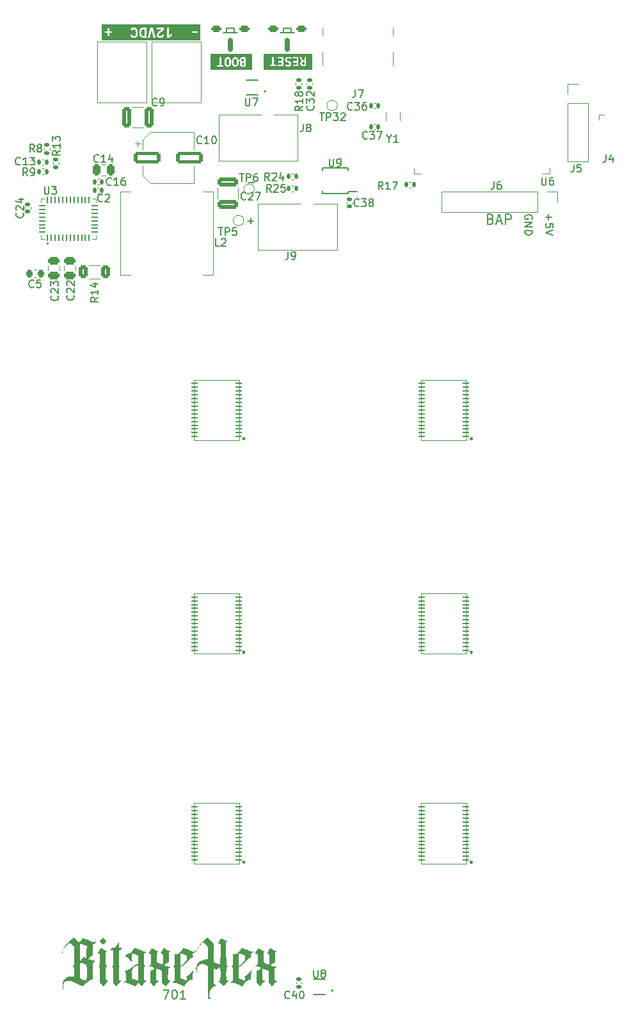
<source format=gbr>
%TF.GenerationSoftware,KiCad,Pcbnew,8.0.1*%
%TF.CreationDate,2024-08-15T20:06:23+08:00*%
%TF.ProjectId,bitaxeHex,62697461-7865-4486-9578-2e6b69636164,302*%
%TF.SameCoordinates,Original*%
%TF.FileFunction,Legend,Top*%
%TF.FilePolarity,Positive*%
%FSLAX46Y46*%
G04 Gerber Fmt 4.6, Leading zero omitted, Abs format (unit mm)*
G04 Created by KiCad (PCBNEW 8.0.1) date 2024-08-15 20:06:23*
%MOMM*%
%LPD*%
G01*
G04 APERTURE LIST*
G04 Aperture macros list*
%AMRoundRect*
0 Rectangle with rounded corners*
0 $1 Rounding radius*
0 $2 $3 $4 $5 $6 $7 $8 $9 X,Y pos of 4 corners*
0 Add a 4 corners polygon primitive as box body*
4,1,4,$2,$3,$4,$5,$6,$7,$8,$9,$2,$3,0*
0 Add four circle primitives for the rounded corners*
1,1,$1+$1,$2,$3*
1,1,$1+$1,$4,$5*
1,1,$1+$1,$6,$7*
1,1,$1+$1,$8,$9*
0 Add four rect primitives between the rounded corners*
20,1,$1+$1,$2,$3,$4,$5,0*
20,1,$1+$1,$4,$5,$6,$7,0*
20,1,$1+$1,$6,$7,$8,$9,0*
20,1,$1+$1,$8,$9,$2,$3,0*%
G04 Aperture macros list end*
%ADD10C,0.150000*%
%ADD11C,0.200000*%
%ADD12C,0.120000*%
%ADD13C,0.000000*%
%ADD14C,0.050000*%
%ADD15C,0.227485*%
%ADD16C,0.152400*%
%ADD17C,0.100000*%
%ADD18C,0.990600*%
%ADD19C,0.787400*%
%ADD20C,1.000000*%
%ADD21RoundRect,0.135000X0.185000X-0.135000X0.185000X0.135000X-0.185000X0.135000X-0.185000X-0.135000X0*%
%ADD22C,0.800000*%
%ADD23C,6.000000*%
%ADD24R,1.600200X1.168400*%
%ADD25C,2.520000*%
%ADD26C,1.295400*%
%ADD27C,1.574800*%
%ADD28C,5.000000*%
%ADD29RoundRect,0.250000X-0.475000X0.250000X-0.475000X-0.250000X0.475000X-0.250000X0.475000X0.250000X0*%
%ADD30RoundRect,0.135000X0.135000X0.185000X-0.135000X0.185000X-0.135000X-0.185000X0.135000X-0.185000X0*%
%ADD31RoundRect,0.200000X0.450000X0.200000X-0.450000X0.200000X-0.450000X-0.200000X0.450000X-0.200000X0*%
%ADD32O,0.740000X1.750000*%
%ADD33RoundRect,0.150000X0.150000X0.750000X-0.150000X0.750000X-0.150000X-0.750000X0.150000X-0.750000X0*%
%ADD34C,2.000000*%
%ADD35R,9.000000X2.380000*%
%ADD36RoundRect,0.140000X0.140000X0.170000X-0.140000X0.170000X-0.140000X-0.170000X0.140000X-0.170000X0*%
%ADD37RoundRect,0.225000X-0.225000X-0.250000X0.225000X-0.250000X0.225000X0.250000X-0.225000X0.250000X0*%
%ADD38RoundRect,0.250000X-1.500000X-0.550000X1.500000X-0.550000X1.500000X0.550000X-1.500000X0.550000X0*%
%ADD39R,1.700000X1.700000*%
%ADD40O,1.700000X1.700000*%
%ADD41RoundRect,0.055250X0.340750X0.055250X-0.340750X0.055250X-0.340750X-0.055250X0.340750X-0.055250X0*%
%ADD42RoundRect,0.135000X-0.185000X0.135000X-0.185000X-0.135000X0.185000X-0.135000X0.185000X0.135000X0*%
%ADD43RoundRect,0.140000X0.170000X-0.140000X0.170000X0.140000X-0.170000X0.140000X-0.170000X-0.140000X0*%
%ADD44RoundRect,0.250000X1.100000X-0.325000X1.100000X0.325000X-1.100000X0.325000X-1.100000X-0.325000X0*%
%ADD45RoundRect,0.140000X-0.140000X-0.170000X0.140000X-0.170000X0.140000X0.170000X-0.140000X0.170000X0*%
%ADD46R,1.400000X0.300000*%
%ADD47RoundRect,0.062500X0.062500X-0.337500X0.062500X0.337500X-0.062500X0.337500X-0.062500X-0.337500X0*%
%ADD48RoundRect,0.062500X0.337500X-0.062500X0.337500X0.062500X-0.337500X0.062500X-0.337500X-0.062500X0*%
%ADD49C,0.400000*%
%ADD50R,5.300000X3.300000*%
%ADD51R,0.711200X0.228600*%
%ADD52R,1.500000X0.900000*%
%ADD53R,0.900000X1.500000*%
%ADD54R,0.900000X0.900000*%
%ADD55RoundRect,0.250000X-0.325000X-1.100000X0.325000X-1.100000X0.325000X1.100000X-0.325000X1.100000X0*%
%ADD56RoundRect,0.140000X-0.170000X0.140000X-0.170000X-0.140000X0.170000X-0.140000X0.170000X0.140000X0*%
%ADD57C,0.650000*%
%ADD58R,0.600000X1.060000*%
%ADD59R,0.300000X1.150000*%
%ADD60O,1.000000X2.100000*%
%ADD61O,1.000000X1.800000*%
%ADD62RoundRect,0.135000X-0.135000X-0.185000X0.135000X-0.185000X0.135000X0.185000X-0.135000X0.185000X0*%
%ADD63RoundRect,0.250000X-0.312500X-0.625000X0.312500X-0.625000X0.312500X0.625000X-0.312500X0.625000X0*%
%ADD64RoundRect,0.250000X-0.250000X-0.475000X0.250000X-0.475000X0.250000X0.475000X-0.250000X0.475000X0*%
G04 APERTURE END LIST*
D10*
X82136779Y-71988866D02*
X82898684Y-71988866D01*
X82517731Y-72369819D02*
X82517731Y-71607914D01*
X119732561Y-71760588D02*
X119780180Y-71665350D01*
X119780180Y-71665350D02*
X119780180Y-71522493D01*
X119780180Y-71522493D02*
X119732561Y-71379636D01*
X119732561Y-71379636D02*
X119637323Y-71284398D01*
X119637323Y-71284398D02*
X119542085Y-71236779D01*
X119542085Y-71236779D02*
X119351609Y-71189160D01*
X119351609Y-71189160D02*
X119208752Y-71189160D01*
X119208752Y-71189160D02*
X119018276Y-71236779D01*
X119018276Y-71236779D02*
X118923038Y-71284398D01*
X118923038Y-71284398D02*
X118827800Y-71379636D01*
X118827800Y-71379636D02*
X118780180Y-71522493D01*
X118780180Y-71522493D02*
X118780180Y-71617731D01*
X118780180Y-71617731D02*
X118827800Y-71760588D01*
X118827800Y-71760588D02*
X118875419Y-71808207D01*
X118875419Y-71808207D02*
X119208752Y-71808207D01*
X119208752Y-71808207D02*
X119208752Y-71617731D01*
X118780180Y-72236779D02*
X119780180Y-72236779D01*
X119780180Y-72236779D02*
X118780180Y-72808207D01*
X118780180Y-72808207D02*
X119780180Y-72808207D01*
X118780180Y-73284398D02*
X119780180Y-73284398D01*
X119780180Y-73284398D02*
X119780180Y-73522493D01*
X119780180Y-73522493D02*
X119732561Y-73665350D01*
X119732561Y-73665350D02*
X119637323Y-73760588D01*
X119637323Y-73760588D02*
X119542085Y-73808207D01*
X119542085Y-73808207D02*
X119351609Y-73855826D01*
X119351609Y-73855826D02*
X119208752Y-73855826D01*
X119208752Y-73855826D02*
X119018276Y-73808207D01*
X119018276Y-73808207D02*
X118923038Y-73760588D01*
X118923038Y-73760588D02*
X118827800Y-73665350D01*
X118827800Y-73665350D02*
X118780180Y-73522493D01*
X118780180Y-73522493D02*
X118780180Y-73284398D01*
X121911133Y-71136779D02*
X121911133Y-71898684D01*
X121530180Y-71517731D02*
X122292085Y-71517731D01*
X122530180Y-72851064D02*
X122530180Y-72374874D01*
X122530180Y-72374874D02*
X122053990Y-72327255D01*
X122053990Y-72327255D02*
X122101609Y-72374874D01*
X122101609Y-72374874D02*
X122149228Y-72470112D01*
X122149228Y-72470112D02*
X122149228Y-72708207D01*
X122149228Y-72708207D02*
X122101609Y-72803445D01*
X122101609Y-72803445D02*
X122053990Y-72851064D01*
X122053990Y-72851064D02*
X121958752Y-72898683D01*
X121958752Y-72898683D02*
X121720657Y-72898683D01*
X121720657Y-72898683D02*
X121625419Y-72851064D01*
X121625419Y-72851064D02*
X121577800Y-72803445D01*
X121577800Y-72803445D02*
X121530180Y-72708207D01*
X121530180Y-72708207D02*
X121530180Y-72470112D01*
X121530180Y-72470112D02*
X121577800Y-72374874D01*
X121577800Y-72374874D02*
X121625419Y-72327255D01*
X122530180Y-73184398D02*
X121530180Y-73517731D01*
X121530180Y-73517731D02*
X122530180Y-73851064D01*
D11*
X70903006Y-173592742D02*
X71703006Y-173592742D01*
X71703006Y-173592742D02*
X71188720Y-174792742D01*
X72388720Y-173592742D02*
X72503006Y-173592742D01*
X72503006Y-173592742D02*
X72617292Y-173649885D01*
X72617292Y-173649885D02*
X72674435Y-173707028D01*
X72674435Y-173707028D02*
X72731577Y-173821314D01*
X72731577Y-173821314D02*
X72788720Y-174049885D01*
X72788720Y-174049885D02*
X72788720Y-174335600D01*
X72788720Y-174335600D02*
X72731577Y-174564171D01*
X72731577Y-174564171D02*
X72674435Y-174678457D01*
X72674435Y-174678457D02*
X72617292Y-174735600D01*
X72617292Y-174735600D02*
X72503006Y-174792742D01*
X72503006Y-174792742D02*
X72388720Y-174792742D01*
X72388720Y-174792742D02*
X72274435Y-174735600D01*
X72274435Y-174735600D02*
X72217292Y-174678457D01*
X72217292Y-174678457D02*
X72160149Y-174564171D01*
X72160149Y-174564171D02*
X72103006Y-174335600D01*
X72103006Y-174335600D02*
X72103006Y-174049885D01*
X72103006Y-174049885D02*
X72160149Y-173821314D01*
X72160149Y-173821314D02*
X72217292Y-173707028D01*
X72217292Y-173707028D02*
X72274435Y-173649885D01*
X72274435Y-173649885D02*
X72388720Y-173592742D01*
X73931577Y-174792742D02*
X73245863Y-174792742D01*
X73588720Y-174792742D02*
X73588720Y-173592742D01*
X73588720Y-173592742D02*
X73474434Y-173764171D01*
X73474434Y-173764171D02*
X73360149Y-173878457D01*
X73360149Y-173878457D02*
X73245863Y-173935600D01*
D10*
X82236779Y-66938866D02*
X82998684Y-66938866D01*
D11*
X114274435Y-71749552D02*
X114460149Y-71811457D01*
X114460149Y-71811457D02*
X114522054Y-71873361D01*
X114522054Y-71873361D02*
X114583958Y-71997171D01*
X114583958Y-71997171D02*
X114583958Y-72182885D01*
X114583958Y-72182885D02*
X114522054Y-72306695D01*
X114522054Y-72306695D02*
X114460149Y-72368600D01*
X114460149Y-72368600D02*
X114336339Y-72430504D01*
X114336339Y-72430504D02*
X113841101Y-72430504D01*
X113841101Y-72430504D02*
X113841101Y-71130504D01*
X113841101Y-71130504D02*
X114274435Y-71130504D01*
X114274435Y-71130504D02*
X114398244Y-71192409D01*
X114398244Y-71192409D02*
X114460149Y-71254314D01*
X114460149Y-71254314D02*
X114522054Y-71378123D01*
X114522054Y-71378123D02*
X114522054Y-71501933D01*
X114522054Y-71501933D02*
X114460149Y-71625742D01*
X114460149Y-71625742D02*
X114398244Y-71687647D01*
X114398244Y-71687647D02*
X114274435Y-71749552D01*
X114274435Y-71749552D02*
X113841101Y-71749552D01*
X115079197Y-72059076D02*
X115698244Y-72059076D01*
X114955387Y-72430504D02*
X115388720Y-71130504D01*
X115388720Y-71130504D02*
X115822054Y-72430504D01*
X116255387Y-72430504D02*
X116255387Y-71130504D01*
X116255387Y-71130504D02*
X116750625Y-71130504D01*
X116750625Y-71130504D02*
X116874435Y-71192409D01*
X116874435Y-71192409D02*
X116936340Y-71254314D01*
X116936340Y-71254314D02*
X116998244Y-71378123D01*
X116998244Y-71378123D02*
X116998244Y-71563838D01*
X116998244Y-71563838D02*
X116936340Y-71687647D01*
X116936340Y-71687647D02*
X116874435Y-71749552D01*
X116874435Y-71749552D02*
X116750625Y-71811457D01*
X116750625Y-71811457D02*
X116255387Y-71811457D01*
D10*
X129516666Y-63254819D02*
X129516666Y-63969104D01*
X129516666Y-63969104D02*
X129469047Y-64111961D01*
X129469047Y-64111961D02*
X129373809Y-64207200D01*
X129373809Y-64207200D02*
X129230952Y-64254819D01*
X129230952Y-64254819D02*
X129135714Y-64254819D01*
X130421428Y-63588152D02*
X130421428Y-64254819D01*
X130183333Y-63207200D02*
X129945238Y-63921485D01*
X129945238Y-63921485D02*
X130564285Y-63921485D01*
X78238095Y-72904819D02*
X78809523Y-72904819D01*
X78523809Y-73904819D02*
X78523809Y-72904819D01*
X79142857Y-73904819D02*
X79142857Y-72904819D01*
X79142857Y-72904819D02*
X79523809Y-72904819D01*
X79523809Y-72904819D02*
X79619047Y-72952438D01*
X79619047Y-72952438D02*
X79666666Y-73000057D01*
X79666666Y-73000057D02*
X79714285Y-73095295D01*
X79714285Y-73095295D02*
X79714285Y-73238152D01*
X79714285Y-73238152D02*
X79666666Y-73333390D01*
X79666666Y-73333390D02*
X79619047Y-73381009D01*
X79619047Y-73381009D02*
X79523809Y-73428628D01*
X79523809Y-73428628D02*
X79142857Y-73428628D01*
X80619047Y-72904819D02*
X80142857Y-72904819D01*
X80142857Y-72904819D02*
X80095238Y-73381009D01*
X80095238Y-73381009D02*
X80142857Y-73333390D01*
X80142857Y-73333390D02*
X80238095Y-73285771D01*
X80238095Y-73285771D02*
X80476190Y-73285771D01*
X80476190Y-73285771D02*
X80571428Y-73333390D01*
X80571428Y-73333390D02*
X80619047Y-73381009D01*
X80619047Y-73381009D02*
X80666666Y-73476247D01*
X80666666Y-73476247D02*
X80666666Y-73714342D01*
X80666666Y-73714342D02*
X80619047Y-73809580D01*
X80619047Y-73809580D02*
X80571428Y-73857200D01*
X80571428Y-73857200D02*
X80476190Y-73904819D01*
X80476190Y-73904819D02*
X80238095Y-73904819D01*
X80238095Y-73904819D02*
X80142857Y-73857200D01*
X80142857Y-73857200D02*
X80095238Y-73809580D01*
X89404819Y-56842857D02*
X88928628Y-57176190D01*
X89404819Y-57414285D02*
X88404819Y-57414285D01*
X88404819Y-57414285D02*
X88404819Y-57033333D01*
X88404819Y-57033333D02*
X88452438Y-56938095D01*
X88452438Y-56938095D02*
X88500057Y-56890476D01*
X88500057Y-56890476D02*
X88595295Y-56842857D01*
X88595295Y-56842857D02*
X88738152Y-56842857D01*
X88738152Y-56842857D02*
X88833390Y-56890476D01*
X88833390Y-56890476D02*
X88881009Y-56938095D01*
X88881009Y-56938095D02*
X88928628Y-57033333D01*
X88928628Y-57033333D02*
X88928628Y-57414285D01*
X89404819Y-55890476D02*
X89404819Y-56461904D01*
X89404819Y-56176190D02*
X88404819Y-56176190D01*
X88404819Y-56176190D02*
X88547676Y-56271428D01*
X88547676Y-56271428D02*
X88642914Y-56366666D01*
X88642914Y-56366666D02*
X88690533Y-56461904D01*
X88833390Y-55319047D02*
X88785771Y-55414285D01*
X88785771Y-55414285D02*
X88738152Y-55461904D01*
X88738152Y-55461904D02*
X88642914Y-55509523D01*
X88642914Y-55509523D02*
X88595295Y-55509523D01*
X88595295Y-55509523D02*
X88500057Y-55461904D01*
X88500057Y-55461904D02*
X88452438Y-55414285D01*
X88452438Y-55414285D02*
X88404819Y-55319047D01*
X88404819Y-55319047D02*
X88404819Y-55128571D01*
X88404819Y-55128571D02*
X88452438Y-55033333D01*
X88452438Y-55033333D02*
X88500057Y-54985714D01*
X88500057Y-54985714D02*
X88595295Y-54938095D01*
X88595295Y-54938095D02*
X88642914Y-54938095D01*
X88642914Y-54938095D02*
X88738152Y-54985714D01*
X88738152Y-54985714D02*
X88785771Y-55033333D01*
X88785771Y-55033333D02*
X88833390Y-55128571D01*
X88833390Y-55128571D02*
X88833390Y-55319047D01*
X88833390Y-55319047D02*
X88881009Y-55414285D01*
X88881009Y-55414285D02*
X88928628Y-55461904D01*
X88928628Y-55461904D02*
X89023866Y-55509523D01*
X89023866Y-55509523D02*
X89214342Y-55509523D01*
X89214342Y-55509523D02*
X89309580Y-55461904D01*
X89309580Y-55461904D02*
X89357200Y-55414285D01*
X89357200Y-55414285D02*
X89404819Y-55319047D01*
X89404819Y-55319047D02*
X89404819Y-55128571D01*
X89404819Y-55128571D02*
X89357200Y-55033333D01*
X89357200Y-55033333D02*
X89309580Y-54985714D01*
X89309580Y-54985714D02*
X89214342Y-54938095D01*
X89214342Y-54938095D02*
X89023866Y-54938095D01*
X89023866Y-54938095D02*
X88928628Y-54985714D01*
X88928628Y-54985714D02*
X88881009Y-55033333D01*
X88881009Y-55033333D02*
X88833390Y-55128571D01*
X100823809Y-61128628D02*
X100823809Y-61604819D01*
X100490476Y-60604819D02*
X100823809Y-61128628D01*
X100823809Y-61128628D02*
X101157142Y-60604819D01*
X102014285Y-61604819D02*
X101442857Y-61604819D01*
X101728571Y-61604819D02*
X101728571Y-60604819D01*
X101728571Y-60604819D02*
X101633333Y-60747676D01*
X101633333Y-60747676D02*
X101538095Y-60842914D01*
X101538095Y-60842914D02*
X101442857Y-60890533D01*
X89466666Y-59204819D02*
X89466666Y-59919104D01*
X89466666Y-59919104D02*
X89419047Y-60061961D01*
X89419047Y-60061961D02*
X89323809Y-60157200D01*
X89323809Y-60157200D02*
X89180952Y-60204819D01*
X89180952Y-60204819D02*
X89085714Y-60204819D01*
X90085714Y-59633390D02*
X89990476Y-59585771D01*
X89990476Y-59585771D02*
X89942857Y-59538152D01*
X89942857Y-59538152D02*
X89895238Y-59442914D01*
X89895238Y-59442914D02*
X89895238Y-59395295D01*
X89895238Y-59395295D02*
X89942857Y-59300057D01*
X89942857Y-59300057D02*
X89990476Y-59252438D01*
X89990476Y-59252438D02*
X90085714Y-59204819D01*
X90085714Y-59204819D02*
X90276190Y-59204819D01*
X90276190Y-59204819D02*
X90371428Y-59252438D01*
X90371428Y-59252438D02*
X90419047Y-59300057D01*
X90419047Y-59300057D02*
X90466666Y-59395295D01*
X90466666Y-59395295D02*
X90466666Y-59442914D01*
X90466666Y-59442914D02*
X90419047Y-59538152D01*
X90419047Y-59538152D02*
X90371428Y-59585771D01*
X90371428Y-59585771D02*
X90276190Y-59633390D01*
X90276190Y-59633390D02*
X90085714Y-59633390D01*
X90085714Y-59633390D02*
X89990476Y-59681009D01*
X89990476Y-59681009D02*
X89942857Y-59728628D01*
X89942857Y-59728628D02*
X89895238Y-59823866D01*
X89895238Y-59823866D02*
X89895238Y-60014342D01*
X89895238Y-60014342D02*
X89942857Y-60109580D01*
X89942857Y-60109580D02*
X89990476Y-60157200D01*
X89990476Y-60157200D02*
X90085714Y-60204819D01*
X90085714Y-60204819D02*
X90276190Y-60204819D01*
X90276190Y-60204819D02*
X90371428Y-60157200D01*
X90371428Y-60157200D02*
X90419047Y-60109580D01*
X90419047Y-60109580D02*
X90466666Y-60014342D01*
X90466666Y-60014342D02*
X90466666Y-59823866D01*
X90466666Y-59823866D02*
X90419047Y-59728628D01*
X90419047Y-59728628D02*
X90371428Y-59681009D01*
X90371428Y-59681009D02*
X90276190Y-59633390D01*
X56984580Y-81892857D02*
X57032200Y-81940476D01*
X57032200Y-81940476D02*
X57079819Y-82083333D01*
X57079819Y-82083333D02*
X57079819Y-82178571D01*
X57079819Y-82178571D02*
X57032200Y-82321428D01*
X57032200Y-82321428D02*
X56936961Y-82416666D01*
X56936961Y-82416666D02*
X56841723Y-82464285D01*
X56841723Y-82464285D02*
X56651247Y-82511904D01*
X56651247Y-82511904D02*
X56508390Y-82511904D01*
X56508390Y-82511904D02*
X56317914Y-82464285D01*
X56317914Y-82464285D02*
X56222676Y-82416666D01*
X56222676Y-82416666D02*
X56127438Y-82321428D01*
X56127438Y-82321428D02*
X56079819Y-82178571D01*
X56079819Y-82178571D02*
X56079819Y-82083333D01*
X56079819Y-82083333D02*
X56127438Y-81940476D01*
X56127438Y-81940476D02*
X56175057Y-81892857D01*
X56175057Y-81511904D02*
X56127438Y-81464285D01*
X56127438Y-81464285D02*
X56079819Y-81369047D01*
X56079819Y-81369047D02*
X56079819Y-81130952D01*
X56079819Y-81130952D02*
X56127438Y-81035714D01*
X56127438Y-81035714D02*
X56175057Y-80988095D01*
X56175057Y-80988095D02*
X56270295Y-80940476D01*
X56270295Y-80940476D02*
X56365533Y-80940476D01*
X56365533Y-80940476D02*
X56508390Y-80988095D01*
X56508390Y-80988095D02*
X57079819Y-81559523D01*
X57079819Y-81559523D02*
X57079819Y-80940476D01*
X56079819Y-80607142D02*
X56079819Y-79988095D01*
X56079819Y-79988095D02*
X56460771Y-80321428D01*
X56460771Y-80321428D02*
X56460771Y-80178571D01*
X56460771Y-80178571D02*
X56508390Y-80083333D01*
X56508390Y-80083333D02*
X56556009Y-80035714D01*
X56556009Y-80035714D02*
X56651247Y-79988095D01*
X56651247Y-79988095D02*
X56889342Y-79988095D01*
X56889342Y-79988095D02*
X56984580Y-80035714D01*
X56984580Y-80035714D02*
X57032200Y-80083333D01*
X57032200Y-80083333D02*
X57079819Y-80178571D01*
X57079819Y-80178571D02*
X57079819Y-80464285D01*
X57079819Y-80464285D02*
X57032200Y-80559523D01*
X57032200Y-80559523D02*
X56984580Y-80607142D01*
X85207142Y-68179819D02*
X84873809Y-67703628D01*
X84635714Y-68179819D02*
X84635714Y-67179819D01*
X84635714Y-67179819D02*
X85016666Y-67179819D01*
X85016666Y-67179819D02*
X85111904Y-67227438D01*
X85111904Y-67227438D02*
X85159523Y-67275057D01*
X85159523Y-67275057D02*
X85207142Y-67370295D01*
X85207142Y-67370295D02*
X85207142Y-67513152D01*
X85207142Y-67513152D02*
X85159523Y-67608390D01*
X85159523Y-67608390D02*
X85111904Y-67656009D01*
X85111904Y-67656009D02*
X85016666Y-67703628D01*
X85016666Y-67703628D02*
X84635714Y-67703628D01*
X85588095Y-67275057D02*
X85635714Y-67227438D01*
X85635714Y-67227438D02*
X85730952Y-67179819D01*
X85730952Y-67179819D02*
X85969047Y-67179819D01*
X85969047Y-67179819D02*
X86064285Y-67227438D01*
X86064285Y-67227438D02*
X86111904Y-67275057D01*
X86111904Y-67275057D02*
X86159523Y-67370295D01*
X86159523Y-67370295D02*
X86159523Y-67465533D01*
X86159523Y-67465533D02*
X86111904Y-67608390D01*
X86111904Y-67608390D02*
X85540476Y-68179819D01*
X85540476Y-68179819D02*
X86159523Y-68179819D01*
X87064285Y-67179819D02*
X86588095Y-67179819D01*
X86588095Y-67179819D02*
X86540476Y-67656009D01*
X86540476Y-67656009D02*
X86588095Y-67608390D01*
X86588095Y-67608390D02*
X86683333Y-67560771D01*
X86683333Y-67560771D02*
X86921428Y-67560771D01*
X86921428Y-67560771D02*
X87016666Y-67608390D01*
X87016666Y-67608390D02*
X87064285Y-67656009D01*
X87064285Y-67656009D02*
X87111904Y-67751247D01*
X87111904Y-67751247D02*
X87111904Y-67989342D01*
X87111904Y-67989342D02*
X87064285Y-68084580D01*
X87064285Y-68084580D02*
X87016666Y-68132200D01*
X87016666Y-68132200D02*
X86921428Y-68179819D01*
X86921428Y-68179819D02*
X86683333Y-68179819D01*
X86683333Y-68179819D02*
X86588095Y-68132200D01*
X86588095Y-68132200D02*
X86540476Y-68084580D01*
X78358333Y-75354819D02*
X77882143Y-75354819D01*
X77882143Y-75354819D02*
X77882143Y-74354819D01*
X78644048Y-74450057D02*
X78691667Y-74402438D01*
X78691667Y-74402438D02*
X78786905Y-74354819D01*
X78786905Y-74354819D02*
X79025000Y-74354819D01*
X79025000Y-74354819D02*
X79120238Y-74402438D01*
X79120238Y-74402438D02*
X79167857Y-74450057D01*
X79167857Y-74450057D02*
X79215476Y-74545295D01*
X79215476Y-74545295D02*
X79215476Y-74640533D01*
X79215476Y-74640533D02*
X79167857Y-74783390D01*
X79167857Y-74783390D02*
X78596429Y-75354819D01*
X78596429Y-75354819D02*
X79215476Y-75354819D01*
X52027142Y-64509580D02*
X51979523Y-64557200D01*
X51979523Y-64557200D02*
X51836666Y-64604819D01*
X51836666Y-64604819D02*
X51741428Y-64604819D01*
X51741428Y-64604819D02*
X51598571Y-64557200D01*
X51598571Y-64557200D02*
X51503333Y-64461961D01*
X51503333Y-64461961D02*
X51455714Y-64366723D01*
X51455714Y-64366723D02*
X51408095Y-64176247D01*
X51408095Y-64176247D02*
X51408095Y-64033390D01*
X51408095Y-64033390D02*
X51455714Y-63842914D01*
X51455714Y-63842914D02*
X51503333Y-63747676D01*
X51503333Y-63747676D02*
X51598571Y-63652438D01*
X51598571Y-63652438D02*
X51741428Y-63604819D01*
X51741428Y-63604819D02*
X51836666Y-63604819D01*
X51836666Y-63604819D02*
X51979523Y-63652438D01*
X51979523Y-63652438D02*
X52027142Y-63700057D01*
X52979523Y-64604819D02*
X52408095Y-64604819D01*
X52693809Y-64604819D02*
X52693809Y-63604819D01*
X52693809Y-63604819D02*
X52598571Y-63747676D01*
X52598571Y-63747676D02*
X52503333Y-63842914D01*
X52503333Y-63842914D02*
X52408095Y-63890533D01*
X53312857Y-63604819D02*
X53931904Y-63604819D01*
X53931904Y-63604819D02*
X53598571Y-63985771D01*
X53598571Y-63985771D02*
X53741428Y-63985771D01*
X53741428Y-63985771D02*
X53836666Y-64033390D01*
X53836666Y-64033390D02*
X53884285Y-64081009D01*
X53884285Y-64081009D02*
X53931904Y-64176247D01*
X53931904Y-64176247D02*
X53931904Y-64414342D01*
X53931904Y-64414342D02*
X53884285Y-64509580D01*
X53884285Y-64509580D02*
X53836666Y-64557200D01*
X53836666Y-64557200D02*
X53741428Y-64604819D01*
X53741428Y-64604819D02*
X53455714Y-64604819D01*
X53455714Y-64604819D02*
X53360476Y-64557200D01*
X53360476Y-64557200D02*
X53312857Y-64509580D01*
X53808333Y-80709580D02*
X53760714Y-80757200D01*
X53760714Y-80757200D02*
X53617857Y-80804819D01*
X53617857Y-80804819D02*
X53522619Y-80804819D01*
X53522619Y-80804819D02*
X53379762Y-80757200D01*
X53379762Y-80757200D02*
X53284524Y-80661961D01*
X53284524Y-80661961D02*
X53236905Y-80566723D01*
X53236905Y-80566723D02*
X53189286Y-80376247D01*
X53189286Y-80376247D02*
X53189286Y-80233390D01*
X53189286Y-80233390D02*
X53236905Y-80042914D01*
X53236905Y-80042914D02*
X53284524Y-79947676D01*
X53284524Y-79947676D02*
X53379762Y-79852438D01*
X53379762Y-79852438D02*
X53522619Y-79804819D01*
X53522619Y-79804819D02*
X53617857Y-79804819D01*
X53617857Y-79804819D02*
X53760714Y-79852438D01*
X53760714Y-79852438D02*
X53808333Y-79900057D01*
X54713095Y-79804819D02*
X54236905Y-79804819D01*
X54236905Y-79804819D02*
X54189286Y-80281009D01*
X54189286Y-80281009D02*
X54236905Y-80233390D01*
X54236905Y-80233390D02*
X54332143Y-80185771D01*
X54332143Y-80185771D02*
X54570238Y-80185771D01*
X54570238Y-80185771D02*
X54665476Y-80233390D01*
X54665476Y-80233390D02*
X54713095Y-80281009D01*
X54713095Y-80281009D02*
X54760714Y-80376247D01*
X54760714Y-80376247D02*
X54760714Y-80614342D01*
X54760714Y-80614342D02*
X54713095Y-80709580D01*
X54713095Y-80709580D02*
X54665476Y-80757200D01*
X54665476Y-80757200D02*
X54570238Y-80804819D01*
X54570238Y-80804819D02*
X54332143Y-80804819D01*
X54332143Y-80804819D02*
X54236905Y-80757200D01*
X54236905Y-80757200D02*
X54189286Y-80709580D01*
X95957142Y-57259580D02*
X95909523Y-57307200D01*
X95909523Y-57307200D02*
X95766666Y-57354819D01*
X95766666Y-57354819D02*
X95671428Y-57354819D01*
X95671428Y-57354819D02*
X95528571Y-57307200D01*
X95528571Y-57307200D02*
X95433333Y-57211961D01*
X95433333Y-57211961D02*
X95385714Y-57116723D01*
X95385714Y-57116723D02*
X95338095Y-56926247D01*
X95338095Y-56926247D02*
X95338095Y-56783390D01*
X95338095Y-56783390D02*
X95385714Y-56592914D01*
X95385714Y-56592914D02*
X95433333Y-56497676D01*
X95433333Y-56497676D02*
X95528571Y-56402438D01*
X95528571Y-56402438D02*
X95671428Y-56354819D01*
X95671428Y-56354819D02*
X95766666Y-56354819D01*
X95766666Y-56354819D02*
X95909523Y-56402438D01*
X95909523Y-56402438D02*
X95957142Y-56450057D01*
X96290476Y-56354819D02*
X96909523Y-56354819D01*
X96909523Y-56354819D02*
X96576190Y-56735771D01*
X96576190Y-56735771D02*
X96719047Y-56735771D01*
X96719047Y-56735771D02*
X96814285Y-56783390D01*
X96814285Y-56783390D02*
X96861904Y-56831009D01*
X96861904Y-56831009D02*
X96909523Y-56926247D01*
X96909523Y-56926247D02*
X96909523Y-57164342D01*
X96909523Y-57164342D02*
X96861904Y-57259580D01*
X96861904Y-57259580D02*
X96814285Y-57307200D01*
X96814285Y-57307200D02*
X96719047Y-57354819D01*
X96719047Y-57354819D02*
X96433333Y-57354819D01*
X96433333Y-57354819D02*
X96338095Y-57307200D01*
X96338095Y-57307200D02*
X96290476Y-57259580D01*
X97766666Y-56354819D02*
X97576190Y-56354819D01*
X97576190Y-56354819D02*
X97480952Y-56402438D01*
X97480952Y-56402438D02*
X97433333Y-56450057D01*
X97433333Y-56450057D02*
X97338095Y-56592914D01*
X97338095Y-56592914D02*
X97290476Y-56783390D01*
X97290476Y-56783390D02*
X97290476Y-57164342D01*
X97290476Y-57164342D02*
X97338095Y-57259580D01*
X97338095Y-57259580D02*
X97385714Y-57307200D01*
X97385714Y-57307200D02*
X97480952Y-57354819D01*
X97480952Y-57354819D02*
X97671428Y-57354819D01*
X97671428Y-57354819D02*
X97766666Y-57307200D01*
X97766666Y-57307200D02*
X97814285Y-57259580D01*
X97814285Y-57259580D02*
X97861904Y-57164342D01*
X97861904Y-57164342D02*
X97861904Y-56926247D01*
X97861904Y-56926247D02*
X97814285Y-56831009D01*
X97814285Y-56831009D02*
X97766666Y-56783390D01*
X97766666Y-56783390D02*
X97671428Y-56735771D01*
X97671428Y-56735771D02*
X97480952Y-56735771D01*
X97480952Y-56735771D02*
X97385714Y-56783390D01*
X97385714Y-56783390D02*
X97338095Y-56831009D01*
X97338095Y-56831009D02*
X97290476Y-56926247D01*
X76035142Y-61709580D02*
X75987523Y-61757200D01*
X75987523Y-61757200D02*
X75844666Y-61804819D01*
X75844666Y-61804819D02*
X75749428Y-61804819D01*
X75749428Y-61804819D02*
X75606571Y-61757200D01*
X75606571Y-61757200D02*
X75511333Y-61661961D01*
X75511333Y-61661961D02*
X75463714Y-61566723D01*
X75463714Y-61566723D02*
X75416095Y-61376247D01*
X75416095Y-61376247D02*
X75416095Y-61233390D01*
X75416095Y-61233390D02*
X75463714Y-61042914D01*
X75463714Y-61042914D02*
X75511333Y-60947676D01*
X75511333Y-60947676D02*
X75606571Y-60852438D01*
X75606571Y-60852438D02*
X75749428Y-60804819D01*
X75749428Y-60804819D02*
X75844666Y-60804819D01*
X75844666Y-60804819D02*
X75987523Y-60852438D01*
X75987523Y-60852438D02*
X76035142Y-60900057D01*
X76987523Y-61804819D02*
X76416095Y-61804819D01*
X76701809Y-61804819D02*
X76701809Y-60804819D01*
X76701809Y-60804819D02*
X76606571Y-60947676D01*
X76606571Y-60947676D02*
X76511333Y-61042914D01*
X76511333Y-61042914D02*
X76416095Y-61090533D01*
X77606571Y-60804819D02*
X77701809Y-60804819D01*
X77701809Y-60804819D02*
X77797047Y-60852438D01*
X77797047Y-60852438D02*
X77844666Y-60900057D01*
X77844666Y-60900057D02*
X77892285Y-60995295D01*
X77892285Y-60995295D02*
X77939904Y-61185771D01*
X77939904Y-61185771D02*
X77939904Y-61423866D01*
X77939904Y-61423866D02*
X77892285Y-61614342D01*
X77892285Y-61614342D02*
X77844666Y-61709580D01*
X77844666Y-61709580D02*
X77797047Y-61757200D01*
X77797047Y-61757200D02*
X77701809Y-61804819D01*
X77701809Y-61804819D02*
X77606571Y-61804819D01*
X77606571Y-61804819D02*
X77511333Y-61757200D01*
X77511333Y-61757200D02*
X77463714Y-61709580D01*
X77463714Y-61709580D02*
X77416095Y-61614342D01*
X77416095Y-61614342D02*
X77368476Y-61423866D01*
X77368476Y-61423866D02*
X77368476Y-61185771D01*
X77368476Y-61185771D02*
X77416095Y-60995295D01*
X77416095Y-60995295D02*
X77463714Y-60900057D01*
X77463714Y-60900057D02*
X77511333Y-60852438D01*
X77511333Y-60852438D02*
X77606571Y-60804819D01*
X114686666Y-66804819D02*
X114686666Y-67519104D01*
X114686666Y-67519104D02*
X114639047Y-67661961D01*
X114639047Y-67661961D02*
X114543809Y-67757200D01*
X114543809Y-67757200D02*
X114400952Y-67804819D01*
X114400952Y-67804819D02*
X114305714Y-67804819D01*
X115591428Y-66804819D02*
X115400952Y-66804819D01*
X115400952Y-66804819D02*
X115305714Y-66852438D01*
X115305714Y-66852438D02*
X115258095Y-66900057D01*
X115258095Y-66900057D02*
X115162857Y-67042914D01*
X115162857Y-67042914D02*
X115115238Y-67233390D01*
X115115238Y-67233390D02*
X115115238Y-67614342D01*
X115115238Y-67614342D02*
X115162857Y-67709580D01*
X115162857Y-67709580D02*
X115210476Y-67757200D01*
X115210476Y-67757200D02*
X115305714Y-67804819D01*
X115305714Y-67804819D02*
X115496190Y-67804819D01*
X115496190Y-67804819D02*
X115591428Y-67757200D01*
X115591428Y-67757200D02*
X115639047Y-67709580D01*
X115639047Y-67709580D02*
X115686666Y-67614342D01*
X115686666Y-67614342D02*
X115686666Y-67376247D01*
X115686666Y-67376247D02*
X115639047Y-67281009D01*
X115639047Y-67281009D02*
X115591428Y-67233390D01*
X115591428Y-67233390D02*
X115496190Y-67185771D01*
X115496190Y-67185771D02*
X115305714Y-67185771D01*
X115305714Y-67185771D02*
X115210476Y-67233390D01*
X115210476Y-67233390D02*
X115162857Y-67281009D01*
X115162857Y-67281009D02*
X115115238Y-67376247D01*
X53903333Y-62904819D02*
X53570000Y-62428628D01*
X53331905Y-62904819D02*
X53331905Y-61904819D01*
X53331905Y-61904819D02*
X53712857Y-61904819D01*
X53712857Y-61904819D02*
X53808095Y-61952438D01*
X53808095Y-61952438D02*
X53855714Y-62000057D01*
X53855714Y-62000057D02*
X53903333Y-62095295D01*
X53903333Y-62095295D02*
X53903333Y-62238152D01*
X53903333Y-62238152D02*
X53855714Y-62333390D01*
X53855714Y-62333390D02*
X53808095Y-62381009D01*
X53808095Y-62381009D02*
X53712857Y-62428628D01*
X53712857Y-62428628D02*
X53331905Y-62428628D01*
X54474762Y-62333390D02*
X54379524Y-62285771D01*
X54379524Y-62285771D02*
X54331905Y-62238152D01*
X54331905Y-62238152D02*
X54284286Y-62142914D01*
X54284286Y-62142914D02*
X54284286Y-62095295D01*
X54284286Y-62095295D02*
X54331905Y-62000057D01*
X54331905Y-62000057D02*
X54379524Y-61952438D01*
X54379524Y-61952438D02*
X54474762Y-61904819D01*
X54474762Y-61904819D02*
X54665238Y-61904819D01*
X54665238Y-61904819D02*
X54760476Y-61952438D01*
X54760476Y-61952438D02*
X54808095Y-62000057D01*
X54808095Y-62000057D02*
X54855714Y-62095295D01*
X54855714Y-62095295D02*
X54855714Y-62142914D01*
X54855714Y-62142914D02*
X54808095Y-62238152D01*
X54808095Y-62238152D02*
X54760476Y-62285771D01*
X54760476Y-62285771D02*
X54665238Y-62333390D01*
X54665238Y-62333390D02*
X54474762Y-62333390D01*
X54474762Y-62333390D02*
X54379524Y-62381009D01*
X54379524Y-62381009D02*
X54331905Y-62428628D01*
X54331905Y-62428628D02*
X54284286Y-62523866D01*
X54284286Y-62523866D02*
X54284286Y-62714342D01*
X54284286Y-62714342D02*
X54331905Y-62809580D01*
X54331905Y-62809580D02*
X54379524Y-62857200D01*
X54379524Y-62857200D02*
X54474762Y-62904819D01*
X54474762Y-62904819D02*
X54665238Y-62904819D01*
X54665238Y-62904819D02*
X54760476Y-62857200D01*
X54760476Y-62857200D02*
X54808095Y-62809580D01*
X54808095Y-62809580D02*
X54855714Y-62714342D01*
X54855714Y-62714342D02*
X54855714Y-62523866D01*
X54855714Y-62523866D02*
X54808095Y-62428628D01*
X54808095Y-62428628D02*
X54760476Y-62381009D01*
X54760476Y-62381009D02*
X54665238Y-62333390D01*
X87466666Y-76104819D02*
X87466666Y-76819104D01*
X87466666Y-76819104D02*
X87419047Y-76961961D01*
X87419047Y-76961961D02*
X87323809Y-77057200D01*
X87323809Y-77057200D02*
X87180952Y-77104819D01*
X87180952Y-77104819D02*
X87085714Y-77104819D01*
X87990476Y-77104819D02*
X88180952Y-77104819D01*
X88180952Y-77104819D02*
X88276190Y-77057200D01*
X88276190Y-77057200D02*
X88323809Y-77009580D01*
X88323809Y-77009580D02*
X88419047Y-76866723D01*
X88419047Y-76866723D02*
X88466666Y-76676247D01*
X88466666Y-76676247D02*
X88466666Y-76295295D01*
X88466666Y-76295295D02*
X88419047Y-76200057D01*
X88419047Y-76200057D02*
X88371428Y-76152438D01*
X88371428Y-76152438D02*
X88276190Y-76104819D01*
X88276190Y-76104819D02*
X88085714Y-76104819D01*
X88085714Y-76104819D02*
X87990476Y-76152438D01*
X87990476Y-76152438D02*
X87942857Y-76200057D01*
X87942857Y-76200057D02*
X87895238Y-76295295D01*
X87895238Y-76295295D02*
X87895238Y-76533390D01*
X87895238Y-76533390D02*
X87942857Y-76628628D01*
X87942857Y-76628628D02*
X87990476Y-76676247D01*
X87990476Y-76676247D02*
X88085714Y-76723866D01*
X88085714Y-76723866D02*
X88276190Y-76723866D01*
X88276190Y-76723866D02*
X88371428Y-76676247D01*
X88371428Y-76676247D02*
X88419047Y-76628628D01*
X88419047Y-76628628D02*
X88466666Y-76533390D01*
X87657142Y-174659580D02*
X87609523Y-174707200D01*
X87609523Y-174707200D02*
X87466666Y-174754819D01*
X87466666Y-174754819D02*
X87371428Y-174754819D01*
X87371428Y-174754819D02*
X87228571Y-174707200D01*
X87228571Y-174707200D02*
X87133333Y-174611961D01*
X87133333Y-174611961D02*
X87085714Y-174516723D01*
X87085714Y-174516723D02*
X87038095Y-174326247D01*
X87038095Y-174326247D02*
X87038095Y-174183390D01*
X87038095Y-174183390D02*
X87085714Y-173992914D01*
X87085714Y-173992914D02*
X87133333Y-173897676D01*
X87133333Y-173897676D02*
X87228571Y-173802438D01*
X87228571Y-173802438D02*
X87371428Y-173754819D01*
X87371428Y-173754819D02*
X87466666Y-173754819D01*
X87466666Y-173754819D02*
X87609523Y-173802438D01*
X87609523Y-173802438D02*
X87657142Y-173850057D01*
X88514285Y-174088152D02*
X88514285Y-174754819D01*
X88276190Y-173707200D02*
X88038095Y-174421485D01*
X88038095Y-174421485D02*
X88657142Y-174421485D01*
X89228571Y-173754819D02*
X89323809Y-173754819D01*
X89323809Y-173754819D02*
X89419047Y-173802438D01*
X89419047Y-173802438D02*
X89466666Y-173850057D01*
X89466666Y-173850057D02*
X89514285Y-173945295D01*
X89514285Y-173945295D02*
X89561904Y-174135771D01*
X89561904Y-174135771D02*
X89561904Y-174373866D01*
X89561904Y-174373866D02*
X89514285Y-174564342D01*
X89514285Y-174564342D02*
X89466666Y-174659580D01*
X89466666Y-174659580D02*
X89419047Y-174707200D01*
X89419047Y-174707200D02*
X89323809Y-174754819D01*
X89323809Y-174754819D02*
X89228571Y-174754819D01*
X89228571Y-174754819D02*
X89133333Y-174707200D01*
X89133333Y-174707200D02*
X89085714Y-174659580D01*
X89085714Y-174659580D02*
X89038095Y-174564342D01*
X89038095Y-174564342D02*
X88990476Y-174373866D01*
X88990476Y-174373866D02*
X88990476Y-174135771D01*
X88990476Y-174135771D02*
X89038095Y-173945295D01*
X89038095Y-173945295D02*
X89085714Y-173850057D01*
X89085714Y-173850057D02*
X89133333Y-173802438D01*
X89133333Y-173802438D02*
X89228571Y-173754819D01*
X81034095Y-65772819D02*
X81605523Y-65772819D01*
X81319809Y-66772819D02*
X81319809Y-65772819D01*
X81938857Y-66772819D02*
X81938857Y-65772819D01*
X81938857Y-65772819D02*
X82319809Y-65772819D01*
X82319809Y-65772819D02*
X82415047Y-65820438D01*
X82415047Y-65820438D02*
X82462666Y-65868057D01*
X82462666Y-65868057D02*
X82510285Y-65963295D01*
X82510285Y-65963295D02*
X82510285Y-66106152D01*
X82510285Y-66106152D02*
X82462666Y-66201390D01*
X82462666Y-66201390D02*
X82415047Y-66249009D01*
X82415047Y-66249009D02*
X82319809Y-66296628D01*
X82319809Y-66296628D02*
X81938857Y-66296628D01*
X83367428Y-65772819D02*
X83176952Y-65772819D01*
X83176952Y-65772819D02*
X83081714Y-65820438D01*
X83081714Y-65820438D02*
X83034095Y-65868057D01*
X83034095Y-65868057D02*
X82938857Y-66010914D01*
X82938857Y-66010914D02*
X82891238Y-66201390D01*
X82891238Y-66201390D02*
X82891238Y-66582342D01*
X82891238Y-66582342D02*
X82938857Y-66677580D01*
X82938857Y-66677580D02*
X82986476Y-66725200D01*
X82986476Y-66725200D02*
X83081714Y-66772819D01*
X83081714Y-66772819D02*
X83272190Y-66772819D01*
X83272190Y-66772819D02*
X83367428Y-66725200D01*
X83367428Y-66725200D02*
X83415047Y-66677580D01*
X83415047Y-66677580D02*
X83462666Y-66582342D01*
X83462666Y-66582342D02*
X83462666Y-66344247D01*
X83462666Y-66344247D02*
X83415047Y-66249009D01*
X83415047Y-66249009D02*
X83367428Y-66201390D01*
X83367428Y-66201390D02*
X83272190Y-66153771D01*
X83272190Y-66153771D02*
X83081714Y-66153771D01*
X83081714Y-66153771D02*
X82986476Y-66201390D01*
X82986476Y-66201390D02*
X82938857Y-66249009D01*
X82938857Y-66249009D02*
X82891238Y-66344247D01*
X81857142Y-69109580D02*
X81809523Y-69157200D01*
X81809523Y-69157200D02*
X81666666Y-69204819D01*
X81666666Y-69204819D02*
X81571428Y-69204819D01*
X81571428Y-69204819D02*
X81428571Y-69157200D01*
X81428571Y-69157200D02*
X81333333Y-69061961D01*
X81333333Y-69061961D02*
X81285714Y-68966723D01*
X81285714Y-68966723D02*
X81238095Y-68776247D01*
X81238095Y-68776247D02*
X81238095Y-68633390D01*
X81238095Y-68633390D02*
X81285714Y-68442914D01*
X81285714Y-68442914D02*
X81333333Y-68347676D01*
X81333333Y-68347676D02*
X81428571Y-68252438D01*
X81428571Y-68252438D02*
X81571428Y-68204819D01*
X81571428Y-68204819D02*
X81666666Y-68204819D01*
X81666666Y-68204819D02*
X81809523Y-68252438D01*
X81809523Y-68252438D02*
X81857142Y-68300057D01*
X82238095Y-68300057D02*
X82285714Y-68252438D01*
X82285714Y-68252438D02*
X82380952Y-68204819D01*
X82380952Y-68204819D02*
X82619047Y-68204819D01*
X82619047Y-68204819D02*
X82714285Y-68252438D01*
X82714285Y-68252438D02*
X82761904Y-68300057D01*
X82761904Y-68300057D02*
X82809523Y-68395295D01*
X82809523Y-68395295D02*
X82809523Y-68490533D01*
X82809523Y-68490533D02*
X82761904Y-68633390D01*
X82761904Y-68633390D02*
X82190476Y-69204819D01*
X82190476Y-69204819D02*
X82809523Y-69204819D01*
X83142857Y-68204819D02*
X83809523Y-68204819D01*
X83809523Y-68204819D02*
X83380952Y-69204819D01*
X62883333Y-69384580D02*
X62835714Y-69432200D01*
X62835714Y-69432200D02*
X62692857Y-69479819D01*
X62692857Y-69479819D02*
X62597619Y-69479819D01*
X62597619Y-69479819D02*
X62454762Y-69432200D01*
X62454762Y-69432200D02*
X62359524Y-69336961D01*
X62359524Y-69336961D02*
X62311905Y-69241723D01*
X62311905Y-69241723D02*
X62264286Y-69051247D01*
X62264286Y-69051247D02*
X62264286Y-68908390D01*
X62264286Y-68908390D02*
X62311905Y-68717914D01*
X62311905Y-68717914D02*
X62359524Y-68622676D01*
X62359524Y-68622676D02*
X62454762Y-68527438D01*
X62454762Y-68527438D02*
X62597619Y-68479819D01*
X62597619Y-68479819D02*
X62692857Y-68479819D01*
X62692857Y-68479819D02*
X62835714Y-68527438D01*
X62835714Y-68527438D02*
X62883333Y-68575057D01*
X63264286Y-68575057D02*
X63311905Y-68527438D01*
X63311905Y-68527438D02*
X63407143Y-68479819D01*
X63407143Y-68479819D02*
X63645238Y-68479819D01*
X63645238Y-68479819D02*
X63740476Y-68527438D01*
X63740476Y-68527438D02*
X63788095Y-68575057D01*
X63788095Y-68575057D02*
X63835714Y-68670295D01*
X63835714Y-68670295D02*
X63835714Y-68765533D01*
X63835714Y-68765533D02*
X63788095Y-68908390D01*
X63788095Y-68908390D02*
X63216667Y-69479819D01*
X63216667Y-69479819D02*
X63835714Y-69479819D01*
X92913095Y-63804819D02*
X92913095Y-64614342D01*
X92913095Y-64614342D02*
X92960714Y-64709580D01*
X92960714Y-64709580D02*
X93008333Y-64757200D01*
X93008333Y-64757200D02*
X93103571Y-64804819D01*
X93103571Y-64804819D02*
X93294047Y-64804819D01*
X93294047Y-64804819D02*
X93389285Y-64757200D01*
X93389285Y-64757200D02*
X93436904Y-64709580D01*
X93436904Y-64709580D02*
X93484523Y-64614342D01*
X93484523Y-64614342D02*
X93484523Y-63804819D01*
X94008333Y-64804819D02*
X94198809Y-64804819D01*
X94198809Y-64804819D02*
X94294047Y-64757200D01*
X94294047Y-64757200D02*
X94341666Y-64709580D01*
X94341666Y-64709580D02*
X94436904Y-64566723D01*
X94436904Y-64566723D02*
X94484523Y-64376247D01*
X94484523Y-64376247D02*
X94484523Y-63995295D01*
X94484523Y-63995295D02*
X94436904Y-63900057D01*
X94436904Y-63900057D02*
X94389285Y-63852438D01*
X94389285Y-63852438D02*
X94294047Y-63804819D01*
X94294047Y-63804819D02*
X94103571Y-63804819D01*
X94103571Y-63804819D02*
X94008333Y-63852438D01*
X94008333Y-63852438D02*
X93960714Y-63900057D01*
X93960714Y-63900057D02*
X93913095Y-63995295D01*
X93913095Y-63995295D02*
X93913095Y-64233390D01*
X93913095Y-64233390D02*
X93960714Y-64328628D01*
X93960714Y-64328628D02*
X94008333Y-64376247D01*
X94008333Y-64376247D02*
X94103571Y-64423866D01*
X94103571Y-64423866D02*
X94294047Y-64423866D01*
X94294047Y-64423866D02*
X94389285Y-64376247D01*
X94389285Y-64376247D02*
X94436904Y-64328628D01*
X94436904Y-64328628D02*
X94484523Y-64233390D01*
X97932142Y-61084580D02*
X97884523Y-61132200D01*
X97884523Y-61132200D02*
X97741666Y-61179819D01*
X97741666Y-61179819D02*
X97646428Y-61179819D01*
X97646428Y-61179819D02*
X97503571Y-61132200D01*
X97503571Y-61132200D02*
X97408333Y-61036961D01*
X97408333Y-61036961D02*
X97360714Y-60941723D01*
X97360714Y-60941723D02*
X97313095Y-60751247D01*
X97313095Y-60751247D02*
X97313095Y-60608390D01*
X97313095Y-60608390D02*
X97360714Y-60417914D01*
X97360714Y-60417914D02*
X97408333Y-60322676D01*
X97408333Y-60322676D02*
X97503571Y-60227438D01*
X97503571Y-60227438D02*
X97646428Y-60179819D01*
X97646428Y-60179819D02*
X97741666Y-60179819D01*
X97741666Y-60179819D02*
X97884523Y-60227438D01*
X97884523Y-60227438D02*
X97932142Y-60275057D01*
X98265476Y-60179819D02*
X98884523Y-60179819D01*
X98884523Y-60179819D02*
X98551190Y-60560771D01*
X98551190Y-60560771D02*
X98694047Y-60560771D01*
X98694047Y-60560771D02*
X98789285Y-60608390D01*
X98789285Y-60608390D02*
X98836904Y-60656009D01*
X98836904Y-60656009D02*
X98884523Y-60751247D01*
X98884523Y-60751247D02*
X98884523Y-60989342D01*
X98884523Y-60989342D02*
X98836904Y-61084580D01*
X98836904Y-61084580D02*
X98789285Y-61132200D01*
X98789285Y-61132200D02*
X98694047Y-61179819D01*
X98694047Y-61179819D02*
X98408333Y-61179819D01*
X98408333Y-61179819D02*
X98313095Y-61132200D01*
X98313095Y-61132200D02*
X98265476Y-61084580D01*
X99217857Y-60179819D02*
X99884523Y-60179819D01*
X99884523Y-60179819D02*
X99455952Y-61179819D01*
X52978333Y-66029819D02*
X52645000Y-65553628D01*
X52406905Y-66029819D02*
X52406905Y-65029819D01*
X52406905Y-65029819D02*
X52787857Y-65029819D01*
X52787857Y-65029819D02*
X52883095Y-65077438D01*
X52883095Y-65077438D02*
X52930714Y-65125057D01*
X52930714Y-65125057D02*
X52978333Y-65220295D01*
X52978333Y-65220295D02*
X52978333Y-65363152D01*
X52978333Y-65363152D02*
X52930714Y-65458390D01*
X52930714Y-65458390D02*
X52883095Y-65506009D01*
X52883095Y-65506009D02*
X52787857Y-65553628D01*
X52787857Y-65553628D02*
X52406905Y-65553628D01*
X53454524Y-66029819D02*
X53645000Y-66029819D01*
X53645000Y-66029819D02*
X53740238Y-65982200D01*
X53740238Y-65982200D02*
X53787857Y-65934580D01*
X53787857Y-65934580D02*
X53883095Y-65791723D01*
X53883095Y-65791723D02*
X53930714Y-65601247D01*
X53930714Y-65601247D02*
X53930714Y-65220295D01*
X53930714Y-65220295D02*
X53883095Y-65125057D01*
X53883095Y-65125057D02*
X53835476Y-65077438D01*
X53835476Y-65077438D02*
X53740238Y-65029819D01*
X53740238Y-65029819D02*
X53549762Y-65029819D01*
X53549762Y-65029819D02*
X53454524Y-65077438D01*
X53454524Y-65077438D02*
X53406905Y-65125057D01*
X53406905Y-65125057D02*
X53359286Y-65220295D01*
X53359286Y-65220295D02*
X53359286Y-65458390D01*
X53359286Y-65458390D02*
X53406905Y-65553628D01*
X53406905Y-65553628D02*
X53454524Y-65601247D01*
X53454524Y-65601247D02*
X53549762Y-65648866D01*
X53549762Y-65648866D02*
X53740238Y-65648866D01*
X53740238Y-65648866D02*
X53835476Y-65601247D01*
X53835476Y-65601247D02*
X53883095Y-65553628D01*
X53883095Y-65553628D02*
X53930714Y-65458390D01*
X57304819Y-62742857D02*
X56828628Y-63076190D01*
X57304819Y-63314285D02*
X56304819Y-63314285D01*
X56304819Y-63314285D02*
X56304819Y-62933333D01*
X56304819Y-62933333D02*
X56352438Y-62838095D01*
X56352438Y-62838095D02*
X56400057Y-62790476D01*
X56400057Y-62790476D02*
X56495295Y-62742857D01*
X56495295Y-62742857D02*
X56638152Y-62742857D01*
X56638152Y-62742857D02*
X56733390Y-62790476D01*
X56733390Y-62790476D02*
X56781009Y-62838095D01*
X56781009Y-62838095D02*
X56828628Y-62933333D01*
X56828628Y-62933333D02*
X56828628Y-63314285D01*
X57304819Y-61790476D02*
X57304819Y-62361904D01*
X57304819Y-62076190D02*
X56304819Y-62076190D01*
X56304819Y-62076190D02*
X56447676Y-62171428D01*
X56447676Y-62171428D02*
X56542914Y-62266666D01*
X56542914Y-62266666D02*
X56590533Y-62361904D01*
X56304819Y-61457142D02*
X56304819Y-60838095D01*
X56304819Y-60838095D02*
X56685771Y-61171428D01*
X56685771Y-61171428D02*
X56685771Y-61028571D01*
X56685771Y-61028571D02*
X56733390Y-60933333D01*
X56733390Y-60933333D02*
X56781009Y-60885714D01*
X56781009Y-60885714D02*
X56876247Y-60838095D01*
X56876247Y-60838095D02*
X57114342Y-60838095D01*
X57114342Y-60838095D02*
X57209580Y-60885714D01*
X57209580Y-60885714D02*
X57257200Y-60933333D01*
X57257200Y-60933333D02*
X57304819Y-61028571D01*
X57304819Y-61028571D02*
X57304819Y-61314285D01*
X57304819Y-61314285D02*
X57257200Y-61409523D01*
X57257200Y-61409523D02*
X57209580Y-61457142D01*
X55238095Y-67454819D02*
X55238095Y-68264342D01*
X55238095Y-68264342D02*
X55285714Y-68359580D01*
X55285714Y-68359580D02*
X55333333Y-68407200D01*
X55333333Y-68407200D02*
X55428571Y-68454819D01*
X55428571Y-68454819D02*
X55619047Y-68454819D01*
X55619047Y-68454819D02*
X55714285Y-68407200D01*
X55714285Y-68407200D02*
X55761904Y-68359580D01*
X55761904Y-68359580D02*
X55809523Y-68264342D01*
X55809523Y-68264342D02*
X55809523Y-67454819D01*
X56190476Y-67454819D02*
X56809523Y-67454819D01*
X56809523Y-67454819D02*
X56476190Y-67835771D01*
X56476190Y-67835771D02*
X56619047Y-67835771D01*
X56619047Y-67835771D02*
X56714285Y-67883390D01*
X56714285Y-67883390D02*
X56761904Y-67931009D01*
X56761904Y-67931009D02*
X56809523Y-68026247D01*
X56809523Y-68026247D02*
X56809523Y-68264342D01*
X56809523Y-68264342D02*
X56761904Y-68359580D01*
X56761904Y-68359580D02*
X56714285Y-68407200D01*
X56714285Y-68407200D02*
X56619047Y-68454819D01*
X56619047Y-68454819D02*
X56333333Y-68454819D01*
X56333333Y-68454819D02*
X56238095Y-68407200D01*
X56238095Y-68407200D02*
X56190476Y-68359580D01*
X64057142Y-67209580D02*
X64009523Y-67257200D01*
X64009523Y-67257200D02*
X63866666Y-67304819D01*
X63866666Y-67304819D02*
X63771428Y-67304819D01*
X63771428Y-67304819D02*
X63628571Y-67257200D01*
X63628571Y-67257200D02*
X63533333Y-67161961D01*
X63533333Y-67161961D02*
X63485714Y-67066723D01*
X63485714Y-67066723D02*
X63438095Y-66876247D01*
X63438095Y-66876247D02*
X63438095Y-66733390D01*
X63438095Y-66733390D02*
X63485714Y-66542914D01*
X63485714Y-66542914D02*
X63533333Y-66447676D01*
X63533333Y-66447676D02*
X63628571Y-66352438D01*
X63628571Y-66352438D02*
X63771428Y-66304819D01*
X63771428Y-66304819D02*
X63866666Y-66304819D01*
X63866666Y-66304819D02*
X64009523Y-66352438D01*
X64009523Y-66352438D02*
X64057142Y-66400057D01*
X65009523Y-67304819D02*
X64438095Y-67304819D01*
X64723809Y-67304819D02*
X64723809Y-66304819D01*
X64723809Y-66304819D02*
X64628571Y-66447676D01*
X64628571Y-66447676D02*
X64533333Y-66542914D01*
X64533333Y-66542914D02*
X64438095Y-66590533D01*
X65866666Y-66304819D02*
X65676190Y-66304819D01*
X65676190Y-66304819D02*
X65580952Y-66352438D01*
X65580952Y-66352438D02*
X65533333Y-66400057D01*
X65533333Y-66400057D02*
X65438095Y-66542914D01*
X65438095Y-66542914D02*
X65390476Y-66733390D01*
X65390476Y-66733390D02*
X65390476Y-67114342D01*
X65390476Y-67114342D02*
X65438095Y-67209580D01*
X65438095Y-67209580D02*
X65485714Y-67257200D01*
X65485714Y-67257200D02*
X65580952Y-67304819D01*
X65580952Y-67304819D02*
X65771428Y-67304819D01*
X65771428Y-67304819D02*
X65866666Y-67257200D01*
X65866666Y-67257200D02*
X65914285Y-67209580D01*
X65914285Y-67209580D02*
X65961904Y-67114342D01*
X65961904Y-67114342D02*
X65961904Y-66876247D01*
X65961904Y-66876247D02*
X65914285Y-66781009D01*
X65914285Y-66781009D02*
X65866666Y-66733390D01*
X65866666Y-66733390D02*
X65771428Y-66685771D01*
X65771428Y-66685771D02*
X65580952Y-66685771D01*
X65580952Y-66685771D02*
X65485714Y-66733390D01*
X65485714Y-66733390D02*
X65438095Y-66781009D01*
X65438095Y-66781009D02*
X65390476Y-66876247D01*
X81838095Y-55804819D02*
X81838095Y-56614342D01*
X81838095Y-56614342D02*
X81885714Y-56709580D01*
X81885714Y-56709580D02*
X81933333Y-56757200D01*
X81933333Y-56757200D02*
X82028571Y-56804819D01*
X82028571Y-56804819D02*
X82219047Y-56804819D01*
X82219047Y-56804819D02*
X82314285Y-56757200D01*
X82314285Y-56757200D02*
X82361904Y-56709580D01*
X82361904Y-56709580D02*
X82409523Y-56614342D01*
X82409523Y-56614342D02*
X82409523Y-55804819D01*
X82790476Y-55804819D02*
X83457142Y-55804819D01*
X83457142Y-55804819D02*
X83028571Y-56804819D01*
X59059580Y-81842857D02*
X59107200Y-81890476D01*
X59107200Y-81890476D02*
X59154819Y-82033333D01*
X59154819Y-82033333D02*
X59154819Y-82128571D01*
X59154819Y-82128571D02*
X59107200Y-82271428D01*
X59107200Y-82271428D02*
X59011961Y-82366666D01*
X59011961Y-82366666D02*
X58916723Y-82414285D01*
X58916723Y-82414285D02*
X58726247Y-82461904D01*
X58726247Y-82461904D02*
X58583390Y-82461904D01*
X58583390Y-82461904D02*
X58392914Y-82414285D01*
X58392914Y-82414285D02*
X58297676Y-82366666D01*
X58297676Y-82366666D02*
X58202438Y-82271428D01*
X58202438Y-82271428D02*
X58154819Y-82128571D01*
X58154819Y-82128571D02*
X58154819Y-82033333D01*
X58154819Y-82033333D02*
X58202438Y-81890476D01*
X58202438Y-81890476D02*
X58250057Y-81842857D01*
X58250057Y-81461904D02*
X58202438Y-81414285D01*
X58202438Y-81414285D02*
X58154819Y-81319047D01*
X58154819Y-81319047D02*
X58154819Y-81080952D01*
X58154819Y-81080952D02*
X58202438Y-80985714D01*
X58202438Y-80985714D02*
X58250057Y-80938095D01*
X58250057Y-80938095D02*
X58345295Y-80890476D01*
X58345295Y-80890476D02*
X58440533Y-80890476D01*
X58440533Y-80890476D02*
X58583390Y-80938095D01*
X58583390Y-80938095D02*
X59154819Y-81509523D01*
X59154819Y-81509523D02*
X59154819Y-80890476D01*
X58250057Y-80509523D02*
X58202438Y-80461904D01*
X58202438Y-80461904D02*
X58154819Y-80366666D01*
X58154819Y-80366666D02*
X58154819Y-80128571D01*
X58154819Y-80128571D02*
X58202438Y-80033333D01*
X58202438Y-80033333D02*
X58250057Y-79985714D01*
X58250057Y-79985714D02*
X58345295Y-79938095D01*
X58345295Y-79938095D02*
X58440533Y-79938095D01*
X58440533Y-79938095D02*
X58583390Y-79985714D01*
X58583390Y-79985714D02*
X59154819Y-80557142D01*
X59154819Y-80557142D02*
X59154819Y-79938095D01*
X125266666Y-64534819D02*
X125266666Y-65249104D01*
X125266666Y-65249104D02*
X125219047Y-65391961D01*
X125219047Y-65391961D02*
X125123809Y-65487200D01*
X125123809Y-65487200D02*
X124980952Y-65534819D01*
X124980952Y-65534819D02*
X124885714Y-65534819D01*
X126219047Y-64534819D02*
X125742857Y-64534819D01*
X125742857Y-64534819D02*
X125695238Y-65011009D01*
X125695238Y-65011009D02*
X125742857Y-64963390D01*
X125742857Y-64963390D02*
X125838095Y-64915771D01*
X125838095Y-64915771D02*
X126076190Y-64915771D01*
X126076190Y-64915771D02*
X126171428Y-64963390D01*
X126171428Y-64963390D02*
X126219047Y-65011009D01*
X126219047Y-65011009D02*
X126266666Y-65106247D01*
X126266666Y-65106247D02*
X126266666Y-65344342D01*
X126266666Y-65344342D02*
X126219047Y-65439580D01*
X126219047Y-65439580D02*
X126171428Y-65487200D01*
X126171428Y-65487200D02*
X126076190Y-65534819D01*
X126076190Y-65534819D02*
X125838095Y-65534819D01*
X125838095Y-65534819D02*
X125742857Y-65487200D01*
X125742857Y-65487200D02*
X125695238Y-65439580D01*
X121038095Y-66254819D02*
X121038095Y-67064342D01*
X121038095Y-67064342D02*
X121085714Y-67159580D01*
X121085714Y-67159580D02*
X121133333Y-67207200D01*
X121133333Y-67207200D02*
X121228571Y-67254819D01*
X121228571Y-67254819D02*
X121419047Y-67254819D01*
X121419047Y-67254819D02*
X121514285Y-67207200D01*
X121514285Y-67207200D02*
X121561904Y-67159580D01*
X121561904Y-67159580D02*
X121609523Y-67064342D01*
X121609523Y-67064342D02*
X121609523Y-66254819D01*
X122514285Y-66254819D02*
X122323809Y-66254819D01*
X122323809Y-66254819D02*
X122228571Y-66302438D01*
X122228571Y-66302438D02*
X122180952Y-66350057D01*
X122180952Y-66350057D02*
X122085714Y-66492914D01*
X122085714Y-66492914D02*
X122038095Y-66683390D01*
X122038095Y-66683390D02*
X122038095Y-67064342D01*
X122038095Y-67064342D02*
X122085714Y-67159580D01*
X122085714Y-67159580D02*
X122133333Y-67207200D01*
X122133333Y-67207200D02*
X122228571Y-67254819D01*
X122228571Y-67254819D02*
X122419047Y-67254819D01*
X122419047Y-67254819D02*
X122514285Y-67207200D01*
X122514285Y-67207200D02*
X122561904Y-67159580D01*
X122561904Y-67159580D02*
X122609523Y-67064342D01*
X122609523Y-67064342D02*
X122609523Y-66826247D01*
X122609523Y-66826247D02*
X122561904Y-66731009D01*
X122561904Y-66731009D02*
X122514285Y-66683390D01*
X122514285Y-66683390D02*
X122419047Y-66635771D01*
X122419047Y-66635771D02*
X122228571Y-66635771D01*
X122228571Y-66635771D02*
X122133333Y-66683390D01*
X122133333Y-66683390D02*
X122085714Y-66731009D01*
X122085714Y-66731009D02*
X122038095Y-66826247D01*
X70108333Y-56709580D02*
X70060714Y-56757200D01*
X70060714Y-56757200D02*
X69917857Y-56804819D01*
X69917857Y-56804819D02*
X69822619Y-56804819D01*
X69822619Y-56804819D02*
X69679762Y-56757200D01*
X69679762Y-56757200D02*
X69584524Y-56661961D01*
X69584524Y-56661961D02*
X69536905Y-56566723D01*
X69536905Y-56566723D02*
X69489286Y-56376247D01*
X69489286Y-56376247D02*
X69489286Y-56233390D01*
X69489286Y-56233390D02*
X69536905Y-56042914D01*
X69536905Y-56042914D02*
X69584524Y-55947676D01*
X69584524Y-55947676D02*
X69679762Y-55852438D01*
X69679762Y-55852438D02*
X69822619Y-55804819D01*
X69822619Y-55804819D02*
X69917857Y-55804819D01*
X69917857Y-55804819D02*
X70060714Y-55852438D01*
X70060714Y-55852438D02*
X70108333Y-55900057D01*
X70584524Y-56804819D02*
X70775000Y-56804819D01*
X70775000Y-56804819D02*
X70870238Y-56757200D01*
X70870238Y-56757200D02*
X70917857Y-56709580D01*
X70917857Y-56709580D02*
X71013095Y-56566723D01*
X71013095Y-56566723D02*
X71060714Y-56376247D01*
X71060714Y-56376247D02*
X71060714Y-55995295D01*
X71060714Y-55995295D02*
X71013095Y-55900057D01*
X71013095Y-55900057D02*
X70965476Y-55852438D01*
X70965476Y-55852438D02*
X70870238Y-55804819D01*
X70870238Y-55804819D02*
X70679762Y-55804819D01*
X70679762Y-55804819D02*
X70584524Y-55852438D01*
X70584524Y-55852438D02*
X70536905Y-55900057D01*
X70536905Y-55900057D02*
X70489286Y-55995295D01*
X70489286Y-55995295D02*
X70489286Y-56233390D01*
X70489286Y-56233390D02*
X70536905Y-56328628D01*
X70536905Y-56328628D02*
X70584524Y-56376247D01*
X70584524Y-56376247D02*
X70679762Y-56423866D01*
X70679762Y-56423866D02*
X70870238Y-56423866D01*
X70870238Y-56423866D02*
X70965476Y-56376247D01*
X70965476Y-56376247D02*
X71013095Y-56328628D01*
X71013095Y-56328628D02*
X71060714Y-56233390D01*
X90809580Y-56792857D02*
X90857200Y-56840476D01*
X90857200Y-56840476D02*
X90904819Y-56983333D01*
X90904819Y-56983333D02*
X90904819Y-57078571D01*
X90904819Y-57078571D02*
X90857200Y-57221428D01*
X90857200Y-57221428D02*
X90761961Y-57316666D01*
X90761961Y-57316666D02*
X90666723Y-57364285D01*
X90666723Y-57364285D02*
X90476247Y-57411904D01*
X90476247Y-57411904D02*
X90333390Y-57411904D01*
X90333390Y-57411904D02*
X90142914Y-57364285D01*
X90142914Y-57364285D02*
X90047676Y-57316666D01*
X90047676Y-57316666D02*
X89952438Y-57221428D01*
X89952438Y-57221428D02*
X89904819Y-57078571D01*
X89904819Y-57078571D02*
X89904819Y-56983333D01*
X89904819Y-56983333D02*
X89952438Y-56840476D01*
X89952438Y-56840476D02*
X90000057Y-56792857D01*
X89904819Y-56459523D02*
X89904819Y-55840476D01*
X89904819Y-55840476D02*
X90285771Y-56173809D01*
X90285771Y-56173809D02*
X90285771Y-56030952D01*
X90285771Y-56030952D02*
X90333390Y-55935714D01*
X90333390Y-55935714D02*
X90381009Y-55888095D01*
X90381009Y-55888095D02*
X90476247Y-55840476D01*
X90476247Y-55840476D02*
X90714342Y-55840476D01*
X90714342Y-55840476D02*
X90809580Y-55888095D01*
X90809580Y-55888095D02*
X90857200Y-55935714D01*
X90857200Y-55935714D02*
X90904819Y-56030952D01*
X90904819Y-56030952D02*
X90904819Y-56316666D01*
X90904819Y-56316666D02*
X90857200Y-56411904D01*
X90857200Y-56411904D02*
X90809580Y-56459523D01*
X90000057Y-55459523D02*
X89952438Y-55411904D01*
X89952438Y-55411904D02*
X89904819Y-55316666D01*
X89904819Y-55316666D02*
X89904819Y-55078571D01*
X89904819Y-55078571D02*
X89952438Y-54983333D01*
X89952438Y-54983333D02*
X90000057Y-54935714D01*
X90000057Y-54935714D02*
X90095295Y-54888095D01*
X90095295Y-54888095D02*
X90190533Y-54888095D01*
X90190533Y-54888095D02*
X90333390Y-54935714D01*
X90333390Y-54935714D02*
X90904819Y-55507142D01*
X90904819Y-55507142D02*
X90904819Y-54888095D01*
X96366666Y-54654819D02*
X96366666Y-55369104D01*
X96366666Y-55369104D02*
X96319047Y-55511961D01*
X96319047Y-55511961D02*
X96223809Y-55607200D01*
X96223809Y-55607200D02*
X96080952Y-55654819D01*
X96080952Y-55654819D02*
X95985714Y-55654819D01*
X96747619Y-54654819D02*
X97414285Y-54654819D01*
X97414285Y-54654819D02*
X96985714Y-55654819D01*
X100007142Y-67829819D02*
X99673809Y-67353628D01*
X99435714Y-67829819D02*
X99435714Y-66829819D01*
X99435714Y-66829819D02*
X99816666Y-66829819D01*
X99816666Y-66829819D02*
X99911904Y-66877438D01*
X99911904Y-66877438D02*
X99959523Y-66925057D01*
X99959523Y-66925057D02*
X100007142Y-67020295D01*
X100007142Y-67020295D02*
X100007142Y-67163152D01*
X100007142Y-67163152D02*
X99959523Y-67258390D01*
X99959523Y-67258390D02*
X99911904Y-67306009D01*
X99911904Y-67306009D02*
X99816666Y-67353628D01*
X99816666Y-67353628D02*
X99435714Y-67353628D01*
X100959523Y-67829819D02*
X100388095Y-67829819D01*
X100673809Y-67829819D02*
X100673809Y-66829819D01*
X100673809Y-66829819D02*
X100578571Y-66972676D01*
X100578571Y-66972676D02*
X100483333Y-67067914D01*
X100483333Y-67067914D02*
X100388095Y-67115533D01*
X101292857Y-66829819D02*
X101959523Y-66829819D01*
X101959523Y-66829819D02*
X101530952Y-67829819D01*
X62329819Y-82092857D02*
X61853628Y-82426190D01*
X62329819Y-82664285D02*
X61329819Y-82664285D01*
X61329819Y-82664285D02*
X61329819Y-82283333D01*
X61329819Y-82283333D02*
X61377438Y-82188095D01*
X61377438Y-82188095D02*
X61425057Y-82140476D01*
X61425057Y-82140476D02*
X61520295Y-82092857D01*
X61520295Y-82092857D02*
X61663152Y-82092857D01*
X61663152Y-82092857D02*
X61758390Y-82140476D01*
X61758390Y-82140476D02*
X61806009Y-82188095D01*
X61806009Y-82188095D02*
X61853628Y-82283333D01*
X61853628Y-82283333D02*
X61853628Y-82664285D01*
X62329819Y-81140476D02*
X62329819Y-81711904D01*
X62329819Y-81426190D02*
X61329819Y-81426190D01*
X61329819Y-81426190D02*
X61472676Y-81521428D01*
X61472676Y-81521428D02*
X61567914Y-81616666D01*
X61567914Y-81616666D02*
X61615533Y-81711904D01*
X61663152Y-80283333D02*
X62329819Y-80283333D01*
X61282200Y-80521428D02*
X61996485Y-80759523D01*
X61996485Y-80759523D02*
X61996485Y-80140476D01*
X52359580Y-70942857D02*
X52407200Y-70990476D01*
X52407200Y-70990476D02*
X52454819Y-71133333D01*
X52454819Y-71133333D02*
X52454819Y-71228571D01*
X52454819Y-71228571D02*
X52407200Y-71371428D01*
X52407200Y-71371428D02*
X52311961Y-71466666D01*
X52311961Y-71466666D02*
X52216723Y-71514285D01*
X52216723Y-71514285D02*
X52026247Y-71561904D01*
X52026247Y-71561904D02*
X51883390Y-71561904D01*
X51883390Y-71561904D02*
X51692914Y-71514285D01*
X51692914Y-71514285D02*
X51597676Y-71466666D01*
X51597676Y-71466666D02*
X51502438Y-71371428D01*
X51502438Y-71371428D02*
X51454819Y-71228571D01*
X51454819Y-71228571D02*
X51454819Y-71133333D01*
X51454819Y-71133333D02*
X51502438Y-70990476D01*
X51502438Y-70990476D02*
X51550057Y-70942857D01*
X51550057Y-70561904D02*
X51502438Y-70514285D01*
X51502438Y-70514285D02*
X51454819Y-70419047D01*
X51454819Y-70419047D02*
X51454819Y-70180952D01*
X51454819Y-70180952D02*
X51502438Y-70085714D01*
X51502438Y-70085714D02*
X51550057Y-70038095D01*
X51550057Y-70038095D02*
X51645295Y-69990476D01*
X51645295Y-69990476D02*
X51740533Y-69990476D01*
X51740533Y-69990476D02*
X51883390Y-70038095D01*
X51883390Y-70038095D02*
X52454819Y-70609523D01*
X52454819Y-70609523D02*
X52454819Y-69990476D01*
X51788152Y-69133333D02*
X52454819Y-69133333D01*
X51407200Y-69371428D02*
X52121485Y-69609523D01*
X52121485Y-69609523D02*
X52121485Y-68990476D01*
X96832142Y-70009580D02*
X96784523Y-70057200D01*
X96784523Y-70057200D02*
X96641666Y-70104819D01*
X96641666Y-70104819D02*
X96546428Y-70104819D01*
X96546428Y-70104819D02*
X96403571Y-70057200D01*
X96403571Y-70057200D02*
X96308333Y-69961961D01*
X96308333Y-69961961D02*
X96260714Y-69866723D01*
X96260714Y-69866723D02*
X96213095Y-69676247D01*
X96213095Y-69676247D02*
X96213095Y-69533390D01*
X96213095Y-69533390D02*
X96260714Y-69342914D01*
X96260714Y-69342914D02*
X96308333Y-69247676D01*
X96308333Y-69247676D02*
X96403571Y-69152438D01*
X96403571Y-69152438D02*
X96546428Y-69104819D01*
X96546428Y-69104819D02*
X96641666Y-69104819D01*
X96641666Y-69104819D02*
X96784523Y-69152438D01*
X96784523Y-69152438D02*
X96832142Y-69200057D01*
X97165476Y-69104819D02*
X97784523Y-69104819D01*
X97784523Y-69104819D02*
X97451190Y-69485771D01*
X97451190Y-69485771D02*
X97594047Y-69485771D01*
X97594047Y-69485771D02*
X97689285Y-69533390D01*
X97689285Y-69533390D02*
X97736904Y-69581009D01*
X97736904Y-69581009D02*
X97784523Y-69676247D01*
X97784523Y-69676247D02*
X97784523Y-69914342D01*
X97784523Y-69914342D02*
X97736904Y-70009580D01*
X97736904Y-70009580D02*
X97689285Y-70057200D01*
X97689285Y-70057200D02*
X97594047Y-70104819D01*
X97594047Y-70104819D02*
X97308333Y-70104819D01*
X97308333Y-70104819D02*
X97213095Y-70057200D01*
X97213095Y-70057200D02*
X97165476Y-70009580D01*
X98355952Y-69533390D02*
X98260714Y-69485771D01*
X98260714Y-69485771D02*
X98213095Y-69438152D01*
X98213095Y-69438152D02*
X98165476Y-69342914D01*
X98165476Y-69342914D02*
X98165476Y-69295295D01*
X98165476Y-69295295D02*
X98213095Y-69200057D01*
X98213095Y-69200057D02*
X98260714Y-69152438D01*
X98260714Y-69152438D02*
X98355952Y-69104819D01*
X98355952Y-69104819D02*
X98546428Y-69104819D01*
X98546428Y-69104819D02*
X98641666Y-69152438D01*
X98641666Y-69152438D02*
X98689285Y-69200057D01*
X98689285Y-69200057D02*
X98736904Y-69295295D01*
X98736904Y-69295295D02*
X98736904Y-69342914D01*
X98736904Y-69342914D02*
X98689285Y-69438152D01*
X98689285Y-69438152D02*
X98641666Y-69485771D01*
X98641666Y-69485771D02*
X98546428Y-69533390D01*
X98546428Y-69533390D02*
X98355952Y-69533390D01*
X98355952Y-69533390D02*
X98260714Y-69581009D01*
X98260714Y-69581009D02*
X98213095Y-69628628D01*
X98213095Y-69628628D02*
X98165476Y-69723866D01*
X98165476Y-69723866D02*
X98165476Y-69914342D01*
X98165476Y-69914342D02*
X98213095Y-70009580D01*
X98213095Y-70009580D02*
X98260714Y-70057200D01*
X98260714Y-70057200D02*
X98355952Y-70104819D01*
X98355952Y-70104819D02*
X98546428Y-70104819D01*
X98546428Y-70104819D02*
X98641666Y-70057200D01*
X98641666Y-70057200D02*
X98689285Y-70009580D01*
X98689285Y-70009580D02*
X98736904Y-69914342D01*
X98736904Y-69914342D02*
X98736904Y-69723866D01*
X98736904Y-69723866D02*
X98689285Y-69628628D01*
X98689285Y-69628628D02*
X98641666Y-69581009D01*
X98641666Y-69581009D02*
X98546428Y-69533390D01*
X62382142Y-64159580D02*
X62334523Y-64207200D01*
X62334523Y-64207200D02*
X62191666Y-64254819D01*
X62191666Y-64254819D02*
X62096428Y-64254819D01*
X62096428Y-64254819D02*
X61953571Y-64207200D01*
X61953571Y-64207200D02*
X61858333Y-64111961D01*
X61858333Y-64111961D02*
X61810714Y-64016723D01*
X61810714Y-64016723D02*
X61763095Y-63826247D01*
X61763095Y-63826247D02*
X61763095Y-63683390D01*
X61763095Y-63683390D02*
X61810714Y-63492914D01*
X61810714Y-63492914D02*
X61858333Y-63397676D01*
X61858333Y-63397676D02*
X61953571Y-63302438D01*
X61953571Y-63302438D02*
X62096428Y-63254819D01*
X62096428Y-63254819D02*
X62191666Y-63254819D01*
X62191666Y-63254819D02*
X62334523Y-63302438D01*
X62334523Y-63302438D02*
X62382142Y-63350057D01*
X63334523Y-64254819D02*
X62763095Y-64254819D01*
X63048809Y-64254819D02*
X63048809Y-63254819D01*
X63048809Y-63254819D02*
X62953571Y-63397676D01*
X62953571Y-63397676D02*
X62858333Y-63492914D01*
X62858333Y-63492914D02*
X62763095Y-63540533D01*
X64191666Y-63588152D02*
X64191666Y-64254819D01*
X63953571Y-63207200D02*
X63715476Y-63921485D01*
X63715476Y-63921485D02*
X64334523Y-63921485D01*
X90838095Y-170979819D02*
X90838095Y-171789342D01*
X90838095Y-171789342D02*
X90885714Y-171884580D01*
X90885714Y-171884580D02*
X90933333Y-171932200D01*
X90933333Y-171932200D02*
X91028571Y-171979819D01*
X91028571Y-171979819D02*
X91219047Y-171979819D01*
X91219047Y-171979819D02*
X91314285Y-171932200D01*
X91314285Y-171932200D02*
X91361904Y-171884580D01*
X91361904Y-171884580D02*
X91409523Y-171789342D01*
X91409523Y-171789342D02*
X91409523Y-170979819D01*
X92028571Y-171408390D02*
X91933333Y-171360771D01*
X91933333Y-171360771D02*
X91885714Y-171313152D01*
X91885714Y-171313152D02*
X91838095Y-171217914D01*
X91838095Y-171217914D02*
X91838095Y-171170295D01*
X91838095Y-171170295D02*
X91885714Y-171075057D01*
X91885714Y-171075057D02*
X91933333Y-171027438D01*
X91933333Y-171027438D02*
X92028571Y-170979819D01*
X92028571Y-170979819D02*
X92219047Y-170979819D01*
X92219047Y-170979819D02*
X92314285Y-171027438D01*
X92314285Y-171027438D02*
X92361904Y-171075057D01*
X92361904Y-171075057D02*
X92409523Y-171170295D01*
X92409523Y-171170295D02*
X92409523Y-171217914D01*
X92409523Y-171217914D02*
X92361904Y-171313152D01*
X92361904Y-171313152D02*
X92314285Y-171360771D01*
X92314285Y-171360771D02*
X92219047Y-171408390D01*
X92219047Y-171408390D02*
X92028571Y-171408390D01*
X92028571Y-171408390D02*
X91933333Y-171456009D01*
X91933333Y-171456009D02*
X91885714Y-171503628D01*
X91885714Y-171503628D02*
X91838095Y-171598866D01*
X91838095Y-171598866D02*
X91838095Y-171789342D01*
X91838095Y-171789342D02*
X91885714Y-171884580D01*
X91885714Y-171884580D02*
X91933333Y-171932200D01*
X91933333Y-171932200D02*
X92028571Y-171979819D01*
X92028571Y-171979819D02*
X92219047Y-171979819D01*
X92219047Y-171979819D02*
X92314285Y-171932200D01*
X92314285Y-171932200D02*
X92361904Y-171884580D01*
X92361904Y-171884580D02*
X92409523Y-171789342D01*
X92409523Y-171789342D02*
X92409523Y-171598866D01*
X92409523Y-171598866D02*
X92361904Y-171503628D01*
X92361904Y-171503628D02*
X92314285Y-171456009D01*
X92314285Y-171456009D02*
X92219047Y-171408390D01*
X91661905Y-57754819D02*
X92233333Y-57754819D01*
X91947619Y-58754819D02*
X91947619Y-57754819D01*
X92566667Y-58754819D02*
X92566667Y-57754819D01*
X92566667Y-57754819D02*
X92947619Y-57754819D01*
X92947619Y-57754819D02*
X93042857Y-57802438D01*
X93042857Y-57802438D02*
X93090476Y-57850057D01*
X93090476Y-57850057D02*
X93138095Y-57945295D01*
X93138095Y-57945295D02*
X93138095Y-58088152D01*
X93138095Y-58088152D02*
X93090476Y-58183390D01*
X93090476Y-58183390D02*
X93042857Y-58231009D01*
X93042857Y-58231009D02*
X92947619Y-58278628D01*
X92947619Y-58278628D02*
X92566667Y-58278628D01*
X93471429Y-57754819D02*
X94090476Y-57754819D01*
X94090476Y-57754819D02*
X93757143Y-58135771D01*
X93757143Y-58135771D02*
X93900000Y-58135771D01*
X93900000Y-58135771D02*
X93995238Y-58183390D01*
X93995238Y-58183390D02*
X94042857Y-58231009D01*
X94042857Y-58231009D02*
X94090476Y-58326247D01*
X94090476Y-58326247D02*
X94090476Y-58564342D01*
X94090476Y-58564342D02*
X94042857Y-58659580D01*
X94042857Y-58659580D02*
X93995238Y-58707200D01*
X93995238Y-58707200D02*
X93900000Y-58754819D01*
X93900000Y-58754819D02*
X93614286Y-58754819D01*
X93614286Y-58754819D02*
X93519048Y-58707200D01*
X93519048Y-58707200D02*
X93471429Y-58659580D01*
X94471429Y-57850057D02*
X94519048Y-57802438D01*
X94519048Y-57802438D02*
X94614286Y-57754819D01*
X94614286Y-57754819D02*
X94852381Y-57754819D01*
X94852381Y-57754819D02*
X94947619Y-57802438D01*
X94947619Y-57802438D02*
X94995238Y-57850057D01*
X94995238Y-57850057D02*
X95042857Y-57945295D01*
X95042857Y-57945295D02*
X95042857Y-58040533D01*
X95042857Y-58040533D02*
X94995238Y-58183390D01*
X94995238Y-58183390D02*
X94423810Y-58754819D01*
X94423810Y-58754819D02*
X95042857Y-58754819D01*
X84982142Y-66654819D02*
X84648809Y-66178628D01*
X84410714Y-66654819D02*
X84410714Y-65654819D01*
X84410714Y-65654819D02*
X84791666Y-65654819D01*
X84791666Y-65654819D02*
X84886904Y-65702438D01*
X84886904Y-65702438D02*
X84934523Y-65750057D01*
X84934523Y-65750057D02*
X84982142Y-65845295D01*
X84982142Y-65845295D02*
X84982142Y-65988152D01*
X84982142Y-65988152D02*
X84934523Y-66083390D01*
X84934523Y-66083390D02*
X84886904Y-66131009D01*
X84886904Y-66131009D02*
X84791666Y-66178628D01*
X84791666Y-66178628D02*
X84410714Y-66178628D01*
X85363095Y-65750057D02*
X85410714Y-65702438D01*
X85410714Y-65702438D02*
X85505952Y-65654819D01*
X85505952Y-65654819D02*
X85744047Y-65654819D01*
X85744047Y-65654819D02*
X85839285Y-65702438D01*
X85839285Y-65702438D02*
X85886904Y-65750057D01*
X85886904Y-65750057D02*
X85934523Y-65845295D01*
X85934523Y-65845295D02*
X85934523Y-65940533D01*
X85934523Y-65940533D02*
X85886904Y-66083390D01*
X85886904Y-66083390D02*
X85315476Y-66654819D01*
X85315476Y-66654819D02*
X85934523Y-66654819D01*
X86791666Y-65988152D02*
X86791666Y-66654819D01*
X86553571Y-65607200D02*
X86315476Y-66321485D01*
X86315476Y-66321485D02*
X86934523Y-66321485D01*
D12*
%TO.C,J4*%
X128630000Y-57995000D02*
X129265000Y-57995000D01*
X128630000Y-58630000D02*
X128630000Y-57995000D01*
%TO.C,TP5*%
X81600000Y-71950000D02*
G75*
G02*
X80200000Y-71950000I-700000J0D01*
G01*
X80200000Y-71950000D02*
G75*
G02*
X81600000Y-71950000I700000J0D01*
G01*
%TO.C,R18*%
X88470000Y-54073641D02*
X88470000Y-53766359D01*
X89230000Y-54073641D02*
X89230000Y-53766359D01*
D13*
%TO.C,G\u002A\u002A\u002A*%
G36*
X57666993Y-169054887D02*
G01*
X57667911Y-169062438D01*
X57643870Y-169093112D01*
X57636319Y-169094030D01*
X57605645Y-169069989D01*
X57604727Y-169062438D01*
X57628768Y-169031764D01*
X57636319Y-169030846D01*
X57666993Y-169054887D01*
G37*
G36*
X75327861Y-169015050D02*
G01*
X75357999Y-169043439D01*
X75359453Y-169048506D01*
X75335011Y-169062076D01*
X75327861Y-169062438D01*
X75297483Y-169038152D01*
X75296269Y-169028982D01*
X75315624Y-169010114D01*
X75327861Y-169015050D01*
G37*
G36*
X63203822Y-166937824D02*
G01*
X63432270Y-167166273D01*
X63228429Y-167371942D01*
X63133215Y-167462862D01*
X63049829Y-167533215D01*
X62990976Y-167572675D01*
X62975374Y-167577612D01*
X62932486Y-167556291D01*
X62859078Y-167499210D01*
X62767856Y-167416696D01*
X62722319Y-167371942D01*
X62518477Y-167166273D01*
X62746925Y-166937824D01*
X62975374Y-166709376D01*
X63203822Y-166937824D01*
G37*
G36*
X62768870Y-168039832D02*
G01*
X62827251Y-168090147D01*
X62857191Y-168118225D01*
X63052659Y-168278366D01*
X63252236Y-168390349D01*
X63362376Y-168429401D01*
X63448861Y-168457075D01*
X63503091Y-168482209D01*
X63512438Y-168492380D01*
X63491599Y-168526795D01*
X63440700Y-168581662D01*
X63433458Y-168588557D01*
X63354478Y-168662755D01*
X63354478Y-169460422D01*
X63354478Y-170258088D01*
X63436266Y-170355288D01*
X63518055Y-170452488D01*
X63436266Y-170549688D01*
X63354478Y-170646888D01*
X63354478Y-171470272D01*
X63354674Y-171732898D01*
X63356328Y-171939165D01*
X63361045Y-172095899D01*
X63370425Y-172209926D01*
X63386072Y-172288071D01*
X63409589Y-172337160D01*
X63442576Y-172364018D01*
X63486637Y-172375471D01*
X63543375Y-172378344D01*
X63567724Y-172378597D01*
X63637666Y-172383236D01*
X63670117Y-172393181D01*
X63670398Y-172394271D01*
X63649787Y-172421632D01*
X63594184Y-172483768D01*
X63512938Y-172570437D01*
X63446893Y-172639109D01*
X63342913Y-172751191D01*
X63249100Y-172861219D01*
X63179298Y-172952560D01*
X63156747Y-172987749D01*
X63112057Y-173060218D01*
X63078630Y-173102099D01*
X63071440Y-173106219D01*
X63042767Y-173085186D01*
X62980186Y-173028418D01*
X62893907Y-172945416D01*
X62824521Y-172876434D01*
X62596269Y-172646649D01*
X62596269Y-171646768D01*
X62596269Y-170646888D01*
X62514481Y-170549688D01*
X62432692Y-170452488D01*
X62514481Y-170355288D01*
X62596269Y-170258088D01*
X62596269Y-169584285D01*
X62596269Y-168910482D01*
X62454105Y-168827168D01*
X62373305Y-168770956D01*
X62321803Y-168718101D01*
X62311941Y-168694195D01*
X62327864Y-168653119D01*
X62370300Y-168574445D01*
X62431245Y-168470837D01*
X62502699Y-168354959D01*
X62576658Y-168239475D01*
X62645122Y-168137048D01*
X62700088Y-168060344D01*
X62733554Y-168022026D01*
X62738006Y-168019901D01*
X62768870Y-168039832D01*
G37*
G36*
X65042367Y-167228980D02*
G01*
X65052464Y-167316055D01*
X65058645Y-167453215D01*
X65060448Y-167609204D01*
X65060448Y-168019901D01*
X65281592Y-168019901D01*
X65411945Y-168024998D01*
X65484032Y-168044588D01*
X65500273Y-168085117D01*
X65463088Y-168153032D01*
X65374896Y-168254779D01*
X65371229Y-168258697D01*
X65275444Y-168348710D01*
X65197054Y-168391962D01*
X65150085Y-168399005D01*
X65060448Y-168399005D01*
X65060448Y-169345005D01*
X65060448Y-170291004D01*
X65136136Y-170378996D01*
X65211823Y-170466989D01*
X65136136Y-170556938D01*
X65113251Y-170585356D01*
X65095517Y-170614855D01*
X65082278Y-170653363D01*
X65072878Y-170708808D01*
X65066658Y-170789117D01*
X65062961Y-170902217D01*
X65061132Y-171056035D01*
X65060514Y-171258499D01*
X65060448Y-171470272D01*
X65060644Y-171732898D01*
X65062298Y-171939165D01*
X65067015Y-172095899D01*
X65076395Y-172209926D01*
X65092043Y-172288071D01*
X65115559Y-172337160D01*
X65148546Y-172364018D01*
X65192607Y-172375471D01*
X65249345Y-172378344D01*
X65273694Y-172378597D01*
X65343627Y-172384721D01*
X65376086Y-172398282D01*
X65376369Y-172399786D01*
X65355842Y-172429501D01*
X65300285Y-172494263D01*
X65218736Y-172583836D01*
X65141587Y-172665712D01*
X65038448Y-172777811D01*
X64947706Y-172883964D01*
X64881396Y-172969690D01*
X64856447Y-173008837D01*
X64816847Y-173073848D01*
X64785996Y-173105169D01*
X64783207Y-173105689D01*
X64752386Y-173084682D01*
X64687524Y-173028454D01*
X64599240Y-172946479D01*
X64531282Y-172880900D01*
X64302239Y-172656641D01*
X64302082Y-171657238D01*
X64301925Y-170657836D01*
X64226507Y-170563574D01*
X64151088Y-170469312D01*
X64226664Y-170379496D01*
X64302239Y-170289680D01*
X64302239Y-169344342D01*
X64302239Y-168399005D01*
X64128483Y-168399005D01*
X64017947Y-168392622D01*
X63961167Y-168374306D01*
X63954727Y-168362281D01*
X63970772Y-168317209D01*
X64012181Y-168239340D01*
X64052796Y-168172729D01*
X64111955Y-168085886D01*
X64159607Y-168040267D01*
X64216348Y-168022677D01*
X64291305Y-168019901D01*
X64455303Y-167997067D01*
X64595863Y-167923625D01*
X64686342Y-167841067D01*
X64751037Y-167758960D01*
X64822748Y-167648114D01*
X64892285Y-167525501D01*
X64950455Y-167408093D01*
X64988069Y-167312861D01*
X64997264Y-167266966D01*
X65009574Y-167212832D01*
X65028856Y-167198508D01*
X65042367Y-167228980D01*
G37*
G36*
X73628271Y-168062812D02*
G01*
X73716680Y-168092935D01*
X73832763Y-168136592D01*
X73897020Y-168162065D01*
X74019242Y-168210300D01*
X74119403Y-168247876D01*
X74183087Y-168269479D01*
X74197031Y-168272637D01*
X74239265Y-168284492D01*
X74316227Y-168314463D01*
X74356750Y-168331884D01*
X74567045Y-168421351D01*
X74731176Y-168481951D01*
X74858112Y-168515684D01*
X74956818Y-168524553D01*
X75036263Y-168510557D01*
X75077202Y-168492670D01*
X75122327Y-168473931D01*
X75134687Y-168489292D01*
X75115123Y-168546920D01*
X75088704Y-168604562D01*
X75023888Y-168692700D01*
X74944060Y-168748463D01*
X74891917Y-168773261D01*
X74864712Y-168804251D01*
X74856074Y-168859258D01*
X74859630Y-168956106D01*
X74861140Y-168980420D01*
X74871245Y-169091533D01*
X74884954Y-169181323D01*
X74896079Y-169221744D01*
X74895646Y-169255784D01*
X74853278Y-169288721D01*
X74759364Y-169327834D01*
X74752940Y-169330155D01*
X74628616Y-169395945D01*
X74474498Y-169513679D01*
X74293146Y-169681029D01*
X74087121Y-169895666D01*
X73905375Y-170100884D01*
X73718143Y-170294908D01*
X73537058Y-170432106D01*
X73355381Y-170517509D01*
X73341478Y-170521987D01*
X73210125Y-170562982D01*
X73218558Y-171331456D01*
X73226990Y-172099930D01*
X73590299Y-172226566D01*
X73776544Y-172292116D01*
X73910758Y-172337807D01*
X74001378Y-172362099D01*
X74056843Y-172363455D01*
X74085590Y-172340337D01*
X74096059Y-172291207D01*
X74096686Y-172214525D01*
X74095772Y-172134417D01*
X74091878Y-171991144D01*
X74079019Y-171899763D01*
X74055429Y-171849395D01*
X74048383Y-171842538D01*
X74009280Y-171801626D01*
X74015077Y-171771477D01*
X74072287Y-171743117D01*
X74135262Y-171722848D01*
X74202294Y-171695240D01*
X74275860Y-171647503D01*
X74365091Y-171572115D01*
X74479121Y-171461552D01*
X74585620Y-171351848D01*
X74711934Y-171223975D01*
X74821023Y-171121822D01*
X74905147Y-171052194D01*
X74956566Y-171021896D01*
X74961723Y-171021145D01*
X75002264Y-171026550D01*
X74993077Y-171053560D01*
X74974251Y-171076431D01*
X74937537Y-171125290D01*
X74910253Y-171181046D01*
X74890507Y-171254380D01*
X74876408Y-171355974D01*
X74866064Y-171496510D01*
X74857584Y-171686668D01*
X74855373Y-171747761D01*
X74838184Y-172237438D01*
X74759204Y-172246805D01*
X74555080Y-172298701D01*
X74348160Y-172399911D01*
X74153324Y-172539088D01*
X73985449Y-172704885D01*
X73859415Y-172885956D01*
X73824121Y-172959947D01*
X73778892Y-173047889D01*
X73734426Y-173098297D01*
X73716667Y-173104590D01*
X73668011Y-173092882D01*
X73576366Y-173062589D01*
X73457237Y-173019016D01*
X73384951Y-172991051D01*
X73113509Y-172884207D01*
X72894180Y-172798863D01*
X72720365Y-172733170D01*
X72585465Y-172685280D01*
X72482879Y-172653344D01*
X72406010Y-172635515D01*
X72348257Y-172629942D01*
X72303022Y-172634779D01*
X72263706Y-172648177D01*
X72226775Y-172666642D01*
X72181587Y-172685298D01*
X72175995Y-172660924D01*
X72185330Y-172627152D01*
X72232368Y-172526291D01*
X72311946Y-172453762D01*
X72363806Y-172424096D01*
X72452985Y-172377980D01*
X72452985Y-171514318D01*
X72452985Y-170650656D01*
X72369079Y-170566750D01*
X72285173Y-170482843D01*
X72361181Y-170402017D01*
X72385927Y-170373776D01*
X72404850Y-170342823D01*
X72418967Y-170300491D01*
X72429298Y-170238116D01*
X72436861Y-170147034D01*
X72442673Y-170018578D01*
X72447752Y-169844086D01*
X72452985Y-169620732D01*
X72457395Y-169425185D01*
X73211060Y-169425185D01*
X73211194Y-169599503D01*
X73212346Y-169859497D01*
X73215694Y-170075282D01*
X73221079Y-170242592D01*
X73228342Y-170357162D01*
X73237325Y-170414726D01*
X73241826Y-170420896D01*
X73286632Y-170406510D01*
X73361266Y-170370580D01*
X73387755Y-170356136D01*
X73583327Y-170220487D01*
X73769676Y-170044345D01*
X73930143Y-169845969D01*
X74048072Y-169643616D01*
X74057812Y-169621710D01*
X74079504Y-169539288D01*
X74091986Y-169427314D01*
X74095312Y-169304962D01*
X74089536Y-169191405D01*
X74074711Y-169105817D01*
X74056282Y-169070298D01*
X74007630Y-169044314D01*
X73918521Y-169006777D01*
X73811443Y-168966964D01*
X73680584Y-168919523D01*
X73550933Y-168869883D01*
X73469210Y-168836605D01*
X73392797Y-168803276D01*
X73333127Y-168780405D01*
X73288139Y-168774086D01*
X73255770Y-168790417D01*
X73233959Y-168835494D01*
X73220645Y-168915413D01*
X73213765Y-169036270D01*
X73211257Y-169204162D01*
X73211060Y-169425185D01*
X72457395Y-169425185D01*
X72468782Y-168920274D01*
X72547762Y-168910907D01*
X72751598Y-168859210D01*
X72958329Y-168758531D01*
X73152967Y-168620253D01*
X73320522Y-168455760D01*
X73446006Y-168276435D01*
X73481647Y-168201673D01*
X73523686Y-168116277D01*
X73564178Y-168061916D01*
X73582858Y-168051611D01*
X73628271Y-168062812D01*
G37*
G36*
X81336728Y-168062812D02*
G01*
X81425138Y-168092935D01*
X81541220Y-168136592D01*
X81605477Y-168162065D01*
X81727700Y-168210300D01*
X81827860Y-168247876D01*
X81891544Y-168269479D01*
X81905489Y-168272637D01*
X81947722Y-168284492D01*
X82024685Y-168314463D01*
X82065208Y-168331884D01*
X82275503Y-168421351D01*
X82439634Y-168481951D01*
X82566569Y-168515684D01*
X82665276Y-168524553D01*
X82744721Y-168510557D01*
X82785659Y-168492670D01*
X82830784Y-168473931D01*
X82843145Y-168489292D01*
X82823581Y-168546920D01*
X82797162Y-168604562D01*
X82732345Y-168692700D01*
X82652517Y-168748463D01*
X82600374Y-168773261D01*
X82573170Y-168804251D01*
X82564531Y-168859258D01*
X82568088Y-168956106D01*
X82569598Y-168980420D01*
X82579703Y-169091533D01*
X82593411Y-169181323D01*
X82604536Y-169221744D01*
X82604104Y-169255784D01*
X82561736Y-169288721D01*
X82467822Y-169327834D01*
X82461398Y-169330155D01*
X82337074Y-169395945D01*
X82182956Y-169513679D01*
X82001604Y-169681029D01*
X81795579Y-169895666D01*
X81613833Y-170100884D01*
X81426601Y-170294908D01*
X81245515Y-170432106D01*
X81063839Y-170517509D01*
X81049936Y-170521987D01*
X80918583Y-170562982D01*
X80927015Y-171331456D01*
X80935448Y-172099930D01*
X81298757Y-172226566D01*
X81485002Y-172292116D01*
X81619215Y-172337807D01*
X81709835Y-172362099D01*
X81765300Y-172363455D01*
X81794048Y-172340337D01*
X81804516Y-172291207D01*
X81805144Y-172214525D01*
X81804229Y-172134417D01*
X81800336Y-171991144D01*
X81787477Y-171899763D01*
X81763887Y-171849395D01*
X81756841Y-171842538D01*
X81717738Y-171801626D01*
X81723534Y-171771477D01*
X81780745Y-171743117D01*
X81843719Y-171722848D01*
X81910751Y-171695240D01*
X81984317Y-171647503D01*
X82073549Y-171572115D01*
X82187578Y-171461552D01*
X82294078Y-171351848D01*
X82420392Y-171223975D01*
X82529481Y-171121822D01*
X82613605Y-171052194D01*
X82665023Y-171021896D01*
X82670181Y-171021145D01*
X82710722Y-171026550D01*
X82701535Y-171053560D01*
X82682709Y-171076431D01*
X82645995Y-171125290D01*
X82618711Y-171181046D01*
X82598965Y-171254380D01*
X82584866Y-171355974D01*
X82574522Y-171496510D01*
X82566042Y-171686668D01*
X82563831Y-171747761D01*
X82546642Y-172237438D01*
X82467662Y-172246805D01*
X82263538Y-172298701D01*
X82056618Y-172399911D01*
X81861781Y-172539088D01*
X81693907Y-172704885D01*
X81567873Y-172885956D01*
X81532578Y-172959947D01*
X81487350Y-173047889D01*
X81442883Y-173098297D01*
X81425125Y-173104590D01*
X81376468Y-173092882D01*
X81284824Y-173062589D01*
X81165695Y-173019016D01*
X81093408Y-172991051D01*
X80821967Y-172884207D01*
X80602638Y-172798863D01*
X80428823Y-172733170D01*
X80293922Y-172685280D01*
X80191337Y-172653344D01*
X80114467Y-172635515D01*
X80056715Y-172629942D01*
X80011480Y-172634779D01*
X79972164Y-172648177D01*
X79935233Y-172666642D01*
X79890044Y-172685298D01*
X79884453Y-172660924D01*
X79893788Y-172627152D01*
X79940825Y-172526291D01*
X80020404Y-172453762D01*
X80072264Y-172424096D01*
X80161443Y-172377980D01*
X80161443Y-171514318D01*
X80161443Y-170650656D01*
X80077537Y-170566750D01*
X79993631Y-170482843D01*
X80069639Y-170402017D01*
X80094385Y-170373776D01*
X80113307Y-170342823D01*
X80127425Y-170300491D01*
X80137756Y-170238116D01*
X80145318Y-170147034D01*
X80151130Y-170018578D01*
X80156210Y-169844086D01*
X80161443Y-169620732D01*
X80165853Y-169425185D01*
X80919518Y-169425185D01*
X80919652Y-169599503D01*
X80920803Y-169859497D01*
X80924151Y-170075282D01*
X80929536Y-170242592D01*
X80936800Y-170357162D01*
X80945783Y-170414726D01*
X80950283Y-170420896D01*
X80995090Y-170406510D01*
X81069724Y-170370580D01*
X81096213Y-170356136D01*
X81291785Y-170220487D01*
X81478133Y-170044345D01*
X81638601Y-169845969D01*
X81756529Y-169643616D01*
X81766270Y-169621710D01*
X81787961Y-169539288D01*
X81800444Y-169427314D01*
X81803770Y-169304962D01*
X81797994Y-169191405D01*
X81783169Y-169105817D01*
X81764739Y-169070298D01*
X81716088Y-169044314D01*
X81626979Y-169006777D01*
X81519901Y-168966964D01*
X81389042Y-168919523D01*
X81259391Y-168869883D01*
X81177667Y-168836605D01*
X81101254Y-168803276D01*
X81041585Y-168780405D01*
X80996596Y-168774086D01*
X80964228Y-168790417D01*
X80942417Y-168835494D01*
X80929103Y-168915413D01*
X80922222Y-169036270D01*
X80919715Y-169204162D01*
X80919518Y-169425185D01*
X80165853Y-169425185D01*
X80177239Y-168920274D01*
X80256219Y-168910907D01*
X80460056Y-168859210D01*
X80666787Y-168758531D01*
X80861425Y-168620253D01*
X81028980Y-168455760D01*
X81154463Y-168276435D01*
X81190104Y-168201673D01*
X81232143Y-168116277D01*
X81272636Y-168061916D01*
X81291316Y-168051611D01*
X81336728Y-168062812D01*
G37*
G36*
X71091836Y-168072905D02*
G01*
X71151105Y-168125405D01*
X71160103Y-168134970D01*
X71269398Y-168235159D01*
X71401068Y-168328003D01*
X71537308Y-168403302D01*
X71660313Y-168450856D01*
X71731266Y-168462189D01*
X71819237Y-168471142D01*
X71847926Y-168500013D01*
X71818303Y-168551820D01*
X71773757Y-168594464D01*
X71694777Y-168663136D01*
X71694293Y-169281381D01*
X71693003Y-169474060D01*
X71689697Y-169645816D01*
X71684746Y-169786363D01*
X71678524Y-169885414D01*
X71671405Y-169932680D01*
X71670599Y-169934253D01*
X71624469Y-169967451D01*
X71565503Y-169988888D01*
X71502000Y-170016584D01*
X71406581Y-170072218D01*
X71297293Y-170145053D01*
X71269547Y-170164963D01*
X71055475Y-170321029D01*
X71182636Y-170385902D01*
X71401198Y-170483903D01*
X71580007Y-170534325D01*
X71720534Y-170537474D01*
X71794619Y-170512960D01*
X71839807Y-170494305D01*
X71845398Y-170518678D01*
X71836064Y-170552450D01*
X71787812Y-170655173D01*
X71706613Y-170724556D01*
X71667035Y-170745337D01*
X71584204Y-170785017D01*
X71575725Y-171538912D01*
X71573183Y-171790246D01*
X71573055Y-171985501D01*
X71577084Y-172131780D01*
X71587011Y-172236184D01*
X71604577Y-172305814D01*
X71631524Y-172347774D01*
X71669594Y-172369163D01*
X71720529Y-172377085D01*
X71781655Y-172378597D01*
X71851596Y-172383369D01*
X71884048Y-172393640D01*
X71884329Y-172394767D01*
X71863886Y-172422774D01*
X71809279Y-172484633D01*
X71730587Y-172569089D01*
X71693338Y-172608013D01*
X71589755Y-172721309D01*
X71490112Y-172840169D01*
X71413394Y-172941772D01*
X71403689Y-172956157D01*
X71347015Y-173037654D01*
X71303192Y-173092153D01*
X71285867Y-173106219D01*
X71256973Y-173085182D01*
X71194224Y-173028415D01*
X71107867Y-172945433D01*
X71039020Y-172877007D01*
X70811337Y-172647794D01*
X70802870Y-171863108D01*
X70794403Y-171078421D01*
X70683831Y-171037250D01*
X70597933Y-171004781D01*
X70478903Y-170959191D01*
X70352465Y-170910331D01*
X70352115Y-170910195D01*
X70233831Y-170865797D01*
X70130391Y-170829675D01*
X70062905Y-170809175D01*
X70059888Y-170808474D01*
X69988806Y-170792634D01*
X69988806Y-171536939D01*
X69988970Y-171772445D01*
X69989934Y-171952788D01*
X69992408Y-172085990D01*
X69997103Y-172180073D01*
X70004727Y-172243057D01*
X70015991Y-172282965D01*
X70031604Y-172307817D01*
X70052277Y-172325635D01*
X70059020Y-172330423D01*
X70145823Y-172368519D01*
X70216980Y-172379602D01*
X70280481Y-172384328D01*
X70304727Y-172394767D01*
X70284284Y-172422774D01*
X70229677Y-172484633D01*
X70150985Y-172569089D01*
X70113736Y-172608013D01*
X70010153Y-172721309D01*
X69910510Y-172840169D01*
X69833792Y-172941772D01*
X69824087Y-172956157D01*
X69767413Y-173037654D01*
X69723590Y-173092153D01*
X69706265Y-173106219D01*
X69677379Y-173085181D01*
X69614621Y-173028401D01*
X69528224Y-172945382D01*
X69458849Y-172876434D01*
X69230597Y-172646649D01*
X69230597Y-171852232D01*
X69230597Y-171057814D01*
X69386596Y-171006000D01*
X69474509Y-170966944D01*
X69574684Y-170908092D01*
X69671690Y-170840556D01*
X69750097Y-170775445D01*
X69794475Y-170723870D01*
X69799254Y-170708873D01*
X69771494Y-170684050D01*
X69697217Y-170645491D01*
X69589933Y-170599196D01*
X69463148Y-170551163D01*
X69381851Y-170523521D01*
X69288449Y-170496406D01*
X69228980Y-170492363D01*
X69178374Y-170511858D01*
X69152809Y-170527782D01*
X69091275Y-170558081D01*
X69067246Y-170548184D01*
X69077925Y-170506558D01*
X69120511Y-170441667D01*
X69192206Y-170361975D01*
X69214801Y-170340310D01*
X69356966Y-170207921D01*
X69356966Y-169575629D01*
X69356966Y-168943337D01*
X69270087Y-168888134D01*
X69182999Y-168826626D01*
X69114180Y-168770350D01*
X69045151Y-168707769D01*
X69159175Y-168529693D01*
X69234048Y-168412852D01*
X69309233Y-168295673D01*
X69354483Y-168225249D01*
X69408977Y-168145608D01*
X69453364Y-168089447D01*
X69466255Y-168077077D01*
X69503839Y-168084920D01*
X69572743Y-168126562D01*
X69655896Y-168191223D01*
X69823580Y-168324786D01*
X69960503Y-168411420D01*
X70073482Y-168454989D01*
X70133603Y-168462071D01*
X70222483Y-168470694D01*
X70252620Y-168499555D01*
X70226571Y-168553576D01*
X70198172Y-168586367D01*
X70172133Y-168616567D01*
X70152582Y-168649857D01*
X70138317Y-168695574D01*
X70128138Y-168763057D01*
X70120842Y-168861641D01*
X70115229Y-169000663D01*
X70110096Y-169189462D01*
X70107711Y-169289416D01*
X70104138Y-169482036D01*
X70102773Y-169653199D01*
X70103549Y-169792812D01*
X70106398Y-169890779D01*
X70111254Y-169937008D01*
X70112034Y-169938699D01*
X70153814Y-169969713D01*
X70238823Y-170014148D01*
X70353052Y-170066371D01*
X70482491Y-170120745D01*
X70613131Y-170171637D01*
X70730962Y-170213410D01*
X70821974Y-170240429D01*
X70872159Y-170247061D01*
X70875542Y-170245806D01*
X70884783Y-170209713D01*
X70892780Y-170119493D01*
X70899122Y-169984199D01*
X70903399Y-169812882D01*
X70905202Y-169614593D01*
X70905233Y-169589740D01*
X70905490Y-168951866D01*
X70765724Y-168825498D01*
X70625959Y-168699130D01*
X70820739Y-168375311D01*
X70899088Y-168249520D01*
X70968351Y-168146526D01*
X71021009Y-168076970D01*
X71049516Y-168051493D01*
X71091836Y-168072905D01*
G37*
G36*
X85181886Y-168072905D02*
G01*
X85241154Y-168125405D01*
X85250153Y-168134970D01*
X85359447Y-168235159D01*
X85491117Y-168328003D01*
X85627358Y-168403302D01*
X85750363Y-168450856D01*
X85821316Y-168462189D01*
X85909287Y-168471142D01*
X85937975Y-168500013D01*
X85908353Y-168551820D01*
X85863806Y-168594464D01*
X85784826Y-168663136D01*
X85784343Y-169281381D01*
X85783053Y-169474060D01*
X85779746Y-169645816D01*
X85774795Y-169786363D01*
X85768574Y-169885414D01*
X85761455Y-169932680D01*
X85760648Y-169934253D01*
X85714518Y-169967451D01*
X85655553Y-169988888D01*
X85592050Y-170016584D01*
X85496631Y-170072218D01*
X85387343Y-170145053D01*
X85359596Y-170164963D01*
X85145525Y-170321029D01*
X85272686Y-170385902D01*
X85491247Y-170483903D01*
X85670057Y-170534325D01*
X85810584Y-170537474D01*
X85884669Y-170512960D01*
X85929857Y-170494305D01*
X85935448Y-170518678D01*
X85926113Y-170552450D01*
X85877862Y-170655173D01*
X85796662Y-170724556D01*
X85757085Y-170745337D01*
X85674254Y-170785017D01*
X85665775Y-171538912D01*
X85663233Y-171790246D01*
X85663105Y-171985501D01*
X85667134Y-172131780D01*
X85677060Y-172236184D01*
X85694626Y-172305814D01*
X85721574Y-172347774D01*
X85759644Y-172369163D01*
X85810579Y-172377085D01*
X85871704Y-172378597D01*
X85941646Y-172383369D01*
X85974097Y-172393640D01*
X85974379Y-172394767D01*
X85953936Y-172422774D01*
X85899329Y-172484633D01*
X85820637Y-172569089D01*
X85783387Y-172608013D01*
X85679805Y-172721309D01*
X85580162Y-172840169D01*
X85503444Y-172941772D01*
X85493738Y-172956157D01*
X85437065Y-173037654D01*
X85393241Y-173092153D01*
X85375917Y-173106219D01*
X85347023Y-173085182D01*
X85284274Y-173028415D01*
X85197916Y-172945433D01*
X85129070Y-172877007D01*
X84901387Y-172647794D01*
X84892920Y-171863108D01*
X84884453Y-171078421D01*
X84773881Y-171037250D01*
X84687983Y-171004781D01*
X84568952Y-170959191D01*
X84442515Y-170910331D01*
X84442165Y-170910195D01*
X84323880Y-170865797D01*
X84220441Y-170829675D01*
X84152955Y-170809175D01*
X84149938Y-170808474D01*
X84078856Y-170792634D01*
X84078856Y-171536939D01*
X84079020Y-171772445D01*
X84079984Y-171952788D01*
X84082458Y-172085990D01*
X84087152Y-172180073D01*
X84094777Y-172243057D01*
X84106041Y-172282965D01*
X84121654Y-172307817D01*
X84142326Y-172325635D01*
X84149070Y-172330423D01*
X84235873Y-172368519D01*
X84307030Y-172379602D01*
X84370531Y-172384328D01*
X84394777Y-172394767D01*
X84374334Y-172422774D01*
X84319727Y-172484633D01*
X84241035Y-172569089D01*
X84203785Y-172608013D01*
X84100203Y-172721309D01*
X84000560Y-172840169D01*
X83923842Y-172941772D01*
X83914136Y-172956157D01*
X83857463Y-173037654D01*
X83813639Y-173092153D01*
X83796315Y-173106219D01*
X83767429Y-173085181D01*
X83704671Y-173028401D01*
X83618274Y-172945382D01*
X83548899Y-172876434D01*
X83320647Y-172646649D01*
X83320647Y-171852232D01*
X83320647Y-171057814D01*
X83476646Y-171006000D01*
X83564559Y-170966944D01*
X83664734Y-170908092D01*
X83761740Y-170840556D01*
X83840147Y-170775445D01*
X83884525Y-170723870D01*
X83889304Y-170708873D01*
X83861543Y-170684050D01*
X83787267Y-170645491D01*
X83679982Y-170599196D01*
X83553197Y-170551163D01*
X83471901Y-170523521D01*
X83378499Y-170496406D01*
X83319029Y-170492363D01*
X83268424Y-170511858D01*
X83242859Y-170527782D01*
X83181324Y-170558081D01*
X83157296Y-170548184D01*
X83167975Y-170506558D01*
X83210561Y-170441667D01*
X83282256Y-170361975D01*
X83304851Y-170340310D01*
X83447015Y-170207921D01*
X83447015Y-169575629D01*
X83447015Y-168943337D01*
X83360137Y-168888134D01*
X83273049Y-168826626D01*
X83204230Y-168770350D01*
X83135201Y-168707769D01*
X83249225Y-168529693D01*
X83324098Y-168412852D01*
X83399283Y-168295673D01*
X83444533Y-168225249D01*
X83499026Y-168145608D01*
X83543414Y-168089447D01*
X83556305Y-168077077D01*
X83593889Y-168084920D01*
X83662792Y-168126562D01*
X83745946Y-168191223D01*
X83913630Y-168324786D01*
X84050552Y-168411420D01*
X84163531Y-168454989D01*
X84223653Y-168462071D01*
X84312533Y-168470694D01*
X84342670Y-168499555D01*
X84316621Y-168553576D01*
X84288222Y-168586367D01*
X84262182Y-168616567D01*
X84242631Y-168649857D01*
X84228367Y-168695574D01*
X84218187Y-168763057D01*
X84210892Y-168861641D01*
X84205278Y-169000663D01*
X84200146Y-169189462D01*
X84197761Y-169289416D01*
X84194188Y-169482036D01*
X84192823Y-169653199D01*
X84193599Y-169792812D01*
X84196448Y-169890779D01*
X84201303Y-169937008D01*
X84202084Y-169938699D01*
X84243864Y-169969713D01*
X84328873Y-170014148D01*
X84443101Y-170066371D01*
X84572540Y-170120745D01*
X84703180Y-170171637D01*
X84821011Y-170213410D01*
X84912024Y-170240429D01*
X84962209Y-170247061D01*
X84965591Y-170245806D01*
X84974833Y-170209713D01*
X84982830Y-170119493D01*
X84989172Y-169984199D01*
X84993449Y-169812882D01*
X84995252Y-169614593D01*
X84995282Y-169589740D01*
X84995539Y-168951866D01*
X84855774Y-168825498D01*
X84716008Y-168699130D01*
X84910788Y-168375311D01*
X84989138Y-168249520D01*
X85058401Y-168146526D01*
X85111059Y-168076970D01*
X85139566Y-168051493D01*
X85181886Y-168072905D01*
G37*
G36*
X67183482Y-168063469D02*
G01*
X67271867Y-168093182D01*
X67387921Y-168136598D01*
X67452244Y-168162065D01*
X67574466Y-168210300D01*
X67674627Y-168247876D01*
X67738311Y-168269479D01*
X67752255Y-168272637D01*
X67794489Y-168284492D01*
X67871451Y-168314463D01*
X67911974Y-168331884D01*
X68121535Y-168421095D01*
X68285015Y-168481571D01*
X68411535Y-168515318D01*
X68510214Y-168524344D01*
X68590173Y-168510654D01*
X68635415Y-168491070D01*
X68680603Y-168472414D01*
X68686194Y-168496787D01*
X68676860Y-168530560D01*
X68628608Y-168633283D01*
X68547408Y-168702666D01*
X68507831Y-168723445D01*
X68425000Y-168763125D01*
X68416510Y-169501373D01*
X68408020Y-170239622D01*
X68493677Y-170351925D01*
X68544997Y-170431729D01*
X68547997Y-170472850D01*
X68540993Y-170477008D01*
X68500647Y-170512021D01*
X68456695Y-170578666D01*
X68455928Y-170580141D01*
X68440948Y-170620614D01*
X68429383Y-170681933D01*
X68420845Y-170771500D01*
X68414949Y-170896720D01*
X68411309Y-171064996D01*
X68409539Y-171283730D01*
X68409204Y-171475869D01*
X68409341Y-171721948D01*
X68410170Y-171912516D01*
X68412323Y-172055245D01*
X68416429Y-172157808D01*
X68423120Y-172227878D01*
X68433025Y-172273127D01*
X68446776Y-172301228D01*
X68465002Y-172319853D01*
X68479418Y-172330423D01*
X68566221Y-172368519D01*
X68637378Y-172379602D01*
X68700880Y-172384170D01*
X68725125Y-172394261D01*
X68704589Y-172421806D01*
X68649439Y-172483716D01*
X68569362Y-172569304D01*
X68517522Y-172623303D01*
X68414026Y-172736026D01*
X68318123Y-172850648D01*
X68245809Y-172947714D01*
X68228646Y-172974589D01*
X68147374Y-173111492D01*
X67900038Y-172865607D01*
X67652702Y-172619721D01*
X67580321Y-172687720D01*
X67526177Y-172752984D01*
X67461610Y-172850847D01*
X67416252Y-172930969D01*
X67363389Y-173022119D01*
X67317048Y-173084928D01*
X67290330Y-173104680D01*
X67245391Y-173093012D01*
X67160172Y-173063862D01*
X67052945Y-173023489D01*
X67050747Y-173022628D01*
X66916362Y-172970524D01*
X66755907Y-172909153D01*
X66602560Y-172851200D01*
X66592662Y-172847492D01*
X66451756Y-172794425D01*
X66311446Y-172741070D01*
X66198925Y-172697775D01*
X66185651Y-172692603D01*
X66003207Y-172640682D01*
X65855320Y-172640794D01*
X65781999Y-172666642D01*
X65736811Y-172685298D01*
X65731219Y-172660924D01*
X65740554Y-172627152D01*
X65787592Y-172526291D01*
X65867170Y-172453762D01*
X65919030Y-172424096D01*
X66008209Y-172377980D01*
X66008209Y-171877176D01*
X66004592Y-171630697D01*
X66000828Y-171568878D01*
X66766418Y-171568878D01*
X66768165Y-171775918D01*
X66773706Y-171925752D01*
X66783487Y-172024273D01*
X66797959Y-172077371D01*
X66805908Y-172087847D01*
X66851449Y-172111180D01*
X66942019Y-172148131D01*
X67062563Y-172192770D01*
X67145523Y-172221628D01*
X67278098Y-172267689D01*
X67391168Y-172308917D01*
X67469226Y-172339556D01*
X67493035Y-172350594D01*
X67567329Y-172375585D01*
X67595709Y-172378642D01*
X67611134Y-172375330D01*
X67623401Y-172360506D01*
X67632869Y-172327729D01*
X67639897Y-172270559D01*
X67644844Y-172182556D01*
X67648069Y-172057280D01*
X67649929Y-171888290D01*
X67650785Y-171669146D01*
X67650995Y-171393407D01*
X67650995Y-171386317D01*
X67650021Y-171097288D01*
X67647181Y-170850834D01*
X67642604Y-170651102D01*
X67636415Y-170502243D01*
X67628741Y-170408405D01*
X67620053Y-170373909D01*
X67551961Y-170364766D01*
X67450846Y-170390368D01*
X67330751Y-170443301D01*
X67205716Y-170516154D01*
X67089783Y-170601512D01*
X66996993Y-170691963D01*
X66981779Y-170710887D01*
X66903603Y-170818470D01*
X66846911Y-170913704D01*
X66808302Y-171010151D01*
X66784371Y-171121369D01*
X66771714Y-171260919D01*
X66766929Y-171442360D01*
X66766418Y-171568878D01*
X66000828Y-171568878D01*
X65993020Y-171440637D01*
X65972414Y-171300605D01*
X65941694Y-171204211D01*
X65899781Y-171145064D01*
X65882320Y-171132012D01*
X65850409Y-171093170D01*
X65873628Y-171062415D01*
X65928044Y-171052737D01*
X66042517Y-171033640D01*
X66189888Y-170981568D01*
X66354814Y-170904348D01*
X66521950Y-170809808D01*
X66675952Y-170705774D01*
X66785448Y-170615371D01*
X66838258Y-170572607D01*
X66927657Y-170506496D01*
X67037660Y-170428738D01*
X67083246Y-170397407D01*
X67226927Y-170306117D01*
X67343298Y-170249507D01*
X67451126Y-170219018D01*
X67486691Y-170213407D01*
X67652389Y-170191427D01*
X67643794Y-169621281D01*
X67635199Y-169051135D01*
X67556219Y-169028215D01*
X67491422Y-169006821D01*
X67386395Y-168969432D01*
X67259866Y-168922767D01*
X67208707Y-168903495D01*
X67077767Y-168855767D01*
X66959676Y-168816099D01*
X66873700Y-168790843D01*
X66853296Y-168786317D01*
X66766418Y-168770938D01*
X66766894Y-169193119D01*
X66771221Y-169420202D01*
X66784691Y-169595030D01*
X66808905Y-169728080D01*
X66845463Y-169829828D01*
X66871213Y-169875933D01*
X66873199Y-169909347D01*
X66845827Y-169915423D01*
X66815339Y-169909804D01*
X66778664Y-169888300D01*
X66728485Y-169843947D01*
X66657485Y-169769778D01*
X66558349Y-169658825D01*
X66470374Y-169557941D01*
X66330895Y-169413925D01*
X66195516Y-169305234D01*
X66073961Y-169238703D01*
X65990292Y-169220398D01*
X65954579Y-169205134D01*
X65962255Y-169165112D01*
X65983799Y-169094508D01*
X66000620Y-169007700D01*
X66020999Y-168935193D01*
X66069085Y-168894553D01*
X66130072Y-168873610D01*
X66218606Y-168852247D01*
X66285948Y-168841466D01*
X66292538Y-168841173D01*
X66363419Y-168821080D01*
X66465495Y-168768444D01*
X66583217Y-168693235D01*
X66701033Y-168605423D01*
X66803397Y-168514977D01*
X66807179Y-168511216D01*
X66899705Y-168404601D01*
X66984062Y-168284009D01*
X67024751Y-168210556D01*
X67072186Y-168123582D01*
X67116195Y-168066200D01*
X67138082Y-168052788D01*
X67183482Y-168063469D01*
G37*
G36*
X76840798Y-166722538D02*
G01*
X76909651Y-166783179D01*
X77008082Y-166872914D01*
X77128061Y-166984441D01*
X77236064Y-167086245D01*
X77634080Y-167463658D01*
X77634080Y-168706119D01*
X77634080Y-169948579D01*
X77720958Y-169983151D01*
X77856370Y-170035028D01*
X78004200Y-170088407D01*
X78152206Y-170139275D01*
X78288146Y-170183624D01*
X78399777Y-170217441D01*
X78474860Y-170236716D01*
X78500822Y-170238648D01*
X78504643Y-170204236D01*
X78508180Y-170113318D01*
X78511343Y-169972572D01*
X78514044Y-169788677D01*
X78516194Y-169568312D01*
X78517703Y-169318153D01*
X78518483Y-169044880D01*
X78518572Y-168907111D01*
X78518486Y-167593408D01*
X78402753Y-167530224D01*
X78318559Y-167480453D01*
X78268412Y-167434206D01*
X78252780Y-167380551D01*
X78272126Y-167308559D01*
X78326917Y-167207302D01*
X78417616Y-167065848D01*
X78422857Y-167057897D01*
X78504439Y-166936075D01*
X78574759Y-166834595D01*
X78625883Y-166764678D01*
X78649062Y-166737928D01*
X78683818Y-166748811D01*
X78755414Y-166791260D01*
X78851283Y-166857456D01*
X78903219Y-166896119D01*
X79051420Y-167000297D01*
X79170860Y-167063203D01*
X79267849Y-167090604D01*
X79369835Y-167111241D01*
X79413293Y-167138323D01*
X79402871Y-167179348D01*
X79354872Y-167231014D01*
X79276866Y-167304298D01*
X79276866Y-168750538D01*
X79277455Y-169133568D01*
X79279266Y-169456247D01*
X79282367Y-169721398D01*
X79286825Y-169931842D01*
X79292707Y-170090404D01*
X79300082Y-170199905D01*
X79309016Y-170263169D01*
X79313299Y-170276740D01*
X79368975Y-170348200D01*
X79439667Y-170396510D01*
X79510315Y-170434057D01*
X79521267Y-170465541D01*
X79473353Y-170503045D01*
X79447927Y-170517114D01*
X79397379Y-170547948D01*
X79357858Y-170585061D01*
X79328021Y-170636102D01*
X79306521Y-170708720D01*
X79292012Y-170810564D01*
X79283150Y-170949283D01*
X79278589Y-171132526D01*
X79276983Y-171367942D01*
X79276866Y-171489588D01*
X79277136Y-171742004D01*
X79279199Y-171938219D01*
X79284929Y-172085215D01*
X79296205Y-172189977D01*
X79314902Y-172259487D01*
X79342898Y-172300728D01*
X79382068Y-172320683D01*
X79434289Y-172326336D01*
X79501281Y-172324675D01*
X79579188Y-172324296D01*
X79621714Y-172329395D01*
X79624379Y-172331771D01*
X79603712Y-172358013D01*
X79548328Y-172418314D01*
X79468147Y-172502014D01*
X79421921Y-172549246D01*
X79315141Y-172663202D01*
X79212192Y-172782513D01*
X79131601Y-172885477D01*
X79116677Y-172906774D01*
X79060164Y-172990212D01*
X79019833Y-173049450D01*
X79006537Y-173068672D01*
X78982437Y-173052157D01*
X78922744Y-172999847D01*
X78836902Y-172920262D01*
X78751022Y-172838108D01*
X78593622Y-172692303D01*
X78467719Y-172591734D01*
X78366232Y-172531600D01*
X78282078Y-172507099D01*
X78261067Y-172505970D01*
X78212386Y-172494590D01*
X78202737Y-172480725D01*
X78229725Y-172454378D01*
X78295369Y-172422972D01*
X78376690Y-172395348D01*
X78450706Y-172380345D01*
X78465614Y-172379602D01*
X78480755Y-172375230D01*
X78492728Y-172357741D01*
X78501898Y-172320576D01*
X78508633Y-172257176D01*
X78513301Y-172160981D01*
X78516268Y-172025433D01*
X78517901Y-171843973D01*
X78518568Y-171610042D01*
X78518657Y-171431841D01*
X78518063Y-171148235D01*
X78516141Y-170922639D01*
X78512678Y-170749892D01*
X78507464Y-170624829D01*
X78500288Y-170542287D01*
X78490937Y-170497104D01*
X78479862Y-170484080D01*
X78442927Y-170505857D01*
X78377712Y-170562365D01*
X78297066Y-170640365D01*
X78213834Y-170726619D01*
X78140864Y-170807890D01*
X78091001Y-170870940D01*
X78076369Y-170899852D01*
X78051533Y-170924489D01*
X77983310Y-170916008D01*
X77881130Y-170875972D01*
X77855224Y-170863184D01*
X77795206Y-170831835D01*
X77747124Y-170809331D01*
X77709660Y-170801319D01*
X77681496Y-170813450D01*
X77661314Y-170851372D01*
X77647796Y-170920734D01*
X77639622Y-171027184D01*
X77635476Y-171176372D01*
X77634037Y-171373946D01*
X77633990Y-171625556D01*
X77634080Y-171810784D01*
X77634080Y-172821567D01*
X77771758Y-172886283D01*
X77887380Y-172949836D01*
X77979595Y-173017723D01*
X78034910Y-173078998D01*
X78044777Y-173107823D01*
X78016880Y-173123697D01*
X77943774Y-173121991D01*
X77921649Y-173118869D01*
X77749758Y-173122153D01*
X77579792Y-173187725D01*
X77420664Y-173306580D01*
X77286395Y-173463967D01*
X77169499Y-173664744D01*
X77077937Y-173889826D01*
X77019664Y-174120125D01*
X77002239Y-174310210D01*
X77004916Y-174415235D01*
X77017846Y-174476109D01*
X77048383Y-174511796D01*
X77089117Y-174534331D01*
X77160104Y-174593370D01*
X77187369Y-174668809D01*
X77173436Y-174742427D01*
X77120827Y-174796000D01*
X77050655Y-174812189D01*
X76974547Y-174789562D01*
X76928155Y-174754416D01*
X76917796Y-174738740D01*
X76908890Y-174713283D01*
X76901329Y-174673531D01*
X76895005Y-174614967D01*
X76889810Y-174533077D01*
X76885634Y-174423346D01*
X76882371Y-174281260D01*
X76879911Y-174102303D01*
X76878146Y-173881960D01*
X76876968Y-173615717D01*
X76876269Y-173299059D01*
X76875940Y-172927471D01*
X76875871Y-172574961D01*
X76875871Y-170453280D01*
X76757401Y-170381044D01*
X76633381Y-170315265D01*
X76492346Y-170262155D01*
X76314542Y-170214708D01*
X76244030Y-170199013D01*
X76127017Y-170179655D01*
X76028774Y-170181897D01*
X75914163Y-170207287D01*
X75888253Y-170214676D01*
X75697441Y-170289118D01*
X75559446Y-170389852D01*
X75469077Y-170524099D01*
X75421139Y-170699075D01*
X75409852Y-170879626D01*
X75414053Y-171024228D01*
X75428888Y-171129055D01*
X75458910Y-171217220D01*
X75487622Y-171274527D01*
X75538074Y-171360610D01*
X75580860Y-171422676D01*
X75596393Y-171439255D01*
X75608649Y-171460253D01*
X75594002Y-171462949D01*
X75542800Y-171436343D01*
X75475586Y-171362629D01*
X75401452Y-171252683D01*
X75366277Y-171190599D01*
X75324351Y-171092330D01*
X75302600Y-170981261D01*
X75296271Y-170832880D01*
X75296269Y-170829534D01*
X75324194Y-170542879D01*
X75407360Y-170284796D01*
X75544850Y-170057638D01*
X75637578Y-169952450D01*
X75816820Y-169812686D01*
X76039132Y-169704642D01*
X76290401Y-169633161D01*
X76556513Y-169603087D01*
X76654727Y-169603381D01*
X76860075Y-169610637D01*
X76868499Y-168783124D01*
X76871143Y-168517969D01*
X76871709Y-168307558D01*
X76868166Y-168143451D01*
X76858480Y-168017209D01*
X76840622Y-167920392D01*
X76812558Y-167844561D01*
X76772257Y-167781274D01*
X76717688Y-167722094D01*
X76646818Y-167658579D01*
X76585103Y-167605892D01*
X76490405Y-167523582D01*
X76414315Y-167454942D01*
X76369805Y-167411753D01*
X76364629Y-167405632D01*
X76321513Y-167385860D01*
X76242774Y-167375760D01*
X76224929Y-167375423D01*
X76162263Y-167380504D01*
X76107141Y-167401988D01*
X76045505Y-167449239D01*
X75963297Y-167531623D01*
X75919035Y-167579192D01*
X75817914Y-167693416D01*
X75720496Y-167811006D01*
X75645062Y-167909747D01*
X75634327Y-167925125D01*
X75577239Y-168007058D01*
X75534192Y-168065604D01*
X75519498Y-168083085D01*
X75481519Y-168136184D01*
X75435921Y-168225043D01*
X75393540Y-168324992D01*
X75365210Y-168411360D01*
X75359453Y-168447514D01*
X75347355Y-168513221D01*
X75327861Y-168541169D01*
X75310281Y-168581116D01*
X75297907Y-168663846D01*
X75294131Y-168740484D01*
X75291357Y-168837504D01*
X75284335Y-168879050D01*
X75270471Y-168872812D01*
X75257569Y-168848874D01*
X75241377Y-168757324D01*
X75255114Y-168622673D01*
X75296405Y-168456122D01*
X75362875Y-168268873D01*
X75398171Y-168185759D01*
X75477546Y-168038312D01*
X75593060Y-167864229D01*
X75733406Y-167678595D01*
X75887274Y-167496499D01*
X76020610Y-167355404D01*
X76196589Y-167184221D01*
X76361991Y-167030920D01*
X76510693Y-166900602D01*
X76636572Y-166798365D01*
X76733507Y-166729309D01*
X76795375Y-166698534D01*
X76809552Y-166698294D01*
X76840798Y-166722538D01*
G37*
G36*
X59141295Y-166714934D02*
G01*
X59209299Y-166772014D01*
X59305054Y-166857403D01*
X59419703Y-166963311D01*
X59468657Y-167009474D01*
X59588488Y-167121372D01*
X59693121Y-167215784D01*
X59773658Y-167284931D01*
X59821200Y-167321035D01*
X59828959Y-167324481D01*
X59873208Y-167300669D01*
X59941146Y-167237033D01*
X60021622Y-167146460D01*
X60103485Y-167041838D01*
X60175586Y-166936052D01*
X60198745Y-166897098D01*
X60294629Y-166727202D01*
X60442402Y-166803585D01*
X60543880Y-166851386D01*
X60679118Y-166908967D01*
X60822187Y-166965377D01*
X60850809Y-166976054D01*
X61011996Y-167036094D01*
X61190037Y-167103354D01*
X61347964Y-167163863D01*
X61356282Y-167167086D01*
X61575115Y-167236507D01*
X61757085Y-167259479D01*
X61907850Y-167236285D01*
X61988122Y-167198854D01*
X62056663Y-167165135D01*
X62089500Y-167166647D01*
X62090796Y-167172296D01*
X62065717Y-167239308D01*
X61999235Y-167324621D01*
X61904481Y-167414630D01*
X61794586Y-167495727D01*
X61756619Y-167518563D01*
X61585324Y-167615236D01*
X61584828Y-168346735D01*
X61584333Y-169078234D01*
X61299452Y-169264643D01*
X61184491Y-169343071D01*
X61093701Y-169411155D01*
X61037562Y-169460630D01*
X61024661Y-169481319D01*
X61058956Y-169509460D01*
X61138089Y-169549890D01*
X61246422Y-169596594D01*
X61368317Y-169643558D01*
X61488138Y-169684766D01*
X61590248Y-169714205D01*
X61659008Y-169725859D01*
X61660468Y-169725871D01*
X61757091Y-169702610D01*
X61828126Y-169657180D01*
X61901244Y-169588489D01*
X61901244Y-169655693D01*
X61884427Y-169746766D01*
X61843719Y-169850608D01*
X61793740Y-169930394D01*
X61791041Y-169933323D01*
X61743013Y-169973761D01*
X61672346Y-170023740D01*
X61672202Y-170023835D01*
X61585324Y-170080650D01*
X61585324Y-171086098D01*
X61586315Y-171387624D01*
X61589223Y-171640992D01*
X61593956Y-171843126D01*
X61600417Y-171990951D01*
X61608512Y-172081391D01*
X61616916Y-172111070D01*
X61643455Y-172155630D01*
X61648508Y-172191914D01*
X61629542Y-172239828D01*
X61567457Y-172253234D01*
X61489369Y-172268817D01*
X61375254Y-172310154D01*
X61242423Y-172369126D01*
X61108185Y-172437614D01*
X60989852Y-172507501D01*
X60921891Y-172556000D01*
X60851042Y-172617633D01*
X60751955Y-172709336D01*
X60640672Y-172816100D01*
X60580017Y-172875865D01*
X60479796Y-172971982D01*
X60393022Y-173048435D01*
X60330970Y-173095665D01*
X60308306Y-173106219D01*
X60264596Y-173093794D01*
X60173168Y-173059281D01*
X60043785Y-173006821D01*
X59886211Y-172940555D01*
X59710209Y-172864627D01*
X59525544Y-172783178D01*
X59341978Y-172700349D01*
X59231717Y-172649521D01*
X59040632Y-172563062D01*
X58889841Y-172502187D01*
X58763970Y-172462591D01*
X58647645Y-172439969D01*
X58525493Y-172430014D01*
X58441916Y-172428325D01*
X58270220Y-172431325D01*
X58144833Y-172445168D01*
X58049242Y-172473943D01*
X57966934Y-172521741D01*
X57921947Y-172557112D01*
X57824064Y-172654994D01*
X57762197Y-172761296D01*
X57730028Y-172892870D01*
X57721235Y-173066568D01*
X57721459Y-173091679D01*
X57727181Y-173235383D01*
X57743055Y-173339772D01*
X57774167Y-173428511D01*
X57808008Y-173494478D01*
X57858805Y-173590607D01*
X57874411Y-173634500D01*
X57854613Y-173626541D01*
X57799199Y-173567113D01*
X57780122Y-173544694D01*
X57679656Y-173394238D01*
X57623214Y-173226562D01*
X57604761Y-173023362D01*
X57604727Y-173012802D01*
X57620548Y-172824939D01*
X57663529Y-172627874D01*
X57726944Y-172445545D01*
X57804068Y-172301888D01*
X57804732Y-172300946D01*
X57972457Y-172108319D01*
X58170602Y-171965352D01*
X58403761Y-171869950D01*
X58676527Y-171820015D01*
X58878410Y-171810946D01*
X59184329Y-171810946D01*
X59184329Y-171253917D01*
X59184329Y-170736860D01*
X59942265Y-170736860D01*
X59942538Y-171031491D01*
X59942538Y-171037722D01*
X59942538Y-172096838D01*
X60029416Y-172131487D01*
X60160796Y-172181982D01*
X60306228Y-172234830D01*
X60453137Y-172285846D01*
X60588949Y-172330846D01*
X60701091Y-172365643D01*
X60776987Y-172386054D01*
X60803421Y-172389086D01*
X60809113Y-172355466D01*
X60814315Y-172266172D01*
X60818856Y-172128712D01*
X60822566Y-171950595D01*
X60825277Y-171739331D01*
X60826820Y-171502428D01*
X60827115Y-171339069D01*
X60826536Y-171037878D01*
X60824675Y-170794777D01*
X60821343Y-170604682D01*
X60816352Y-170462509D01*
X60809515Y-170363173D01*
X60800643Y-170301590D01*
X60789549Y-170272675D01*
X60787625Y-170270795D01*
X60738973Y-170244811D01*
X60649864Y-170207274D01*
X60542786Y-170167462D01*
X60411927Y-170120020D01*
X60282276Y-170070380D01*
X60200553Y-170037102D01*
X60131879Y-170006605D01*
X60076547Y-169983620D01*
X60033124Y-169973703D01*
X60000177Y-169982409D01*
X59976273Y-170015294D01*
X59959980Y-170077914D01*
X59949865Y-170175825D01*
X59944496Y-170314582D01*
X59942440Y-170499742D01*
X59942265Y-170736860D01*
X59184329Y-170736860D01*
X59184329Y-170696889D01*
X59073757Y-170592606D01*
X58993734Y-170506621D01*
X58965366Y-170449235D01*
X58989465Y-170422584D01*
X59008280Y-170420896D01*
X59057406Y-170397901D01*
X59115287Y-170342106D01*
X59118852Y-170337655D01*
X59135931Y-170313925D01*
X59149751Y-170286268D01*
X59160656Y-170248188D01*
X59168990Y-170193189D01*
X59175099Y-170114777D01*
X59179327Y-170006455D01*
X59182020Y-169861730D01*
X59183521Y-169674105D01*
X59184175Y-169437085D01*
X59184328Y-169144174D01*
X59184329Y-169103997D01*
X59184324Y-168790697D01*
X59183839Y-168620149D01*
X59942538Y-168620149D01*
X59943348Y-168921848D01*
X59945705Y-169183881D01*
X59949496Y-169401971D01*
X59954608Y-169571840D01*
X59960929Y-169689208D01*
X59968347Y-169749797D01*
X59972394Y-169757463D01*
X60005809Y-169734529D01*
X60064925Y-169674356D01*
X60137049Y-169589881D01*
X60138252Y-169588386D01*
X60218714Y-169487532D01*
X60292357Y-169393834D01*
X60337438Y-169335209D01*
X60400622Y-169251109D01*
X60569923Y-169333405D01*
X60665303Y-169373517D01*
X60737447Y-169392277D01*
X60766318Y-169388608D01*
X60774656Y-169350725D01*
X60783738Y-169258594D01*
X60793025Y-169121137D01*
X60801973Y-168947277D01*
X60810043Y-168745937D01*
X60815148Y-168583860D01*
X60836883Y-167806207D01*
X60767873Y-167769274D01*
X60700090Y-167739349D01*
X60597973Y-167701073D01*
X60518150Y-167674032D01*
X60381182Y-167627465D01*
X60235767Y-167574512D01*
X60170410Y-167549279D01*
X60073836Y-167512856D01*
X60000241Y-167488722D01*
X59972960Y-167482836D01*
X59964626Y-167513845D01*
X59957483Y-167604557D01*
X59951621Y-167751501D01*
X59947136Y-167951206D01*
X59944118Y-168200201D01*
X59942662Y-168495014D01*
X59942538Y-168620149D01*
X59183839Y-168620149D01*
X59183594Y-168533951D01*
X59181063Y-168327129D01*
X59175656Y-168163600D01*
X59166296Y-168036736D01*
X59151909Y-167939907D01*
X59131419Y-167866482D01*
X59103750Y-167809833D01*
X59067828Y-167763329D01*
X59022577Y-167720341D01*
X58966920Y-167674239D01*
X58950179Y-167660570D01*
X58864782Y-167589416D01*
X58795530Y-167529633D01*
X58766518Y-167502953D01*
X58679853Y-167427947D01*
X58598202Y-167386531D01*
X58515631Y-167381699D01*
X58426205Y-167416442D01*
X58323989Y-167493753D01*
X58203049Y-167616625D01*
X58057451Y-167788050D01*
X57960606Y-167909329D01*
X57879553Y-168023953D01*
X57801288Y-168154452D01*
X57734286Y-168284322D01*
X57687022Y-168397058D01*
X57667972Y-168476155D01*
X57667911Y-168479329D01*
X57655778Y-168544947D01*
X57636319Y-168572761D01*
X57617233Y-168613627D01*
X57605993Y-168693885D01*
X57604727Y-168734451D01*
X57598250Y-168827028D01*
X57578766Y-168858040D01*
X57570114Y-168855223D01*
X57550303Y-168811113D01*
X57552819Y-168734888D01*
X57571318Y-168630296D01*
X57590121Y-168525373D01*
X57616582Y-168424754D01*
X57657818Y-168310577D01*
X57670601Y-168280879D01*
X57706572Y-168197720D01*
X57728237Y-168140828D01*
X57731095Y-168129084D01*
X57747978Y-168095141D01*
X57792197Y-168024230D01*
X57854103Y-167930614D01*
X57924049Y-167828554D01*
X57992388Y-167732313D01*
X58049473Y-167656153D01*
X58059482Y-167643609D01*
X58147289Y-167543112D01*
X58261229Y-167423967D01*
X58392996Y-167293684D01*
X58534283Y-167159772D01*
X58676784Y-167029741D01*
X58812194Y-166911101D01*
X58932206Y-166811359D01*
X59028514Y-166738027D01*
X59092812Y-166698613D01*
X59109895Y-166693948D01*
X59141295Y-166714934D01*
G37*
%TO.C,kibuzzard-65356D5C*%
G36*
X81611914Y-51406797D02*
G01*
X81558336Y-51412750D01*
X81500789Y-51414734D01*
X81435305Y-51409773D01*
X81379742Y-51389930D01*
X81342039Y-51348258D01*
X81328148Y-51277813D01*
X81375773Y-51165695D01*
X81516664Y-51125016D01*
X81611914Y-51125016D01*
X81611914Y-51406797D01*
G37*
G36*
X81555359Y-50583281D02*
G01*
X81611914Y-50589234D01*
X81611914Y-50922609D01*
X81480945Y-50922609D01*
X81329141Y-50883914D01*
X81272586Y-50755922D01*
X81292430Y-50667617D01*
X81343031Y-50614039D01*
X81413477Y-50588242D01*
X81494836Y-50581297D01*
X81555359Y-50583281D01*
G37*
G36*
X79583883Y-50605109D02*
G01*
X79642422Y-50696391D01*
X79670203Y-50832320D01*
X79675412Y-50913432D01*
X79677148Y-51000000D01*
X79675412Y-51086320D01*
X79670203Y-51166688D01*
X79642422Y-51302617D01*
X79583883Y-51394891D01*
X79482680Y-51428625D01*
X79381477Y-51394891D01*
X79322937Y-51303609D01*
X79295156Y-51167680D01*
X79289947Y-51086568D01*
X79288211Y-51000000D01*
X79289947Y-50913680D01*
X79295156Y-50833313D01*
X79322937Y-50697383D01*
X79382469Y-50605109D01*
X79482680Y-50571375D01*
X79583883Y-50605109D01*
G37*
G36*
X80576070Y-50605109D02*
G01*
X80634609Y-50696391D01*
X80662391Y-50832320D01*
X80667600Y-50913432D01*
X80669336Y-51000000D01*
X80667600Y-51086320D01*
X80662391Y-51166688D01*
X80634609Y-51302617D01*
X80576070Y-51394891D01*
X80474867Y-51428625D01*
X80373664Y-51394891D01*
X80315125Y-51303609D01*
X80287344Y-51167680D01*
X80282135Y-51086568D01*
X80280398Y-51000000D01*
X80282135Y-50913680D01*
X80287344Y-50833313D01*
X80315125Y-50697383D01*
X80374656Y-50605109D01*
X80474867Y-50571375D01*
X80576070Y-50605109D01*
G37*
G36*
X78367461Y-49945635D02*
G01*
X79480695Y-49945635D01*
X80472883Y-49945635D01*
X81514680Y-49945635D01*
X81855992Y-49945635D01*
X82682815Y-49945635D01*
X82682815Y-52054365D01*
X81855992Y-52054365D01*
X78044008Y-52054365D01*
X77217185Y-52054365D01*
X77217185Y-51613172D01*
X78044008Y-51613172D01*
X78936977Y-51613172D01*
X78936977Y-51410766D01*
X78613523Y-51410766D01*
X78613523Y-51000000D01*
X79040164Y-51000000D01*
X79047233Y-51149014D01*
X79068441Y-51278557D01*
X79103788Y-51388627D01*
X79153273Y-51479227D01*
X79240145Y-51569075D01*
X79349947Y-51622984D01*
X79482680Y-51640953D01*
X79611444Y-51622984D01*
X79719923Y-51569075D01*
X79808117Y-51479227D01*
X79859339Y-51388627D01*
X79895926Y-51278557D01*
X79917878Y-51149014D01*
X79925195Y-51000000D01*
X80032352Y-51000000D01*
X80039421Y-51149014D01*
X80060629Y-51278557D01*
X80095976Y-51388627D01*
X80145461Y-51479227D01*
X80232332Y-51569075D01*
X80342135Y-51622984D01*
X80474867Y-51640953D01*
X80603631Y-51622984D01*
X80712110Y-51569075D01*
X80800305Y-51479227D01*
X80851526Y-51388627D01*
X80888113Y-51278557D01*
X80910065Y-51149014D01*
X80917383Y-51000000D01*
X80910251Y-50850986D01*
X80894551Y-50755922D01*
X81032477Y-50755922D01*
X81043639Y-50839266D01*
X81077125Y-50918641D01*
X81141865Y-50988094D01*
X81246789Y-51041672D01*
X81132688Y-51148828D01*
X81100689Y-51221258D01*
X81090023Y-51303609D01*
X81107883Y-51418703D01*
X81175352Y-51522883D01*
X81312273Y-51598289D01*
X81412484Y-51619869D01*
X81538492Y-51627063D01*
X81703195Y-51618133D01*
X81855992Y-51597297D01*
X81855992Y-50404687D01*
X81770168Y-50389061D01*
X81683352Y-50377898D01*
X81597527Y-50371201D01*
X81514680Y-50368969D01*
X81416701Y-50373682D01*
X81325172Y-50387820D01*
X81242820Y-50413121D01*
X81172375Y-50451320D01*
X81070180Y-50570383D01*
X81041902Y-50653975D01*
X81032477Y-50755922D01*
X80894551Y-50755922D01*
X80888857Y-50721443D01*
X80853201Y-50611373D01*
X80803281Y-50520773D01*
X80715859Y-50430925D01*
X80605726Y-50377016D01*
X80472883Y-50359047D01*
X80343237Y-50377016D01*
X80234758Y-50430925D01*
X80147445Y-50520773D01*
X80097092Y-50611373D01*
X80061125Y-50721443D01*
X80039545Y-50850986D01*
X80032352Y-51000000D01*
X79925195Y-51000000D01*
X79918064Y-50850986D01*
X79896670Y-50721443D01*
X79861013Y-50611373D01*
X79811094Y-50520773D01*
X79723671Y-50430925D01*
X79613538Y-50377016D01*
X79480695Y-50359047D01*
X79351049Y-50377016D01*
X79242570Y-50430925D01*
X79155258Y-50520773D01*
X79104904Y-50611373D01*
X79068937Y-50721443D01*
X79047357Y-50850986D01*
X79040164Y-51000000D01*
X78613523Y-51000000D01*
X78613523Y-50384844D01*
X78367461Y-50384844D01*
X78367461Y-51410766D01*
X78044008Y-51410766D01*
X78044008Y-51613172D01*
X77217185Y-51613172D01*
X77217185Y-49945635D01*
X78044008Y-49945635D01*
X78367461Y-49945635D01*
G37*
D12*
%TO.C,Y1*%
X100372900Y-57669350D02*
X100372900Y-58730650D01*
X102227100Y-58730650D02*
X102227100Y-57669350D01*
%TO.C,J1*%
X62250000Y-48324000D02*
X68750000Y-48324000D01*
X62250000Y-56324000D02*
X62250000Y-48324000D01*
X68750000Y-48324000D02*
X68750000Y-56324000D01*
X68750000Y-56324000D02*
X62250000Y-56324000D01*
%TO.C,J8*%
X78277600Y-57983000D02*
X78277600Y-64079000D01*
X78277600Y-64079000D02*
X88742400Y-64079000D01*
X83940825Y-57983000D02*
X78277600Y-57983000D01*
X88742400Y-57983000D02*
X85619175Y-57983000D01*
X88742400Y-64079000D02*
X88742400Y-57983000D01*
%TO.C,C23*%
X55740000Y-77988748D02*
X55740000Y-78511252D01*
X57210000Y-77988748D02*
X57210000Y-78511252D01*
%TO.C,R25*%
X88203641Y-67345000D02*
X87896359Y-67345000D01*
X88203641Y-68105000D02*
X87896359Y-68105000D01*
D11*
%TO.C,SW2*%
X78920000Y-47127500D02*
X80720000Y-47127500D01*
X79320000Y-46527500D02*
X80320000Y-46527500D01*
X79320000Y-47127500D02*
X79320000Y-46527500D01*
X80320000Y-46527500D02*
X80320000Y-47127500D01*
D12*
%TO.C,L2*%
X65240000Y-68090000D02*
X66640000Y-68090000D01*
X65240000Y-79110000D02*
X65240000Y-68090000D01*
X65240000Y-79110000D02*
X66640000Y-79110000D01*
X77560000Y-68090000D02*
X76160000Y-68090000D01*
X77560000Y-79110000D02*
X76160000Y-79110000D01*
X77560000Y-79110000D02*
X77560000Y-68090000D01*
%TO.C,C13*%
X55127836Y-63865000D02*
X54912164Y-63865000D01*
X55127836Y-64585000D02*
X54912164Y-64585000D01*
%TO.C,C5*%
X53859420Y-78490000D02*
X54140580Y-78490000D01*
X53859420Y-79510000D02*
X54140580Y-79510000D01*
%TO.C,C36*%
X99007836Y-56440000D02*
X98792164Y-56440000D01*
X99007836Y-57160000D02*
X98792164Y-57160000D01*
%TO.C,C10*%
X67190500Y-61802500D02*
X67978000Y-61802500D01*
X67584250Y-61408750D02*
X67584250Y-62196250D01*
X68218000Y-61304437D02*
X68218000Y-62590000D01*
X68218000Y-61304437D02*
X69282437Y-60240000D01*
X68218000Y-65995563D02*
X68218000Y-64710000D01*
X68218000Y-65995563D02*
X69282437Y-67060000D01*
X69282437Y-60240000D02*
X75038000Y-60240000D01*
X69282437Y-67060000D02*
X75038000Y-67060000D01*
X75038000Y-60240000D02*
X75038000Y-62590000D01*
X75038000Y-67060000D02*
X75038000Y-64710000D01*
%TO.C,J6*%
X107730000Y-68170000D02*
X107730000Y-70830000D01*
X120490000Y-68170000D02*
X107730000Y-68170000D01*
X120490000Y-68170000D02*
X120490000Y-70830000D01*
X120490000Y-70830000D02*
X107730000Y-70830000D01*
X121760000Y-68170000D02*
X123090000Y-68170000D01*
X123090000Y-68170000D02*
X123090000Y-69500000D01*
%TO.C,U12*%
D14*
X74978000Y-92986000D02*
X80978000Y-92986000D01*
X80978000Y-100986000D01*
X74978000Y-100986000D01*
X74978000Y-92986000D01*
D15*
X81711742Y-100786000D02*
G75*
G02*
X81484258Y-100786000I-113742J0D01*
G01*
X81484258Y-100786000D02*
G75*
G02*
X81711742Y-100786000I113742J0D01*
G01*
D12*
%TO.C,R8*%
X55165000Y-62346359D02*
X55165000Y-62653641D01*
X55925000Y-62346359D02*
X55925000Y-62653641D01*
%TO.C,J9*%
X83487600Y-69708000D02*
X83487600Y-75804000D01*
X83487600Y-75804000D02*
X93952400Y-75804000D01*
X89150825Y-69708000D02*
X83487600Y-69708000D01*
X93952400Y-69708000D02*
X90829175Y-69708000D01*
X93952400Y-75804000D02*
X93952400Y-69708000D01*
%TO.C,C40*%
X88540000Y-172807836D02*
X88540000Y-172592164D01*
X89260000Y-172807836D02*
X89260000Y-172592164D01*
%TO.C,TP6*%
X82996000Y-67818000D02*
G75*
G02*
X81596000Y-67818000I-700000J0D01*
G01*
X81596000Y-67818000D02*
G75*
G02*
X82996000Y-67818000I700000J0D01*
G01*
D13*
%TO.C,kibuzzard-65356D4E*%
G36*
X89608008Y-51358781D02*
G01*
X89568320Y-51363742D01*
X89534586Y-51364734D01*
X89446777Y-51353324D01*
X89377820Y-51319094D01*
X89333172Y-51260555D01*
X89318289Y-51176219D01*
X89373852Y-51038305D01*
X89446777Y-51001842D01*
X89554430Y-50989688D01*
X89608008Y-50989688D01*
X89608008Y-51358781D01*
G37*
G36*
X85371367Y-49895635D02*
G01*
X86857664Y-49895635D01*
X87514492Y-49895635D01*
X88842039Y-49895635D01*
X88988883Y-49895635D01*
X89852086Y-49895635D01*
X90678909Y-49895635D01*
X90678909Y-52004365D01*
X89852086Y-52004365D01*
X85047914Y-52004365D01*
X84221091Y-52004365D01*
X84221091Y-51563172D01*
X85047914Y-51563172D01*
X85940883Y-51563172D01*
X85940883Y-51360766D01*
X85617430Y-51360766D01*
X85617430Y-50537250D01*
X86069867Y-50537250D01*
X86613586Y-50537250D01*
X86613586Y-50882531D01*
X86179008Y-50882531D01*
X86179008Y-51084938D01*
X86613586Y-51084938D01*
X86613586Y-51360766D01*
X86113523Y-51360766D01*
X86113523Y-51563172D01*
X86857664Y-51563172D01*
X86857664Y-50670203D01*
X87062055Y-50670203D01*
X87070488Y-50762725D01*
X87095789Y-50837883D01*
X87182109Y-50949008D01*
X87297203Y-51020445D01*
X87417258Y-51069063D01*
X87493656Y-51098828D01*
X87563109Y-51135539D01*
X87613711Y-51183164D01*
X87633555Y-51245672D01*
X87611947Y-51323944D01*
X87547124Y-51370908D01*
X87439086Y-51386563D01*
X87299188Y-51366719D01*
X87189055Y-51319094D01*
X87117617Y-51507609D01*
X87259500Y-51565156D01*
X87351029Y-51584504D01*
X87456945Y-51590953D01*
X87578543Y-51580149D01*
X87681400Y-51547738D01*
X87765516Y-51493719D01*
X87849604Y-51377633D01*
X87877633Y-51223844D01*
X87845883Y-51077992D01*
X87765516Y-50979766D01*
X87657367Y-50914281D01*
X87542273Y-50868641D01*
X87458930Y-50833914D01*
X87383523Y-50792242D01*
X87327961Y-50739656D01*
X87306133Y-50672188D01*
X87315063Y-50613648D01*
X87347805Y-50562055D01*
X87412297Y-50526336D01*
X87514492Y-50513438D01*
X87613463Y-50520383D01*
X87696063Y-50541219D01*
X87824055Y-50600750D01*
X87846915Y-50537250D01*
X88054242Y-50537250D01*
X88597961Y-50537250D01*
X88597961Y-50882531D01*
X88163383Y-50882531D01*
X88163383Y-51084938D01*
X88597961Y-51084938D01*
X88597961Y-51360766D01*
X88097898Y-51360766D01*
X88097898Y-51563172D01*
X88842039Y-51563172D01*
X88842039Y-50334844D01*
X88988883Y-50334844D01*
X89045438Y-50464820D01*
X89113898Y-50601742D01*
X89187320Y-50732711D01*
X89258758Y-50846813D01*
X89171941Y-50902871D01*
X89113898Y-50979766D01*
X89081156Y-51072039D01*
X89070242Y-51174234D01*
X89078428Y-51270725D01*
X89102984Y-51353820D01*
X89197242Y-51479828D01*
X89264711Y-51522988D01*
X89344086Y-51553250D01*
X89434375Y-51571109D01*
X89534586Y-51577063D01*
X89604039Y-51575078D01*
X89687383Y-51570117D01*
X89773703Y-51560195D01*
X89852086Y-51545313D01*
X89852086Y-50334844D01*
X89608008Y-50334844D01*
X89608008Y-50787281D01*
X89481008Y-50787281D01*
X89413787Y-50674916D01*
X89351031Y-50564039D01*
X89294229Y-50451674D01*
X89244867Y-50334844D01*
X88988883Y-50334844D01*
X88842039Y-50334844D01*
X88054242Y-50334844D01*
X88054242Y-50537250D01*
X87846915Y-50537250D01*
X87895492Y-50402313D01*
X87758570Y-50341789D01*
X87651910Y-50317232D01*
X87514492Y-50309047D01*
X87375255Y-50319520D01*
X87261815Y-50350939D01*
X87174172Y-50403305D01*
X87090084Y-50517158D01*
X87062055Y-50670203D01*
X86857664Y-50670203D01*
X86857664Y-50334844D01*
X86069867Y-50334844D01*
X86069867Y-50537250D01*
X85617430Y-50537250D01*
X85617430Y-50334844D01*
X85371367Y-50334844D01*
X85371367Y-51360766D01*
X85047914Y-51360766D01*
X85047914Y-51563172D01*
X84221091Y-51563172D01*
X84221091Y-49895635D01*
X85047914Y-49895635D01*
X85371367Y-49895635D01*
G37*
D12*
%TO.C,C27*%
X78140000Y-69086252D02*
X78140000Y-67663748D01*
X80860000Y-69086252D02*
X80860000Y-67663748D01*
%TO.C,C2*%
X62217164Y-67640000D02*
X62432836Y-67640000D01*
X62217164Y-68360000D02*
X62432836Y-68360000D01*
D10*
%TO.C,U9*%
X92025000Y-65000000D02*
X92025000Y-65300000D01*
X92025000Y-68350000D02*
X92025000Y-68050000D01*
X95375000Y-65000000D02*
X92025000Y-65000000D01*
X95375000Y-65000000D02*
X95375000Y-65300000D01*
X95375000Y-68125000D02*
X96600000Y-68125000D01*
X95375000Y-68350000D02*
X92025000Y-68350000D01*
X95375000Y-68350000D02*
X95375000Y-68125000D01*
D12*
%TO.C,C37*%
X99007836Y-59240000D02*
X98792164Y-59240000D01*
X99007836Y-59960000D02*
X98792164Y-59960000D01*
%TO.C,R9*%
X55198641Y-65120000D02*
X54891359Y-65120000D01*
X55198641Y-65880000D02*
X54891359Y-65880000D01*
%TO.C,R13*%
X56345000Y-64246359D02*
X56345000Y-64553641D01*
X57105000Y-64246359D02*
X57105000Y-64553641D01*
%TO.C,U3*%
X54750000Y-69100000D02*
X55250000Y-69100000D01*
X54750000Y-69600000D02*
X54750000Y-69100000D01*
X54750000Y-73900000D02*
X54750000Y-74400000D01*
X54750000Y-74400000D02*
X55250000Y-74400000D01*
X62050000Y-69100000D02*
X61550000Y-69100000D01*
X62050000Y-69600000D02*
X62050000Y-69100000D01*
X62050000Y-73900000D02*
X62050000Y-74400000D01*
X62050000Y-74400000D02*
X61550000Y-74400000D01*
D11*
X55740000Y-74980000D02*
G75*
G02*
X55560000Y-74980000I-90000J0D01*
G01*
X55560000Y-74980000D02*
G75*
G02*
X55740000Y-74980000I90000J0D01*
G01*
D12*
%TO.C,C16*%
X62217164Y-66465000D02*
X62432836Y-66465000D01*
X62217164Y-67185000D02*
X62432836Y-67185000D01*
D16*
%TO.C,U7*%
X81925300Y-55377900D02*
X83474700Y-55377900D01*
X83474700Y-53422100D02*
X81925300Y-53422100D01*
X84508100Y-54900000D02*
G75*
G02*
X84304900Y-54900000I-101600J0D01*
G01*
X84304900Y-54900000D02*
G75*
G02*
X84508100Y-54900000I101600J0D01*
G01*
D12*
%TO.C,C22*%
X57840000Y-77988748D02*
X57840000Y-78511252D01*
X59310000Y-77988748D02*
X59310000Y-78511252D01*
%TO.C,U18*%
D14*
X105082000Y-121210000D02*
X111082000Y-121210000D01*
X111082000Y-129210000D01*
X105082000Y-129210000D01*
X105082000Y-121210000D01*
D15*
X111815742Y-129010000D02*
G75*
G02*
X111588258Y-129010000I-113742J0D01*
G01*
X111588258Y-129010000D02*
G75*
G02*
X111815742Y-129010000I113742J0D01*
G01*
D12*
%TO.C,J5*%
X124470000Y-53870000D02*
X125800000Y-53870000D01*
X124470000Y-55200000D02*
X124470000Y-53870000D01*
X124470000Y-56470000D02*
X124470000Y-64150000D01*
X124470000Y-56470000D02*
X127130000Y-56470000D01*
X124470000Y-64150000D02*
X127130000Y-64150000D01*
X127130000Y-56470000D02*
X127130000Y-64150000D01*
%TO.C,U6*%
X104100000Y-65040000D02*
X104100000Y-65790000D01*
X104100000Y-65790000D02*
X105100000Y-65790000D01*
X122100000Y-65040000D02*
X122100000Y-65790000D01*
X122100000Y-65790000D02*
X121100000Y-65790000D01*
%TO.C,C9*%
X66888748Y-56940000D02*
X68311252Y-56940000D01*
X66888748Y-59660000D02*
X68311252Y-59660000D01*
%TO.C,U28*%
D14*
X105082000Y-92986000D02*
X111082000Y-92986000D01*
X111082000Y-100986000D01*
X105082000Y-100986000D01*
X105082000Y-92986000D01*
D15*
X111815742Y-100786000D02*
G75*
G02*
X111588258Y-100786000I-113742J0D01*
G01*
X111588258Y-100786000D02*
G75*
G02*
X111815742Y-100786000I113742J0D01*
G01*
%TO.C,U25*%
D14*
X105082000Y-148940000D02*
X111082000Y-148940000D01*
X111082000Y-156940000D01*
X105082000Y-156940000D01*
X105082000Y-148940000D01*
D15*
X111815742Y-156740000D02*
G75*
G02*
X111588258Y-156740000I-113742J0D01*
G01*
X111588258Y-156740000D02*
G75*
G02*
X111815742Y-156740000I113742J0D01*
G01*
D12*
%TO.C,C32*%
X89940000Y-53812164D02*
X89940000Y-54027836D01*
X90660000Y-53812164D02*
X90660000Y-54027836D01*
%TO.C,U13*%
D14*
X74978000Y-121210000D02*
X80978000Y-121210000D01*
X80978000Y-129210000D01*
X74978000Y-129210000D01*
X74978000Y-121210000D01*
D15*
X81711742Y-129010000D02*
G75*
G02*
X81484258Y-129010000I-113742J0D01*
G01*
X81484258Y-129010000D02*
G75*
G02*
X81711742Y-129010000I113742J0D01*
G01*
D12*
%TO.C,J7*%
X92000000Y-47595000D02*
X92000000Y-46445000D01*
X92000000Y-49695000D02*
X92000000Y-51495000D01*
X101340000Y-47595000D02*
X101340000Y-46445000D01*
X101340000Y-49695000D02*
X101340000Y-51495000D01*
%TO.C,R17*%
X103446359Y-66845000D02*
X103753641Y-66845000D01*
X103446359Y-67605000D02*
X103753641Y-67605000D01*
%TO.C,R14*%
X61122936Y-77840000D02*
X62577064Y-77840000D01*
X61122936Y-79660000D02*
X62577064Y-79660000D01*
D11*
%TO.C,SW1*%
X86470000Y-47127500D02*
X88270000Y-47127500D01*
X86870000Y-46527500D02*
X87870000Y-46527500D01*
X86870000Y-47127500D02*
X86870000Y-46527500D01*
X87870000Y-46527500D02*
X87870000Y-47127500D01*
D12*
%TO.C,C24*%
X52665000Y-70167164D02*
X52665000Y-70382836D01*
X53385000Y-70167164D02*
X53385000Y-70382836D01*
%TO.C,C38*%
X95240000Y-69492164D02*
X95240000Y-69707836D01*
X95960000Y-69492164D02*
X95960000Y-69707836D01*
%TO.C,C14*%
X62813748Y-64540000D02*
X63336252Y-64540000D01*
X62813748Y-66010000D02*
X63336252Y-66010000D01*
%TO.C,U27*%
D14*
X74978000Y-148940000D02*
X80978000Y-148940000D01*
X80978000Y-156940000D01*
X74978000Y-156940000D01*
X74978000Y-148940000D01*
D15*
X81711742Y-156740000D02*
G75*
G02*
X81484258Y-156740000I-113742J0D01*
G01*
X81484258Y-156740000D02*
G75*
G02*
X81711742Y-156740000I113742J0D01*
G01*
D16*
%TO.C,U8*%
X90826100Y-174177900D02*
X92375500Y-174177900D01*
X92375500Y-172222100D02*
X90826100Y-172222100D01*
X93408900Y-173700000D02*
G75*
G02*
X93205700Y-173700000I-101600J0D01*
G01*
X93205700Y-173700000D02*
G75*
G02*
X93408900Y-173700000I101600J0D01*
G01*
D13*
%TO.C,kibuzzard-65978662*%
G36*
X68491418Y-46676373D02*
G01*
X68491418Y-47569818D01*
X68417123Y-47567436D01*
X68327588Y-47560293D01*
X68217812Y-47539576D01*
X68136135Y-47504095D01*
X68078271Y-47449326D01*
X68039933Y-47370745D01*
X68018501Y-47262874D01*
X68011358Y-47120238D01*
X68018739Y-46969504D01*
X68040885Y-46856395D01*
X68080652Y-46775194D01*
X68140898Y-46720188D01*
X68226146Y-46686850D01*
X68340923Y-46670658D01*
X68491418Y-46676373D01*
G37*
G36*
X63582232Y-46062327D02*
G01*
X67076003Y-46062327D01*
X68398073Y-46062327D01*
X69261038Y-46062327D01*
X70104953Y-46062327D01*
X71457503Y-46062327D01*
X74762678Y-46062327D01*
X75486578Y-46062327D01*
X75883453Y-46062327D01*
X75883453Y-48187673D01*
X75486578Y-48187673D01*
X63197422Y-48187673D01*
X62800547Y-48187673D01*
X62800547Y-47152623D01*
X63197422Y-47152623D01*
X63582232Y-47152623D01*
X63582232Y-47552673D01*
X63807022Y-47552673D01*
X63807022Y-47152623D01*
X64191832Y-47152623D01*
X64191832Y-46950693D01*
X63807022Y-46950693D01*
X63807022Y-46836393D01*
X66618803Y-46836393D01*
X66856928Y-46836393D01*
X66917888Y-46702090D01*
X66980276Y-46675658D01*
X67076003Y-46666847D01*
X67168871Y-46677087D01*
X67237928Y-46707805D01*
X67286743Y-46762812D01*
X67318890Y-46845917D01*
X67336749Y-46963551D01*
X67342703Y-47122143D01*
X67336749Y-47282639D01*
X67318890Y-47402178D01*
X67286743Y-47486712D01*
X67237928Y-47542195D01*
X67168871Y-47572913D01*
X67076003Y-47583153D01*
X66989325Y-47573628D01*
X66931223Y-47545053D01*
X66893599Y-47490284D01*
X66868358Y-47402178D01*
X66630233Y-47402178D01*
X66644996Y-47537194D01*
X66677858Y-47637445D01*
X66732626Y-47708406D01*
X66813113Y-47755555D01*
X66925508Y-47781987D01*
X67076003Y-47790798D01*
X67200251Y-47784130D01*
X67303756Y-47764128D01*
X67386518Y-47730790D01*
X67479386Y-47650066D01*
X67540823Y-47527908D01*
X67566223Y-47419323D01*
X67581463Y-47284068D01*
X67586543Y-47122143D01*
X67586061Y-47106903D01*
X67765613Y-47106903D01*
X67771116Y-47255175D01*
X67787626Y-47379953D01*
X67815143Y-47481235D01*
X67882056Y-47598631D01*
X67983735Y-47682213D01*
X68074011Y-47721583D01*
X68186088Y-47750793D01*
X68319968Y-47769843D01*
X68411408Y-47776986D01*
X68514278Y-47779368D01*
X68619053Y-47777463D01*
X68735258Y-47771748D01*
X68876228Y-47771748D01*
X69123878Y-47771748D01*
X69405818Y-46762098D01*
X69415343Y-46762098D01*
X69697283Y-47771748D01*
X69944933Y-47771748D01*
X69560123Y-46476347D01*
X70104953Y-46476347D01*
X70104953Y-46689707D01*
X70750748Y-46689707D01*
X70750748Y-46706853D01*
X70637612Y-46787074D01*
X70542044Y-46857559D01*
X70464045Y-46918308D01*
X70360937Y-47006414D01*
X70259258Y-47103093D01*
X70192106Y-47179293D01*
X70150673Y-47247873D01*
X70129241Y-47321691D01*
X70122098Y-47413608D01*
X70132099Y-47545291D01*
X70162103Y-47643160D01*
X70215681Y-47712216D01*
X70296405Y-47757460D01*
X70410943Y-47782463D01*
X70565963Y-47790798D01*
X70720029Y-47782225D01*
X70835520Y-47756508D01*
X70918388Y-47710549D01*
X70974585Y-47641255D01*
X71008637Y-47542909D01*
X71025068Y-47409798D01*
X70781228Y-47409798D01*
X70754558Y-47515525D01*
X70688835Y-47568865D01*
X70564058Y-47585058D01*
X70440233Y-47569818D01*
X70378320Y-47519335D01*
X70360223Y-47417418D01*
X70373558Y-47329788D01*
X70423088Y-47257398D01*
X70509289Y-47176911D01*
X70619303Y-47084042D01*
X70688597Y-47028559D01*
X70774560Y-46961170D01*
X70877192Y-46881874D01*
X70996493Y-46790673D01*
X70996493Y-46476347D01*
X71457503Y-46476347D01*
X71457503Y-47771748D01*
X71693723Y-47771748D01*
X72103298Y-47484093D01*
X72103298Y-47232633D01*
X71760398Y-47444088D01*
X71686103Y-47505048D01*
X71693723Y-47386938D01*
X71693723Y-46939263D01*
X74762678Y-46939263D01*
X74762678Y-47148813D01*
X75486578Y-47148813D01*
X75486578Y-46939263D01*
X74762678Y-46939263D01*
X71693723Y-46939263D01*
X71693723Y-46476347D01*
X71457503Y-46476347D01*
X70996493Y-46476347D01*
X70104953Y-46476347D01*
X69560123Y-46476347D01*
X69261038Y-46476347D01*
X68876228Y-47771748D01*
X68735258Y-47771748D01*
X68735258Y-46476347D01*
X68610586Y-46467881D01*
X68498191Y-46462801D01*
X68398073Y-46461108D01*
X68245461Y-46467669D01*
X68117826Y-46487354D01*
X68015168Y-46520163D01*
X67899439Y-46598982D01*
X67822763Y-46717330D01*
X67791013Y-46821999D01*
X67771963Y-46951857D01*
X67765613Y-47106903D01*
X67586061Y-47106903D01*
X67581463Y-46961487D01*
X67566223Y-46827503D01*
X67540823Y-46720188D01*
X67479386Y-46599458D01*
X67386518Y-46519210D01*
X67303756Y-46485873D01*
X67200251Y-46465870D01*
X67076003Y-46459202D01*
X66923841Y-46467537D01*
X66810255Y-46492540D01*
X66728578Y-46537784D01*
X66672143Y-46606840D01*
X66636900Y-46704709D01*
X66618803Y-46836393D01*
X63807022Y-46836393D01*
X63807022Y-46539213D01*
X63582232Y-46539213D01*
X63582232Y-46950693D01*
X63197422Y-46950693D01*
X63197422Y-47152623D01*
X62800547Y-47152623D01*
X62800547Y-46062327D01*
X63197422Y-46062327D01*
X63582232Y-46062327D01*
G37*
D12*
%TO.C,TP32*%
X94000000Y-56750000D02*
G75*
G02*
X92600000Y-56750000I-700000J0D01*
G01*
X92600000Y-56750000D02*
G75*
G02*
X94000000Y-56750000I700000J0D01*
G01*
%TO.C,J2*%
X69394000Y-48324000D02*
X75894000Y-48324000D01*
X69394000Y-56324000D02*
X69394000Y-48324000D01*
X75894000Y-48324000D02*
X75894000Y-56324000D01*
X75894000Y-56324000D02*
X69394000Y-56324000D01*
%TO.C,R24*%
X88178641Y-65745000D02*
X87871359Y-65745000D01*
X88178641Y-66505000D02*
X87871359Y-66505000D01*
%TD*%
%LPC*%
%TO.C,U12*%
X75888000Y-95966000D02*
X77688000Y-95966000D01*
X77688000Y-98326000D01*
X75888000Y-98326000D01*
X75888000Y-95966000D01*
G36*
X75888000Y-95966000D02*
G01*
X77688000Y-95966000D01*
X77688000Y-98326000D01*
X75888000Y-98326000D01*
X75888000Y-95966000D01*
G37*
X75908000Y-93156000D02*
X77708000Y-93156000D01*
X77708000Y-95516000D01*
X75908000Y-95516000D01*
X75908000Y-93156000D01*
G36*
X75908000Y-93156000D02*
G01*
X77708000Y-93156000D01*
X77708000Y-95516000D01*
X75908000Y-95516000D01*
X75908000Y-93156000D01*
G37*
X75908000Y-98916000D02*
X77688000Y-98916000D01*
X77688000Y-100786000D01*
X75908000Y-100786000D01*
X75908000Y-98916000D01*
G36*
X75908000Y-98916000D02*
G01*
X77688000Y-98916000D01*
X77688000Y-100786000D01*
X75908000Y-100786000D01*
X75908000Y-98916000D01*
G37*
X78258000Y-93156000D02*
X80058000Y-93156000D01*
X80058000Y-95516000D01*
X78258000Y-95516000D01*
X78258000Y-93156000D01*
G36*
X78258000Y-93156000D02*
G01*
X80058000Y-93156000D01*
X80058000Y-95516000D01*
X78258000Y-95516000D01*
X78258000Y-93156000D01*
G37*
X78258000Y-95976000D02*
X80058000Y-95976000D01*
X80058000Y-98336000D01*
X78258000Y-98336000D01*
X78258000Y-95976000D01*
G36*
X78258000Y-95976000D02*
G01*
X80058000Y-95976000D01*
X80058000Y-98336000D01*
X78258000Y-98336000D01*
X78258000Y-95976000D01*
G37*
X78278000Y-98906000D02*
X80058000Y-98906000D01*
X80058000Y-100786000D01*
X78278000Y-100786000D01*
X78278000Y-98906000D01*
G36*
X78278000Y-98906000D02*
G01*
X80058000Y-98906000D01*
X80058000Y-100786000D01*
X78278000Y-100786000D01*
X78278000Y-98906000D01*
G37*
%TO.C,U18*%
X105992000Y-124190000D02*
X107792000Y-124190000D01*
X107792000Y-126550000D01*
X105992000Y-126550000D01*
X105992000Y-124190000D01*
G36*
X105992000Y-124190000D02*
G01*
X107792000Y-124190000D01*
X107792000Y-126550000D01*
X105992000Y-126550000D01*
X105992000Y-124190000D01*
G37*
X106012000Y-121380000D02*
X107812000Y-121380000D01*
X107812000Y-123740000D01*
X106012000Y-123740000D01*
X106012000Y-121380000D01*
G36*
X106012000Y-121380000D02*
G01*
X107812000Y-121380000D01*
X107812000Y-123740000D01*
X106012000Y-123740000D01*
X106012000Y-121380000D01*
G37*
X106012000Y-127140000D02*
X107792000Y-127140000D01*
X107792000Y-129010000D01*
X106012000Y-129010000D01*
X106012000Y-127140000D01*
G36*
X106012000Y-127140000D02*
G01*
X107792000Y-127140000D01*
X107792000Y-129010000D01*
X106012000Y-129010000D01*
X106012000Y-127140000D01*
G37*
X108362000Y-121380000D02*
X110162000Y-121380000D01*
X110162000Y-123740000D01*
X108362000Y-123740000D01*
X108362000Y-121380000D01*
G36*
X108362000Y-121380000D02*
G01*
X110162000Y-121380000D01*
X110162000Y-123740000D01*
X108362000Y-123740000D01*
X108362000Y-121380000D01*
G37*
X108362000Y-124200000D02*
X110162000Y-124200000D01*
X110162000Y-126560000D01*
X108362000Y-126560000D01*
X108362000Y-124200000D01*
G36*
X108362000Y-124200000D02*
G01*
X110162000Y-124200000D01*
X110162000Y-126560000D01*
X108362000Y-126560000D01*
X108362000Y-124200000D01*
G37*
X108382000Y-127130000D02*
X110162000Y-127130000D01*
X110162000Y-129010000D01*
X108382000Y-129010000D01*
X108382000Y-127130000D01*
G36*
X108382000Y-127130000D02*
G01*
X110162000Y-127130000D01*
X110162000Y-129010000D01*
X108382000Y-129010000D01*
X108382000Y-127130000D01*
G37*
%TO.C,U28*%
X105992000Y-95966000D02*
X107792000Y-95966000D01*
X107792000Y-98326000D01*
X105992000Y-98326000D01*
X105992000Y-95966000D01*
G36*
X105992000Y-95966000D02*
G01*
X107792000Y-95966000D01*
X107792000Y-98326000D01*
X105992000Y-98326000D01*
X105992000Y-95966000D01*
G37*
X106012000Y-93156000D02*
X107812000Y-93156000D01*
X107812000Y-95516000D01*
X106012000Y-95516000D01*
X106012000Y-93156000D01*
G36*
X106012000Y-93156000D02*
G01*
X107812000Y-93156000D01*
X107812000Y-95516000D01*
X106012000Y-95516000D01*
X106012000Y-93156000D01*
G37*
X106012000Y-98916000D02*
X107792000Y-98916000D01*
X107792000Y-100786000D01*
X106012000Y-100786000D01*
X106012000Y-98916000D01*
G36*
X106012000Y-98916000D02*
G01*
X107792000Y-98916000D01*
X107792000Y-100786000D01*
X106012000Y-100786000D01*
X106012000Y-98916000D01*
G37*
X108362000Y-93156000D02*
X110162000Y-93156000D01*
X110162000Y-95516000D01*
X108362000Y-95516000D01*
X108362000Y-93156000D01*
G36*
X108362000Y-93156000D02*
G01*
X110162000Y-93156000D01*
X110162000Y-95516000D01*
X108362000Y-95516000D01*
X108362000Y-93156000D01*
G37*
X108362000Y-95976000D02*
X110162000Y-95976000D01*
X110162000Y-98336000D01*
X108362000Y-98336000D01*
X108362000Y-95976000D01*
G36*
X108362000Y-95976000D02*
G01*
X110162000Y-95976000D01*
X110162000Y-98336000D01*
X108362000Y-98336000D01*
X108362000Y-95976000D01*
G37*
X108382000Y-98906000D02*
X110162000Y-98906000D01*
X110162000Y-100786000D01*
X108382000Y-100786000D01*
X108382000Y-98906000D01*
G36*
X108382000Y-98906000D02*
G01*
X110162000Y-98906000D01*
X110162000Y-100786000D01*
X108382000Y-100786000D01*
X108382000Y-98906000D01*
G37*
%TO.C,U25*%
X105992000Y-151920000D02*
X107792000Y-151920000D01*
X107792000Y-154280000D01*
X105992000Y-154280000D01*
X105992000Y-151920000D01*
G36*
X105992000Y-151920000D02*
G01*
X107792000Y-151920000D01*
X107792000Y-154280000D01*
X105992000Y-154280000D01*
X105992000Y-151920000D01*
G37*
X106012000Y-149110000D02*
X107812000Y-149110000D01*
X107812000Y-151470000D01*
X106012000Y-151470000D01*
X106012000Y-149110000D01*
G36*
X106012000Y-149110000D02*
G01*
X107812000Y-149110000D01*
X107812000Y-151470000D01*
X106012000Y-151470000D01*
X106012000Y-149110000D01*
G37*
X106012000Y-154870000D02*
X107792000Y-154870000D01*
X107792000Y-156740000D01*
X106012000Y-156740000D01*
X106012000Y-154870000D01*
G36*
X106012000Y-154870000D02*
G01*
X107792000Y-154870000D01*
X107792000Y-156740000D01*
X106012000Y-156740000D01*
X106012000Y-154870000D01*
G37*
X108362000Y-149110000D02*
X110162000Y-149110000D01*
X110162000Y-151470000D01*
X108362000Y-151470000D01*
X108362000Y-149110000D01*
G36*
X108362000Y-149110000D02*
G01*
X110162000Y-149110000D01*
X110162000Y-151470000D01*
X108362000Y-151470000D01*
X108362000Y-149110000D01*
G37*
X108362000Y-151930000D02*
X110162000Y-151930000D01*
X110162000Y-154290000D01*
X108362000Y-154290000D01*
X108362000Y-151930000D01*
G36*
X108362000Y-151930000D02*
G01*
X110162000Y-151930000D01*
X110162000Y-154290000D01*
X108362000Y-154290000D01*
X108362000Y-151930000D01*
G37*
X108382000Y-154860000D02*
X110162000Y-154860000D01*
X110162000Y-156740000D01*
X108382000Y-156740000D01*
X108382000Y-154860000D01*
G36*
X108382000Y-154860000D02*
G01*
X110162000Y-154860000D01*
X110162000Y-156740000D01*
X108382000Y-156740000D01*
X108382000Y-154860000D01*
G37*
%TO.C,U13*%
X75888000Y-124190000D02*
X77688000Y-124190000D01*
X77688000Y-126550000D01*
X75888000Y-126550000D01*
X75888000Y-124190000D01*
G36*
X75888000Y-124190000D02*
G01*
X77688000Y-124190000D01*
X77688000Y-126550000D01*
X75888000Y-126550000D01*
X75888000Y-124190000D01*
G37*
X75908000Y-121380000D02*
X77708000Y-121380000D01*
X77708000Y-123740000D01*
X75908000Y-123740000D01*
X75908000Y-121380000D01*
G36*
X75908000Y-121380000D02*
G01*
X77708000Y-121380000D01*
X77708000Y-123740000D01*
X75908000Y-123740000D01*
X75908000Y-121380000D01*
G37*
X75908000Y-127140000D02*
X77688000Y-127140000D01*
X77688000Y-129010000D01*
X75908000Y-129010000D01*
X75908000Y-127140000D01*
G36*
X75908000Y-127140000D02*
G01*
X77688000Y-127140000D01*
X77688000Y-129010000D01*
X75908000Y-129010000D01*
X75908000Y-127140000D01*
G37*
X78258000Y-121380000D02*
X80058000Y-121380000D01*
X80058000Y-123740000D01*
X78258000Y-123740000D01*
X78258000Y-121380000D01*
G36*
X78258000Y-121380000D02*
G01*
X80058000Y-121380000D01*
X80058000Y-123740000D01*
X78258000Y-123740000D01*
X78258000Y-121380000D01*
G37*
X78258000Y-124200000D02*
X80058000Y-124200000D01*
X80058000Y-126560000D01*
X78258000Y-126560000D01*
X78258000Y-124200000D01*
G36*
X78258000Y-124200000D02*
G01*
X80058000Y-124200000D01*
X80058000Y-126560000D01*
X78258000Y-126560000D01*
X78258000Y-124200000D01*
G37*
X78278000Y-127130000D02*
X80058000Y-127130000D01*
X80058000Y-129010000D01*
X78278000Y-129010000D01*
X78278000Y-127130000D01*
G36*
X78278000Y-127130000D02*
G01*
X80058000Y-127130000D01*
X80058000Y-129010000D01*
X78278000Y-129010000D01*
X78278000Y-127130000D01*
G37*
D11*
%TO.C,REF\u002A\u002A*%
X102948000Y-173722000D02*
X102248000Y-173722000D01*
X102248000Y-171822000D01*
X102948000Y-171822000D01*
X102948000Y-173722000D01*
G36*
X102948000Y-173722000D02*
G01*
X102248000Y-173722000D01*
X102248000Y-171822000D01*
X102948000Y-171822000D01*
X102948000Y-173722000D01*
G37*
X113548000Y-173722000D02*
X112848000Y-173722000D01*
X112848000Y-171822000D01*
X113548000Y-171822000D01*
X113548000Y-173722000D01*
G36*
X113548000Y-173722000D02*
G01*
X112848000Y-173722000D01*
X112848000Y-171822000D01*
X113548000Y-171822000D01*
X113548000Y-173722000D01*
G37*
X122356812Y-172040007D02*
X122326812Y-172240007D01*
X122146812Y-172190007D01*
X122006812Y-171810007D01*
X122006812Y-171800007D01*
X122356812Y-172040007D01*
G36*
X122356812Y-172040007D02*
G01*
X122326812Y-172240007D01*
X122146812Y-172190007D01*
X122006812Y-171810007D01*
X122006812Y-171800007D01*
X122356812Y-172040007D01*
G37*
D17*
X122117006Y-171232179D02*
X122202167Y-171277000D01*
X122244214Y-171507807D01*
X122250117Y-171741555D01*
X122273000Y-171949500D01*
X122288600Y-171967220D01*
X121548000Y-171932000D01*
X121548000Y-171222000D01*
X122117006Y-171232179D01*
G36*
X122117006Y-171232179D02*
G01*
X122202167Y-171277000D01*
X122244214Y-171507807D01*
X122250117Y-171741555D01*
X122273000Y-171949500D01*
X122288600Y-171967220D01*
X121548000Y-171932000D01*
X121548000Y-171222000D01*
X122117006Y-171232179D01*
G37*
D11*
X114648000Y-173625826D02*
X114644324Y-174139384D01*
X114631276Y-174312311D01*
X114604160Y-174363826D01*
X114569422Y-174394765D01*
X114525458Y-174409963D01*
X114436933Y-174418988D01*
X114048000Y-174422000D01*
X114046812Y-173520007D01*
X114648000Y-173625826D01*
G36*
X114648000Y-173625826D02*
G01*
X114644324Y-174139384D01*
X114631276Y-174312311D01*
X114604160Y-174363826D01*
X114569422Y-174394765D01*
X114525458Y-174409963D01*
X114436933Y-174418988D01*
X114048000Y-174422000D01*
X114046812Y-173520007D01*
X114648000Y-173625826D01*
G37*
X122287404Y-172463553D02*
X122255150Y-172574888D01*
X122242102Y-172690066D01*
X122247799Y-172810164D01*
X122271564Y-172928024D01*
X122307776Y-173022405D01*
X122416351Y-173155263D01*
X122221262Y-173526724D01*
X122139017Y-173645002D01*
X122059120Y-173685281D01*
X121954661Y-173712777D01*
X121839667Y-173722000D01*
X121548000Y-173722000D01*
X121548000Y-171222000D01*
X122287404Y-172463553D01*
G36*
X122287404Y-172463553D02*
G01*
X122255150Y-172574888D01*
X122242102Y-172690066D01*
X122247799Y-172810164D01*
X122271564Y-172928024D01*
X122307776Y-173022405D01*
X122416351Y-173155263D01*
X122221262Y-173526724D01*
X122139017Y-173645002D01*
X122059120Y-173685281D01*
X121954661Y-173712777D01*
X121839667Y-173722000D01*
X121548000Y-173722000D01*
X121548000Y-171222000D01*
X122287404Y-172463553D01*
G37*
X117148000Y-172122000D02*
X118048000Y-172122000D01*
X118054813Y-171388636D01*
X118064489Y-171330747D01*
X118129959Y-171247138D01*
X118287411Y-171224650D01*
X118748000Y-171222000D01*
X118748000Y-173722000D01*
X118048000Y-173722000D01*
X118048000Y-172722000D01*
X117148000Y-172722000D01*
X117148000Y-173722000D01*
X116348000Y-173722000D01*
X116348000Y-171222000D01*
X117148000Y-171222000D01*
X117148000Y-172122000D01*
G36*
X117148000Y-172122000D02*
G01*
X118048000Y-172122000D01*
X118054813Y-171388636D01*
X118064489Y-171330747D01*
X118129959Y-171247138D01*
X118287411Y-171224650D01*
X118748000Y-171222000D01*
X118748000Y-173722000D01*
X118048000Y-173722000D01*
X118048000Y-172722000D01*
X117148000Y-172722000D01*
X117148000Y-173722000D01*
X116348000Y-173722000D01*
X116348000Y-171222000D01*
X117148000Y-171222000D01*
X117148000Y-172122000D01*
G37*
X101948000Y-171522000D02*
X101944977Y-171610992D01*
X101935927Y-171699574D01*
X101920674Y-171743541D01*
X101889667Y-171778250D01*
X101843305Y-171803452D01*
X101791668Y-171814326D01*
X101669834Y-171818163D01*
X101148000Y-171822000D01*
X101148000Y-173722000D01*
X100448000Y-173722000D01*
X100448000Y-171822000D01*
X100048000Y-171822000D01*
X99758010Y-171805327D01*
X99706333Y-171778250D01*
X99660073Y-171699574D01*
X99648000Y-171222000D01*
X101948000Y-171222000D01*
X101948000Y-171522000D01*
G36*
X101948000Y-171522000D02*
G01*
X101944977Y-171610992D01*
X101935927Y-171699574D01*
X101920674Y-171743541D01*
X101889667Y-171778250D01*
X101843305Y-171803452D01*
X101791668Y-171814326D01*
X101669834Y-171818163D01*
X101148000Y-171822000D01*
X101148000Y-173722000D01*
X100448000Y-173722000D01*
X100448000Y-171822000D01*
X100048000Y-171822000D01*
X99758010Y-171805327D01*
X99706333Y-171778250D01*
X99660073Y-171699574D01*
X99648000Y-171222000D01*
X101948000Y-171222000D01*
X101948000Y-171522000D01*
G37*
X113289307Y-171224055D02*
X113380428Y-171230218D01*
X113431516Y-171240422D01*
X113479250Y-171261286D01*
X113530271Y-171321754D01*
X113548000Y-171422000D01*
X113543534Y-171472901D01*
X113530271Y-171522246D01*
X113479250Y-171582714D01*
X113431510Y-171603560D01*
X113380428Y-171613782D01*
X113289306Y-171619943D01*
X113106693Y-171619945D01*
X113015572Y-171613782D01*
X112964484Y-171603578D01*
X112916750Y-171582714D01*
X112865730Y-171522246D01*
X112848002Y-171422000D01*
X112865729Y-171321754D01*
X112885870Y-171286986D01*
X112964490Y-171240440D01*
X113106694Y-171224057D01*
X113198000Y-171222000D01*
X113289307Y-171224055D01*
G36*
X113289307Y-171224055D02*
G01*
X113380428Y-171230218D01*
X113431516Y-171240422D01*
X113479250Y-171261286D01*
X113530271Y-171321754D01*
X113548000Y-171422000D01*
X113543534Y-171472901D01*
X113530271Y-171522246D01*
X113479250Y-171582714D01*
X113431510Y-171603560D01*
X113380428Y-171613782D01*
X113289306Y-171619943D01*
X113106693Y-171619945D01*
X113015572Y-171613782D01*
X112964484Y-171603578D01*
X112916750Y-171582714D01*
X112865730Y-171522246D01*
X112848002Y-171422000D01*
X112865729Y-171321754D01*
X112885870Y-171286986D01*
X112964490Y-171240440D01*
X113106694Y-171224057D01*
X113198000Y-171222000D01*
X113289307Y-171224055D01*
G37*
X102689307Y-171224055D02*
X102780428Y-171230218D01*
X102831516Y-171240422D01*
X102879250Y-171261287D01*
X102930271Y-171321754D01*
X102948000Y-171422000D01*
X102930271Y-171522246D01*
X102910130Y-171557014D01*
X102879250Y-171582714D01*
X102831510Y-171603560D01*
X102780428Y-171613782D01*
X102689306Y-171619943D01*
X102506693Y-171619945D01*
X102415572Y-171613782D01*
X102364484Y-171603578D01*
X102316750Y-171582714D01*
X102285897Y-171556992D01*
X102265729Y-171522246D01*
X102252467Y-171472901D01*
X102248000Y-171422000D01*
X102252466Y-171371099D01*
X102265729Y-171321754D01*
X102316750Y-171261286D01*
X102364490Y-171240440D01*
X102506694Y-171224057D01*
X102598000Y-171222000D01*
X102689307Y-171224055D01*
G36*
X102689307Y-171224055D02*
G01*
X102780428Y-171230218D01*
X102831516Y-171240422D01*
X102879250Y-171261287D01*
X102930271Y-171321754D01*
X102948000Y-171422000D01*
X102930271Y-171522246D01*
X102910130Y-171557014D01*
X102879250Y-171582714D01*
X102831510Y-171603560D01*
X102780428Y-171613782D01*
X102689306Y-171619943D01*
X102506693Y-171619945D01*
X102415572Y-171613782D01*
X102364484Y-171603578D01*
X102316750Y-171582714D01*
X102285897Y-171556992D01*
X102265729Y-171522246D01*
X102252467Y-171472901D01*
X102248000Y-171422000D01*
X102252466Y-171371099D01*
X102265729Y-171321754D01*
X102316750Y-171261286D01*
X102364490Y-171240440D01*
X102506694Y-171224057D01*
X102598000Y-171222000D01*
X102689307Y-171224055D01*
G37*
X111007005Y-171224491D02*
X111115782Y-171231959D01*
X111201316Y-171275823D01*
X111240104Y-171370946D01*
X111248000Y-171625518D01*
X111250265Y-171743042D01*
X111259185Y-171906610D01*
X111278570Y-171948901D01*
X111332366Y-171969324D01*
X111388095Y-171950406D01*
X111441426Y-171925518D01*
X111558608Y-171873322D01*
X111682094Y-171838578D01*
X111802733Y-171824431D01*
X111924025Y-171830921D01*
X112033484Y-171856829D01*
X112136207Y-171902662D01*
X112222195Y-171964715D01*
X112292330Y-172044251D01*
X112362022Y-172186364D01*
X112410018Y-172389839D01*
X112428046Y-172522293D01*
X112443433Y-172824890D01*
X112448000Y-173722000D01*
X111757138Y-173722000D01*
X111736812Y-173210007D01*
X111716681Y-172862509D01*
X111705793Y-172678018D01*
X111694463Y-172580256D01*
X111644215Y-172438584D01*
X111498000Y-172372000D01*
X111391010Y-172403103D01*
X111326549Y-172485071D01*
X111291418Y-172657493D01*
X111268431Y-173047000D01*
X111238862Y-173722000D01*
X110548000Y-173722000D01*
X110548000Y-171222000D01*
X111007005Y-171224491D01*
G36*
X111007005Y-171224491D02*
G01*
X111115782Y-171231959D01*
X111201316Y-171275823D01*
X111240104Y-171370946D01*
X111248000Y-171625518D01*
X111250265Y-171743042D01*
X111259185Y-171906610D01*
X111278570Y-171948901D01*
X111332366Y-171969324D01*
X111388095Y-171950406D01*
X111441426Y-171925518D01*
X111558608Y-171873322D01*
X111682094Y-171838578D01*
X111802733Y-171824431D01*
X111924025Y-171830921D01*
X112033484Y-171856829D01*
X112136207Y-171902662D01*
X112222195Y-171964715D01*
X112292330Y-172044251D01*
X112362022Y-172186364D01*
X112410018Y-172389839D01*
X112428046Y-172522293D01*
X112443433Y-172824890D01*
X112448000Y-173722000D01*
X111757138Y-173722000D01*
X111736812Y-173210007D01*
X111716681Y-172862509D01*
X111705793Y-172678018D01*
X111694463Y-172580256D01*
X111644215Y-172438584D01*
X111498000Y-172372000D01*
X111391010Y-172403103D01*
X111326549Y-172485071D01*
X111291418Y-172657493D01*
X111268431Y-173047000D01*
X111238862Y-173722000D01*
X110548000Y-173722000D01*
X110548000Y-171222000D01*
X111007005Y-171224491D01*
G37*
X119639820Y-171825762D02*
X119731025Y-171837023D01*
X119809158Y-171892152D01*
X119842209Y-172012717D01*
X119848000Y-172363821D01*
X119859506Y-172738358D01*
X119911008Y-173041760D01*
X119948400Y-173113809D01*
X120004521Y-173172455D01*
X120072105Y-173209264D01*
X120148000Y-173222000D01*
X120223897Y-173209269D01*
X120347607Y-173113814D01*
X120384992Y-173041760D01*
X120418385Y-172919980D01*
X120434760Y-172794770D01*
X120448000Y-172363821D01*
X120448000Y-171822000D01*
X121148000Y-171822000D01*
X121148000Y-173722000D01*
X120730842Y-173720120D01*
X120550813Y-173691592D01*
X120454321Y-173641631D01*
X120419587Y-173569052D01*
X120343006Y-173576582D01*
X120146585Y-173666647D01*
X119912784Y-173715447D01*
X119791614Y-173715896D01*
X119679092Y-173700691D01*
X119481751Y-173626307D01*
X119405143Y-173564857D01*
X119330466Y-173447682D01*
X119282910Y-173266488D01*
X119265350Y-173135360D01*
X119255905Y-173003399D01*
X119248000Y-172614857D01*
X119248000Y-171822000D01*
X119548000Y-171822000D01*
X119639820Y-171825762D01*
G36*
X119639820Y-171825762D02*
G01*
X119731025Y-171837023D01*
X119809158Y-171892152D01*
X119842209Y-172012717D01*
X119848000Y-172363821D01*
X119859506Y-172738358D01*
X119911008Y-173041760D01*
X119948400Y-173113809D01*
X120004521Y-173172455D01*
X120072105Y-173209264D01*
X120148000Y-173222000D01*
X120223897Y-173209269D01*
X120347607Y-173113814D01*
X120384992Y-173041760D01*
X120418385Y-172919980D01*
X120434760Y-172794770D01*
X120448000Y-172363821D01*
X120448000Y-171822000D01*
X121148000Y-171822000D01*
X121148000Y-173722000D01*
X120730842Y-173720120D01*
X120550813Y-173691592D01*
X120454321Y-173641631D01*
X120419587Y-173569052D01*
X120343006Y-173576582D01*
X120146585Y-173666647D01*
X119912784Y-173715447D01*
X119791614Y-173715896D01*
X119679092Y-173700691D01*
X119481751Y-173626307D01*
X119405143Y-173564857D01*
X119330466Y-173447682D01*
X119282910Y-173266488D01*
X119265350Y-173135360D01*
X119255905Y-173003399D01*
X119248000Y-172614857D01*
X119248000Y-171822000D01*
X119548000Y-171822000D01*
X119639820Y-171825762D01*
G37*
X114462918Y-171829539D02*
X114626834Y-171885769D01*
X114661619Y-171963434D01*
X114864437Y-172380435D01*
X114741230Y-172534649D01*
X114688519Y-172741238D01*
X114682737Y-172766119D01*
X114698177Y-172859649D01*
X114728792Y-172974440D01*
X114775695Y-173071210D01*
X114841073Y-173156592D01*
X114909930Y-173204960D01*
X114992338Y-173222000D01*
X115148532Y-173161275D01*
X115263857Y-172995150D01*
X115296143Y-172886138D01*
X115306949Y-172772961D01*
X115260432Y-172559351D01*
X115146314Y-172393445D01*
X115006902Y-172331120D01*
X114864437Y-172380435D01*
X114841426Y-171925518D01*
X115184479Y-171827641D01*
X115411495Y-171857195D01*
X115517912Y-171900175D01*
X115716555Y-172039431D01*
X115832148Y-172174660D01*
X115872329Y-172244254D01*
X115937857Y-172470129D01*
X115944982Y-172705634D01*
X115942663Y-172935745D01*
X115898085Y-173242536D01*
X115840041Y-173398423D01*
X115741485Y-173532425D01*
X115617191Y-173625140D01*
X115470357Y-173674996D01*
X115271959Y-173693832D01*
X114966812Y-173680007D01*
X114648000Y-173625826D01*
X114046812Y-173520007D01*
X114048000Y-171822000D01*
X114462918Y-171829539D01*
G36*
X114462918Y-171829539D02*
G01*
X114626834Y-171885769D01*
X114661619Y-171963434D01*
X114864437Y-172380435D01*
X114741230Y-172534649D01*
X114688519Y-172741238D01*
X114682737Y-172766119D01*
X114698177Y-172859649D01*
X114728792Y-172974440D01*
X114775695Y-173071210D01*
X114841073Y-173156592D01*
X114909930Y-173204960D01*
X114992338Y-173222000D01*
X115148532Y-173161275D01*
X115263857Y-172995150D01*
X115296143Y-172886138D01*
X115306949Y-172772961D01*
X115260432Y-172559351D01*
X115146314Y-172393445D01*
X115006902Y-172331120D01*
X114864437Y-172380435D01*
X114841426Y-171925518D01*
X115184479Y-171827641D01*
X115411495Y-171857195D01*
X115517912Y-171900175D01*
X115716555Y-172039431D01*
X115832148Y-172174660D01*
X115872329Y-172244254D01*
X115937857Y-172470129D01*
X115944982Y-172705634D01*
X115942663Y-172935745D01*
X115898085Y-173242536D01*
X115840041Y-173398423D01*
X115741485Y-173532425D01*
X115617191Y-173625140D01*
X115470357Y-173674996D01*
X115271959Y-173693832D01*
X114966812Y-173680007D01*
X114648000Y-173625826D01*
X114046812Y-173520007D01*
X114048000Y-171822000D01*
X114462918Y-171829539D01*
G37*
X122941687Y-171845951D02*
X123140859Y-171918178D01*
X123293124Y-172035744D01*
X123398676Y-172196565D01*
X123446812Y-172290007D01*
X123496812Y-172540007D01*
X123511589Y-172660244D01*
X123506361Y-172910516D01*
X123459405Y-173156400D01*
X123374845Y-173355980D01*
X123242422Y-173527578D01*
X123150985Y-173601960D01*
X122920790Y-173695102D01*
X122790888Y-173715054D01*
X122539512Y-173695910D01*
X122440956Y-173658637D01*
X122320922Y-173566060D01*
X122573791Y-173160239D01*
X122654207Y-173125788D01*
X122723351Y-173070901D01*
X122775868Y-172999940D01*
X122831272Y-172810365D01*
X122829663Y-172698131D01*
X122810820Y-172587478D01*
X122775044Y-172495694D01*
X122717507Y-172415731D01*
X122644550Y-172357431D01*
X122557807Y-172322826D01*
X122395470Y-172342793D01*
X122288600Y-171967220D01*
X122311867Y-171971169D01*
X122368000Y-171942000D01*
X122433212Y-171891464D01*
X122508974Y-171858807D01*
X122715853Y-171826303D01*
X122941687Y-171845951D01*
G36*
X122941687Y-171845951D02*
G01*
X123140859Y-171918178D01*
X123293124Y-172035744D01*
X123398676Y-172196565D01*
X123446812Y-172290007D01*
X123496812Y-172540007D01*
X123511589Y-172660244D01*
X123506361Y-172910516D01*
X123459405Y-173156400D01*
X123374845Y-173355980D01*
X123242422Y-173527578D01*
X123150985Y-173601960D01*
X122920790Y-173695102D01*
X122790888Y-173715054D01*
X122539512Y-173695910D01*
X122440956Y-173658637D01*
X122320922Y-173566060D01*
X122573791Y-173160239D01*
X122654207Y-173125788D01*
X122723351Y-173070901D01*
X122775868Y-172999940D01*
X122831272Y-172810365D01*
X122829663Y-172698131D01*
X122810820Y-172587478D01*
X122775044Y-172495694D01*
X122717507Y-172415731D01*
X122644550Y-172357431D01*
X122557807Y-172322826D01*
X122395470Y-172342793D01*
X122288600Y-171967220D01*
X122311867Y-171971169D01*
X122368000Y-171942000D01*
X122433212Y-171891464D01*
X122508974Y-171858807D01*
X122715853Y-171826303D01*
X122941687Y-171845951D01*
G37*
X122117006Y-171232179D02*
X122202167Y-171277000D01*
X122240427Y-171373614D01*
X122244214Y-171507807D01*
X122250117Y-171741555D01*
X122257416Y-171896301D01*
X122273000Y-171949500D01*
X122288600Y-171967220D01*
X121548000Y-171222000D01*
X122117006Y-171232179D01*
G36*
X122117006Y-171232179D02*
G01*
X122202167Y-171277000D01*
X122240427Y-171373614D01*
X122244214Y-171507807D01*
X122250117Y-171741555D01*
X122257416Y-171896301D01*
X122273000Y-171949500D01*
X122288600Y-171967220D01*
X121548000Y-171222000D01*
X122117006Y-171232179D01*
G37*
X103813162Y-171824220D02*
X103878021Y-171830870D01*
X103971400Y-171859112D01*
X104042703Y-171934695D01*
X104061797Y-172034075D01*
X104098968Y-172057047D01*
X104136428Y-172050952D01*
X104250189Y-171994404D01*
X104328597Y-171951657D01*
X104605671Y-171851027D01*
X104743849Y-171841228D01*
X104881038Y-171860420D01*
X105001460Y-171905739D01*
X105108224Y-171977549D01*
X105192667Y-172070433D01*
X105251537Y-172181303D01*
X105288868Y-172320681D01*
X105330287Y-172681529D01*
X105340911Y-172813542D01*
X105348000Y-173078510D01*
X105348000Y-173722000D01*
X104648000Y-173722000D01*
X104646812Y-173160007D01*
X104644977Y-172930884D01*
X104641955Y-172792906D01*
X104635123Y-172666578D01*
X104614699Y-172541725D01*
X104595634Y-172478903D01*
X104566989Y-172419830D01*
X104534602Y-172381262D01*
X104491278Y-172355583D01*
X104409088Y-172340040D01*
X104326669Y-172354289D01*
X104254364Y-172396584D01*
X104201397Y-172461479D01*
X104148322Y-172580306D01*
X104116313Y-172706449D01*
X104079961Y-172978390D01*
X104034666Y-173493758D01*
X103991043Y-173641007D01*
X103956192Y-173681067D01*
X103907930Y-173703203D01*
X103822468Y-173717286D01*
X103735981Y-173722000D01*
X103448000Y-173722000D01*
X103448000Y-171822000D01*
X103748000Y-171822000D01*
X103813162Y-171824220D01*
G36*
X103813162Y-171824220D02*
G01*
X103878021Y-171830870D01*
X103971400Y-171859112D01*
X104042703Y-171934695D01*
X104061797Y-172034075D01*
X104098968Y-172057047D01*
X104136428Y-172050952D01*
X104250189Y-171994404D01*
X104328597Y-171951657D01*
X104605671Y-171851027D01*
X104743849Y-171841228D01*
X104881038Y-171860420D01*
X105001460Y-171905739D01*
X105108224Y-171977549D01*
X105192667Y-172070433D01*
X105251537Y-172181303D01*
X105288868Y-172320681D01*
X105330287Y-172681529D01*
X105340911Y-172813542D01*
X105348000Y-173078510D01*
X105348000Y-173722000D01*
X104648000Y-173722000D01*
X104646812Y-173160007D01*
X104644977Y-172930884D01*
X104641955Y-172792906D01*
X104635123Y-172666578D01*
X104614699Y-172541725D01*
X104595634Y-172478903D01*
X104566989Y-172419830D01*
X104534602Y-172381262D01*
X104491278Y-172355583D01*
X104409088Y-172340040D01*
X104326669Y-172354289D01*
X104254364Y-172396584D01*
X104201397Y-172461479D01*
X104148322Y-172580306D01*
X104116313Y-172706449D01*
X104079961Y-172978390D01*
X104034666Y-173493758D01*
X103991043Y-173641007D01*
X103956192Y-173681067D01*
X103907930Y-173703203D01*
X103822468Y-173717286D01*
X103735981Y-173722000D01*
X103448000Y-173722000D01*
X103448000Y-171822000D01*
X103748000Y-171822000D01*
X103813162Y-171824220D01*
G37*
X109207238Y-171234538D02*
X109461770Y-171280653D01*
X109682956Y-171354732D01*
X109890550Y-171461108D01*
X110019433Y-171575858D01*
X110100044Y-171728439D01*
X110122610Y-171806462D01*
X110140513Y-171921547D01*
X110094305Y-171981356D01*
X109960694Y-172023832D01*
X109788689Y-172066331D01*
X109658588Y-172074656D01*
X109517918Y-172031680D01*
X109447198Y-171971033D01*
X109333815Y-171878181D01*
X109193921Y-171834521D01*
X109036124Y-171841467D01*
X108887945Y-171896176D01*
X108747518Y-172000810D01*
X108639275Y-172138473D01*
X108571231Y-172299105D01*
X108548000Y-172472000D01*
X108573317Y-172655938D01*
X108647401Y-172826191D01*
X108763351Y-172965569D01*
X108914643Y-173065472D01*
X109068309Y-173105565D01*
X109226190Y-173088466D01*
X109360863Y-173016849D01*
X109457193Y-172898585D01*
X109525497Y-172769785D01*
X109582644Y-172665557D01*
X109619209Y-172630529D01*
X109647948Y-172631422D01*
X110216137Y-172840563D01*
X110246604Y-172901177D01*
X110181846Y-173051578D01*
X110111592Y-173195191D01*
X109959771Y-173410044D01*
X109747377Y-173565286D01*
X109474168Y-173670167D01*
X109185339Y-173717293D01*
X108881311Y-173705644D01*
X108585322Y-173635228D01*
X108336223Y-173512186D01*
X108126244Y-173330254D01*
X107965124Y-173095337D01*
X107868704Y-172827287D01*
X107831899Y-172518345D01*
X107856388Y-172208183D01*
X107939774Y-171918128D01*
X108080451Y-171651119D01*
X108258635Y-171454887D01*
X108486812Y-171320007D01*
X108713491Y-171251187D01*
X108948789Y-171223729D01*
X109207238Y-171234538D01*
G36*
X109207238Y-171234538D02*
G01*
X109461770Y-171280653D01*
X109682956Y-171354732D01*
X109890550Y-171461108D01*
X110019433Y-171575858D01*
X110100044Y-171728439D01*
X110122610Y-171806462D01*
X110140513Y-171921547D01*
X110094305Y-171981356D01*
X109960694Y-172023832D01*
X109788689Y-172066331D01*
X109658588Y-172074656D01*
X109517918Y-172031680D01*
X109447198Y-171971033D01*
X109333815Y-171878181D01*
X109193921Y-171834521D01*
X109036124Y-171841467D01*
X108887945Y-171896176D01*
X108747518Y-172000810D01*
X108639275Y-172138473D01*
X108571231Y-172299105D01*
X108548000Y-172472000D01*
X108573317Y-172655938D01*
X108647401Y-172826191D01*
X108763351Y-172965569D01*
X108914643Y-173065472D01*
X109068309Y-173105565D01*
X109226190Y-173088466D01*
X109360863Y-173016849D01*
X109457193Y-172898585D01*
X109525497Y-172769785D01*
X109582644Y-172665557D01*
X109619209Y-172630529D01*
X109647948Y-172631422D01*
X110216137Y-172840563D01*
X110246604Y-172901177D01*
X110181846Y-173051578D01*
X110111592Y-173195191D01*
X109959771Y-173410044D01*
X109747377Y-173565286D01*
X109474168Y-173670167D01*
X109185339Y-173717293D01*
X108881311Y-173705644D01*
X108585322Y-173635228D01*
X108336223Y-173512186D01*
X108126244Y-173330254D01*
X107965124Y-173095337D01*
X107868704Y-172827287D01*
X107831899Y-172518345D01*
X107856388Y-172208183D01*
X107939774Y-171918128D01*
X108080451Y-171651119D01*
X108258635Y-171454887D01*
X108486812Y-171320007D01*
X108713491Y-171251187D01*
X108948789Y-171223729D01*
X109207238Y-171234538D01*
G37*
X107424941Y-171830548D02*
X107535402Y-171855991D01*
X107586932Y-171894449D01*
X107602878Y-171956734D01*
X107584857Y-172072873D01*
X107551829Y-172185666D01*
X106927899Y-173814748D01*
X106826740Y-174025348D01*
X106689388Y-174214346D01*
X106579055Y-174308641D01*
X106446381Y-174367481D01*
X106276075Y-174399542D01*
X106009978Y-174391005D01*
X105917164Y-174380272D01*
X105840756Y-174365842D01*
X105769563Y-174334568D01*
X105702156Y-174262716D01*
X105666045Y-174147000D01*
X105660714Y-174089031D01*
X105661131Y-174030820D01*
X105690624Y-173965555D01*
X105722406Y-173942915D01*
X105826772Y-173924355D01*
X105997577Y-173911829D01*
X106046275Y-173899377D01*
X106131969Y-173861859D01*
X106190989Y-173813803D01*
X106216779Y-173739102D01*
X106212309Y-173692510D01*
X106175938Y-173560666D01*
X106087896Y-173271107D01*
X106036226Y-173113391D01*
X105969996Y-172939406D01*
X105548000Y-171846531D01*
X105551564Y-171837360D01*
X105655907Y-171829796D01*
X105774486Y-171831693D01*
X105856753Y-171837107D01*
X105997600Y-171850088D01*
X106198973Y-171900216D01*
X106251206Y-171942082D01*
X106297557Y-172004450D01*
X106329775Y-172075161D01*
X106428150Y-172397000D01*
X106489056Y-172598221D01*
X106551823Y-172767781D01*
X106609744Y-172898262D01*
X106623688Y-172915508D01*
X106644894Y-172922000D01*
X106664888Y-172915932D01*
X106678113Y-172899752D01*
X106731392Y-172760437D01*
X106759162Y-172671627D01*
X106880544Y-172203980D01*
X106921830Y-172035961D01*
X106948481Y-171961203D01*
X106992460Y-171895137D01*
X107039455Y-171856968D01*
X107096842Y-171837677D01*
X107204091Y-171825924D01*
X107311910Y-171822000D01*
X107424941Y-171830548D01*
G36*
X107424941Y-171830548D02*
G01*
X107535402Y-171855991D01*
X107586932Y-171894449D01*
X107602878Y-171956734D01*
X107584857Y-172072873D01*
X107551829Y-172185666D01*
X106927899Y-173814748D01*
X106826740Y-174025348D01*
X106689388Y-174214346D01*
X106579055Y-174308641D01*
X106446381Y-174367481D01*
X106276075Y-174399542D01*
X106009978Y-174391005D01*
X105917164Y-174380272D01*
X105840756Y-174365842D01*
X105769563Y-174334568D01*
X105702156Y-174262716D01*
X105666045Y-174147000D01*
X105660714Y-174089031D01*
X105661131Y-174030820D01*
X105690624Y-173965555D01*
X105722406Y-173942915D01*
X105826772Y-173924355D01*
X105997577Y-173911829D01*
X106046275Y-173899377D01*
X106131969Y-173861859D01*
X106190989Y-173813803D01*
X106216779Y-173739102D01*
X106212309Y-173692510D01*
X106175938Y-173560666D01*
X106087896Y-173271107D01*
X106036226Y-173113391D01*
X105969996Y-172939406D01*
X105548000Y-171846531D01*
X105551564Y-171837360D01*
X105655907Y-171829796D01*
X105774486Y-171831693D01*
X105856753Y-171837107D01*
X105997600Y-171850088D01*
X106198973Y-171900216D01*
X106251206Y-171942082D01*
X106297557Y-172004450D01*
X106329775Y-172075161D01*
X106428150Y-172397000D01*
X106489056Y-172598221D01*
X106551823Y-172767781D01*
X106609744Y-172898262D01*
X106623688Y-172915508D01*
X106644894Y-172922000D01*
X106664888Y-172915932D01*
X106678113Y-172899752D01*
X106731392Y-172760437D01*
X106759162Y-172671627D01*
X106880544Y-172203980D01*
X106921830Y-172035961D01*
X106948481Y-171961203D01*
X106992460Y-171895137D01*
X107039455Y-171856968D01*
X107096842Y-171837677D01*
X107204091Y-171825924D01*
X107311910Y-171822000D01*
X107424941Y-171830548D01*
G37*
%TO.C,U27*%
D12*
X75888000Y-151920000D02*
X77688000Y-151920000D01*
X77688000Y-154280000D01*
X75888000Y-154280000D01*
X75888000Y-151920000D01*
G36*
X75888000Y-151920000D02*
G01*
X77688000Y-151920000D01*
X77688000Y-154280000D01*
X75888000Y-154280000D01*
X75888000Y-151920000D01*
G37*
X75908000Y-149110000D02*
X77708000Y-149110000D01*
X77708000Y-151470000D01*
X75908000Y-151470000D01*
X75908000Y-149110000D01*
G36*
X75908000Y-149110000D02*
G01*
X77708000Y-149110000D01*
X77708000Y-151470000D01*
X75908000Y-151470000D01*
X75908000Y-149110000D01*
G37*
X75908000Y-154870000D02*
X77688000Y-154870000D01*
X77688000Y-156740000D01*
X75908000Y-156740000D01*
X75908000Y-154870000D01*
G36*
X75908000Y-154870000D02*
G01*
X77688000Y-154870000D01*
X77688000Y-156740000D01*
X75908000Y-156740000D01*
X75908000Y-154870000D01*
G37*
X78258000Y-149110000D02*
X80058000Y-149110000D01*
X80058000Y-151470000D01*
X78258000Y-151470000D01*
X78258000Y-149110000D01*
G36*
X78258000Y-149110000D02*
G01*
X80058000Y-149110000D01*
X80058000Y-151470000D01*
X78258000Y-151470000D01*
X78258000Y-149110000D01*
G37*
X78258000Y-151930000D02*
X80058000Y-151930000D01*
X80058000Y-154290000D01*
X78258000Y-154290000D01*
X78258000Y-151930000D01*
G36*
X78258000Y-151930000D02*
G01*
X80058000Y-151930000D01*
X80058000Y-154290000D01*
X78258000Y-154290000D01*
X78258000Y-151930000D01*
G37*
X78278000Y-154860000D02*
X80058000Y-154860000D01*
X80058000Y-156740000D01*
X78278000Y-156740000D01*
X78278000Y-154860000D01*
G36*
X78278000Y-154860000D02*
G01*
X80058000Y-154860000D01*
X80058000Y-156740000D01*
X78278000Y-156740000D01*
X78278000Y-154860000D01*
G37*
%TD*%
D18*
%TO.C,J4*%
X129900000Y-57360000D03*
X130916000Y-62440000D03*
X128884000Y-62440000D03*
D19*
X129265000Y-58630000D03*
X130535000Y-58630000D03*
X129265000Y-59900000D03*
X130535000Y-59900000D03*
X129265000Y-61170000D03*
X130535000Y-61170000D03*
%TD*%
D20*
%TO.C,TP5*%
X80900000Y-71950000D03*
%TD*%
D21*
%TO.C,R18*%
X88850000Y-54430000D03*
X88850000Y-53410000D03*
%TD*%
D22*
%TO.C,H1*%
X51250000Y-49500000D03*
X51909010Y-47909010D03*
X51909010Y-51090990D03*
X53500000Y-47250000D03*
D23*
X53500000Y-49500000D03*
D22*
X53500000Y-51750000D03*
X55090990Y-47909010D03*
X55090990Y-51090990D03*
X55750000Y-49500000D03*
%TD*%
D24*
%TO.C,Y1*%
X101300000Y-56777600D03*
X101300000Y-59622400D03*
%TD*%
D25*
%TO.C,J1*%
X65500000Y-54864000D03*
X65500000Y-49784000D03*
%TD*%
D26*
%TO.C,J8*%
X84780000Y-58489999D03*
D27*
X79700000Y-60650000D03*
X82240000Y-60650000D03*
X84780000Y-60650000D03*
X87320000Y-60650000D03*
%TD*%
D28*
%TO.C,H13*%
X92250000Y-97000000D03*
%TD*%
D22*
%TO.C,TP1*%
X54700000Y-67950000D03*
%TD*%
D29*
%TO.C,C23*%
X56475000Y-77300000D03*
X56475000Y-79200000D03*
%TD*%
D30*
%TO.C,R25*%
X88560000Y-67725000D03*
X87540000Y-67725000D03*
%TD*%
D31*
%TO.C,SW2*%
X81650000Y-46667500D03*
X77950000Y-46667500D03*
D32*
X81030000Y-48867500D03*
X78570000Y-48867500D03*
D33*
X79800000Y-48767500D03*
%TD*%
D22*
%TO.C,H4*%
X128750000Y-172000000D03*
X129409010Y-170409010D03*
X129409010Y-173590990D03*
X131000000Y-169750000D03*
D23*
X131000000Y-172000000D03*
D22*
X131000000Y-174250000D03*
X132590990Y-170409010D03*
X132590990Y-173590990D03*
X133250000Y-172000000D03*
%TD*%
D34*
%TO.C,FID3*%
X53340000Y-54356000D03*
%TD*%
D35*
%TO.C,L2*%
X71400000Y-76925000D03*
X71400000Y-70275000D03*
%TD*%
D36*
%TO.C,C13*%
X55500000Y-64225000D03*
X54540000Y-64225000D03*
%TD*%
D37*
%TO.C,C5*%
X53225000Y-79000000D03*
X54775000Y-79000000D03*
%TD*%
D36*
%TO.C,C36*%
X99380000Y-56800000D03*
X98420000Y-56800000D03*
%TD*%
D38*
%TO.C,C10*%
X68828000Y-63650000D03*
X74428000Y-63650000D03*
%TD*%
D28*
%TO.C,H15*%
X92250000Y-153000000D03*
%TD*%
D39*
%TO.C,J6*%
X121760000Y-69500000D03*
D40*
X119220000Y-69500000D03*
X116680000Y-69500000D03*
X114140000Y-69500000D03*
X111600000Y-69500000D03*
X109060000Y-69500000D03*
%TD*%
D41*
%TO.C,U12*%
X80894000Y-100500000D03*
X80894000Y-99998000D03*
X80894000Y-99496000D03*
X80894000Y-98994000D03*
X80894000Y-98492000D03*
X80894000Y-97990000D03*
X80894000Y-97488000D03*
X80894000Y-96986000D03*
X80894000Y-96484000D03*
X80894000Y-95982000D03*
X80894000Y-95480000D03*
X80894000Y-94978000D03*
X80894000Y-94476000D03*
X80894000Y-93974000D03*
X80894000Y-93472000D03*
X75062000Y-93472000D03*
X75062000Y-93974000D03*
X75062000Y-94476000D03*
X75062000Y-94978000D03*
X75062000Y-95480000D03*
X75062000Y-95982000D03*
X75062000Y-96484000D03*
X75062000Y-96986000D03*
X75062000Y-97488000D03*
X75062000Y-97990000D03*
X75062000Y-98492000D03*
X75062000Y-98994000D03*
X75062000Y-99496000D03*
X75062000Y-99998000D03*
X75062000Y-100500000D03*
%TD*%
D42*
%TO.C,R8*%
X55545000Y-61990000D03*
X55545000Y-63010000D03*
%TD*%
D26*
%TO.C,J9*%
X89990000Y-70214999D03*
D27*
X84910000Y-72375000D03*
X87450000Y-72375000D03*
X89990000Y-72375000D03*
X92530000Y-72375000D03*
%TD*%
D43*
%TO.C,C40*%
X88900000Y-173180000D03*
X88900000Y-172220000D03*
%TD*%
D28*
%TO.C,H14*%
X92250000Y-125000000D03*
%TD*%
D20*
%TO.C,TP6*%
X82296000Y-67818000D03*
%TD*%
D28*
%TO.C,H10*%
X122500000Y-125000000D03*
%TD*%
D44*
%TO.C,C27*%
X79500000Y-69850000D03*
X79500000Y-66900000D03*
%TD*%
D45*
%TO.C,C2*%
X61845000Y-68000000D03*
X62805000Y-68000000D03*
%TD*%
D28*
%TO.C,H9*%
X62000000Y-125000000D03*
%TD*%
D34*
%TO.C,FID1*%
X132842000Y-54050000D03*
%TD*%
D46*
%TO.C,U9*%
X95900000Y-67675000D03*
X95900000Y-67175000D03*
X95900000Y-66675000D03*
X95900000Y-66175000D03*
X95900000Y-65675000D03*
X91500000Y-65675000D03*
X91500000Y-66175000D03*
X91500000Y-66675000D03*
X91500000Y-67175000D03*
X91500000Y-67675000D03*
%TD*%
D36*
%TO.C,C37*%
X99380000Y-59600000D03*
X98420000Y-59600000D03*
%TD*%
D30*
%TO.C,R9*%
X55555000Y-65500000D03*
X54535000Y-65500000D03*
%TD*%
D42*
%TO.C,R13*%
X56725000Y-63890000D03*
X56725000Y-64910000D03*
%TD*%
D47*
%TO.C,U3*%
X55650000Y-74250000D03*
X56150000Y-74250000D03*
X56650000Y-74250000D03*
X57150000Y-74250000D03*
X57650000Y-74250000D03*
X58150000Y-74250000D03*
X58650000Y-74250000D03*
X59150000Y-74250000D03*
X59650000Y-74250000D03*
X60150000Y-74250000D03*
X60650000Y-74250000D03*
X61150000Y-74250000D03*
D48*
X61900000Y-73500000D03*
X61900000Y-73000000D03*
X61900000Y-72500000D03*
X61900000Y-72000000D03*
X61900000Y-71500000D03*
X61900000Y-71000000D03*
X61900000Y-70500000D03*
X61900000Y-70000000D03*
D47*
X61150000Y-69250000D03*
X60650000Y-69250000D03*
X60150000Y-69250000D03*
X59650000Y-69250000D03*
X59150000Y-69250000D03*
X58650000Y-69250000D03*
X58150000Y-69250000D03*
X57650000Y-69250000D03*
X57150000Y-69250000D03*
X56650000Y-69250000D03*
X56150000Y-69250000D03*
X55650000Y-69250000D03*
D48*
X54900000Y-70000000D03*
X54900000Y-70500000D03*
X54900000Y-71000000D03*
X54900000Y-71500000D03*
X54900000Y-72000000D03*
X54900000Y-72500000D03*
X54900000Y-73000000D03*
X54900000Y-73500000D03*
D49*
X57000000Y-73030000D03*
X58400000Y-73030000D03*
X59800000Y-73030000D03*
X56000000Y-71750000D03*
X57000000Y-71750000D03*
X58400000Y-71750000D03*
D50*
X58400000Y-71750000D03*
D49*
X59800000Y-71750000D03*
X60800000Y-71750000D03*
X57000000Y-70470000D03*
X58400000Y-70470000D03*
X59800000Y-70470000D03*
%TD*%
D34*
%TO.C,FID7*%
X58725000Y-173825000D03*
%TD*%
D45*
%TO.C,C16*%
X61845000Y-66825000D03*
X62805000Y-66825000D03*
%TD*%
D51*
%TO.C,U7*%
X83500100Y-54899999D03*
X83500100Y-54400000D03*
X83500100Y-53900001D03*
X81899900Y-53900001D03*
X81899900Y-54400000D03*
X81899900Y-54899999D03*
%TD*%
D28*
%TO.C,H12*%
X122500000Y-153000000D03*
%TD*%
D29*
%TO.C,C22*%
X58575000Y-77300000D03*
X58575000Y-79200000D03*
%TD*%
D28*
%TO.C,H8*%
X122500000Y-97000000D03*
%TD*%
D41*
%TO.C,U18*%
X110998000Y-128724000D03*
X110998000Y-128222000D03*
X110998000Y-127720000D03*
X110998000Y-127218000D03*
X110998000Y-126716000D03*
X110998000Y-126214000D03*
X110998000Y-125712000D03*
X110998000Y-125210000D03*
X110998000Y-124708000D03*
X110998000Y-124206000D03*
X110998000Y-123704000D03*
X110998000Y-123202000D03*
X110998000Y-122700000D03*
X110998000Y-122198000D03*
X110998000Y-121696000D03*
X105166000Y-121696000D03*
X105166000Y-122198000D03*
X105166000Y-122700000D03*
X105166000Y-123202000D03*
X105166000Y-123704000D03*
X105166000Y-124206000D03*
X105166000Y-124708000D03*
X105166000Y-125210000D03*
X105166000Y-125712000D03*
X105166000Y-126214000D03*
X105166000Y-126716000D03*
X105166000Y-127218000D03*
X105166000Y-127720000D03*
X105166000Y-128222000D03*
X105166000Y-128724000D03*
%TD*%
D28*
%TO.C,H7*%
X62000000Y-97000000D03*
%TD*%
D39*
%TO.C,J5*%
X125800000Y-55200000D03*
D40*
X125800000Y-57740000D03*
X125800000Y-60280000D03*
X125800000Y-62820000D03*
%TD*%
D52*
%TO.C,U6*%
X104350000Y-47780000D03*
X104350000Y-49050000D03*
X104350000Y-50320000D03*
X104350000Y-51590000D03*
X104350000Y-52860000D03*
X104350000Y-54130000D03*
X104350000Y-55400000D03*
X104350000Y-56670000D03*
X104350000Y-57940000D03*
X104350000Y-59210000D03*
X104350000Y-60480000D03*
X104350000Y-61750000D03*
X104350000Y-63020000D03*
X104350000Y-64290000D03*
D53*
X106115000Y-65540000D03*
X107385000Y-65540000D03*
X108655000Y-65540000D03*
X109925000Y-65540000D03*
X111195000Y-65540000D03*
X112465000Y-65540000D03*
X113735000Y-65540000D03*
X115005000Y-65540000D03*
X116275000Y-65540000D03*
X117545000Y-65540000D03*
X118815000Y-65540000D03*
X120085000Y-65540000D03*
D52*
X121850000Y-64290000D03*
X121850000Y-63020000D03*
X121850000Y-61750000D03*
X121850000Y-60480000D03*
X121850000Y-59210000D03*
X121850000Y-57940000D03*
X121850000Y-56670000D03*
X121850000Y-55400000D03*
X121850000Y-54130000D03*
X121850000Y-52860000D03*
X121850000Y-51590000D03*
X121850000Y-50320000D03*
X121850000Y-49050000D03*
X121850000Y-47780000D03*
D54*
X110200000Y-54100000D03*
X110200000Y-55500000D03*
X110200000Y-56900000D03*
X111600000Y-54100000D03*
X111600000Y-55500000D03*
X111600000Y-56900000D03*
X113000000Y-54100000D03*
X113000000Y-55500000D03*
X113000000Y-56900000D03*
%TD*%
D55*
%TO.C,C9*%
X66125000Y-58300000D03*
X69075000Y-58300000D03*
%TD*%
D41*
%TO.C,U28*%
X110998000Y-100500000D03*
X110998000Y-99998000D03*
X110998000Y-99496000D03*
X110998000Y-98994000D03*
X110998000Y-98492000D03*
X110998000Y-97990000D03*
X110998000Y-97488000D03*
X110998000Y-96986000D03*
X110998000Y-96484000D03*
X110998000Y-95982000D03*
X110998000Y-95480000D03*
X110998000Y-94978000D03*
X110998000Y-94476000D03*
X110998000Y-93974000D03*
X110998000Y-93472000D03*
X105166000Y-93472000D03*
X105166000Y-93974000D03*
X105166000Y-94476000D03*
X105166000Y-94978000D03*
X105166000Y-95480000D03*
X105166000Y-95982000D03*
X105166000Y-96484000D03*
X105166000Y-96986000D03*
X105166000Y-97488000D03*
X105166000Y-97990000D03*
X105166000Y-98492000D03*
X105166000Y-98994000D03*
X105166000Y-99496000D03*
X105166000Y-99998000D03*
X105166000Y-100500000D03*
%TD*%
D34*
%TO.C,FID5*%
X125984000Y-173228000D03*
%TD*%
D41*
%TO.C,U25*%
X110998000Y-156454000D03*
X110998000Y-155952000D03*
X110998000Y-155450000D03*
X110998000Y-154948000D03*
X110998000Y-154446000D03*
X110998000Y-153944000D03*
X110998000Y-153442000D03*
X110998000Y-152940000D03*
X110998000Y-152438000D03*
X110998000Y-151936000D03*
X110998000Y-151434000D03*
X110998000Y-150932000D03*
X110998000Y-150430000D03*
X110998000Y-149928000D03*
X110998000Y-149426000D03*
X105166000Y-149426000D03*
X105166000Y-149928000D03*
X105166000Y-150430000D03*
X105166000Y-150932000D03*
X105166000Y-151434000D03*
X105166000Y-151936000D03*
X105166000Y-152438000D03*
X105166000Y-152940000D03*
X105166000Y-153442000D03*
X105166000Y-153944000D03*
X105166000Y-154446000D03*
X105166000Y-154948000D03*
X105166000Y-155450000D03*
X105166000Y-155952000D03*
X105166000Y-156454000D03*
%TD*%
D56*
%TO.C,C32*%
X90300000Y-53440000D03*
X90300000Y-54400000D03*
%TD*%
D22*
%TO.C,H5*%
X51250000Y-110750000D03*
X51909010Y-109159010D03*
X51909010Y-112340990D03*
X53500000Y-108500000D03*
D23*
X53500000Y-110750000D03*
D22*
X53500000Y-113000000D03*
X55090990Y-109159010D03*
X55090990Y-112340990D03*
X55750000Y-110750000D03*
%TD*%
D41*
%TO.C,U13*%
X80894000Y-128724000D03*
X80894000Y-128222000D03*
X80894000Y-127720000D03*
X80894000Y-127218000D03*
X80894000Y-126716000D03*
X80894000Y-126214000D03*
X80894000Y-125712000D03*
X80894000Y-125210000D03*
X80894000Y-124708000D03*
X80894000Y-124206000D03*
X80894000Y-123704000D03*
X80894000Y-123202000D03*
X80894000Y-122700000D03*
X80894000Y-122198000D03*
X80894000Y-121696000D03*
X75062000Y-121696000D03*
X75062000Y-122198000D03*
X75062000Y-122700000D03*
X75062000Y-123202000D03*
X75062000Y-123704000D03*
X75062000Y-124206000D03*
X75062000Y-124708000D03*
X75062000Y-125210000D03*
X75062000Y-125712000D03*
X75062000Y-126214000D03*
X75062000Y-126716000D03*
X75062000Y-127218000D03*
X75062000Y-127720000D03*
X75062000Y-128222000D03*
X75062000Y-128724000D03*
%TD*%
D57*
%TO.C,J7*%
X99560000Y-52300000D03*
X93780000Y-52300000D03*
D58*
X99870000Y-53420000D03*
X99070000Y-53420000D03*
D59*
X97920000Y-53375000D03*
X96920000Y-53375000D03*
X96420000Y-53375000D03*
X95420000Y-53375000D03*
D58*
X94270000Y-53420000D03*
X93470000Y-53420000D03*
X93470000Y-53420000D03*
X94270000Y-53420000D03*
D59*
X94920000Y-53375000D03*
X95920000Y-53375000D03*
X97420000Y-53375000D03*
X98420000Y-53375000D03*
D58*
X99070000Y-53420000D03*
X99870000Y-53420000D03*
D60*
X100990000Y-52800000D03*
D61*
X100990000Y-48620000D03*
D60*
X92350000Y-52800000D03*
D61*
X92350000Y-48620000D03*
%TD*%
D62*
%TO.C,R17*%
X103090000Y-67225000D03*
X104110000Y-67225000D03*
%TD*%
D63*
%TO.C,R14*%
X60387500Y-78750000D03*
X63312500Y-78750000D03*
%TD*%
D31*
%TO.C,SW1*%
X89200000Y-46667500D03*
X85500000Y-46667500D03*
D32*
X88580000Y-48867500D03*
X86120000Y-48867500D03*
D33*
X87350000Y-48767500D03*
%TD*%
D22*
%TO.C,H2*%
X128750000Y-49500000D03*
X129409010Y-47909010D03*
X129409010Y-51090990D03*
X131000000Y-47250000D03*
D23*
X131000000Y-49500000D03*
D22*
X131000000Y-51750000D03*
X132590990Y-47909010D03*
X132590990Y-51090990D03*
X133250000Y-49500000D03*
%TD*%
%TO.C,H3*%
X51250000Y-172000000D03*
X51909010Y-170409010D03*
X51909010Y-173590990D03*
X53500000Y-169750000D03*
D23*
X53500000Y-172000000D03*
D22*
X53500000Y-174250000D03*
X55090990Y-170409010D03*
X55090990Y-173590990D03*
X55750000Y-172000000D03*
%TD*%
D56*
%TO.C,C24*%
X53025000Y-69795000D03*
X53025000Y-70755000D03*
%TD*%
D28*
%TO.C,H11*%
X62000000Y-153000000D03*
%TD*%
D56*
%TO.C,C38*%
X95600000Y-69120000D03*
X95600000Y-70080000D03*
%TD*%
D22*
%TO.C,H6*%
X128750000Y-110750000D03*
X129409010Y-109159010D03*
X129409010Y-112340990D03*
X131000000Y-108500000D03*
D23*
X131000000Y-110750000D03*
D22*
X131000000Y-113000000D03*
X132590990Y-109159010D03*
X132590990Y-112340990D03*
X133250000Y-110750000D03*
%TD*%
D64*
%TO.C,C14*%
X62125000Y-65275000D03*
X64025000Y-65275000D03*
%TD*%
D41*
%TO.C,U27*%
X80894000Y-156454000D03*
X80894000Y-155952000D03*
X80894000Y-155450000D03*
X80894000Y-154948000D03*
X80894000Y-154446000D03*
X80894000Y-153944000D03*
X80894000Y-153442000D03*
X80894000Y-152940000D03*
X80894000Y-152438000D03*
X80894000Y-151936000D03*
X80894000Y-151434000D03*
X80894000Y-150932000D03*
X80894000Y-150430000D03*
X80894000Y-149928000D03*
X80894000Y-149426000D03*
X75062000Y-149426000D03*
X75062000Y-149928000D03*
X75062000Y-150430000D03*
X75062000Y-150932000D03*
X75062000Y-151434000D03*
X75062000Y-151936000D03*
X75062000Y-152438000D03*
X75062000Y-152940000D03*
X75062000Y-153442000D03*
X75062000Y-153944000D03*
X75062000Y-154446000D03*
X75062000Y-154948000D03*
X75062000Y-155450000D03*
X75062000Y-155952000D03*
X75062000Y-156454000D03*
%TD*%
D51*
%TO.C,U8*%
X92400900Y-173699999D03*
X92400900Y-173200000D03*
X92400900Y-172700001D03*
X90800700Y-172700001D03*
X90800700Y-173200000D03*
X90800700Y-173699999D03*
%TD*%
D20*
%TO.C,TP32*%
X93300000Y-56750000D03*
%TD*%
D25*
%TO.C,J2*%
X72644000Y-54864000D03*
X72644000Y-49784000D03*
%TD*%
D30*
%TO.C,R24*%
X88535000Y-66125000D03*
X87515000Y-66125000D03*
%TD*%
D39*
%TO.C,J3*%
X54450000Y-98970000D03*
D40*
X56990000Y-98970000D03*
X54450000Y-96430000D03*
X56990000Y-96430000D03*
X54450000Y-93890000D03*
X56990000Y-93890000D03*
X54450000Y-91350000D03*
X56990000Y-91350000D03*
X54450000Y-88810000D03*
X56990000Y-88810000D03*
%TD*%
%LPD*%
M02*

</source>
